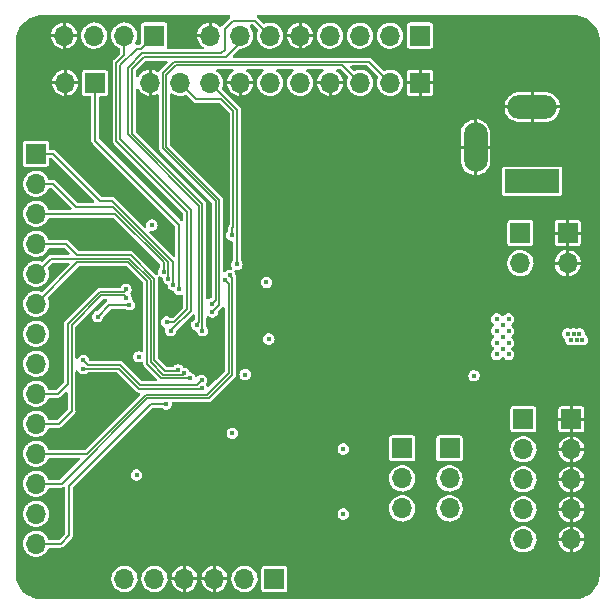
<source format=gbl>
%TF.GenerationSoftware,KiCad,Pcbnew,(5.99.0-12896-g1860893d63)*%
%TF.CreationDate,2021-10-23T11:38:25+08:00*%
%TF.ProjectId,GD32_SPINE,47443332-5f53-4504-994e-452e6b696361,rev?*%
%TF.SameCoordinates,Original*%
%TF.FileFunction,Copper,L4,Bot*%
%TF.FilePolarity,Positive*%
%FSLAX46Y46*%
G04 Gerber Fmt 4.6, Leading zero omitted, Abs format (unit mm)*
G04 Created by KiCad (PCBNEW (5.99.0-12896-g1860893d63)) date 2021-10-23 11:38:25*
%MOMM*%
%LPD*%
G01*
G04 APERTURE LIST*
%TA.AperFunction,ComponentPad*%
%ADD10R,1.700000X1.700000*%
%TD*%
%TA.AperFunction,ComponentPad*%
%ADD11O,1.700000X1.700000*%
%TD*%
%TA.AperFunction,ComponentPad*%
%ADD12R,4.600000X2.000000*%
%TD*%
%TA.AperFunction,ComponentPad*%
%ADD13O,4.200000X2.000000*%
%TD*%
%TA.AperFunction,ComponentPad*%
%ADD14O,2.000000X4.200000*%
%TD*%
%TA.AperFunction,ViaPad*%
%ADD15C,0.450000*%
%TD*%
%TA.AperFunction,Conductor*%
%ADD16C,0.146812*%
%TD*%
G04 APERTURE END LIST*
D10*
%TO.P,J9,1,Pin_1*%
%TO.N,+3V3*%
X143256000Y-84500000D03*
D11*
%TO.P,J9,2,Pin_2*%
X143256000Y-87040000D03*
%TO.P,J9,3,Pin_3*%
X143256000Y-89580000D03*
%TO.P,J9,4,Pin_4*%
X143256000Y-92120000D03*
%TO.P,J9,5,Pin_5*%
X143256000Y-94660000D03*
%TD*%
D10*
%TO.P,J6,1,Pin_1*%
%TO.N,GND*%
X134500000Y-56000000D03*
D11*
%TO.P,J6,2,Pin_2*%
%TO.N,USART0_TX*%
X131960000Y-56000000D03*
%TO.P,J6,3,Pin_3*%
%TO.N,USART0_RX*%
X129420000Y-56000000D03*
%TO.P,J6,4,Pin_4*%
%TO.N,GND*%
X126880000Y-56000000D03*
%TO.P,J6,5,Pin_5*%
%TO.N,USART2_TX*%
X124340000Y-56000000D03*
%TO.P,J6,6,Pin_6*%
%TO.N,USART2_RX*%
X121800000Y-56000000D03*
%TO.P,J6,7,Pin_7*%
%TO.N,GND*%
X119260000Y-56000000D03*
%TO.P,J6,8,Pin_8*%
%TO.N,USART1_TX*%
X116720000Y-56000000D03*
%TO.P,J6,9,Pin_9*%
%TO.N,USART1_RX*%
X114180000Y-56000000D03*
%TO.P,J6,10,Pin_10*%
%TO.N,GND*%
X111640000Y-56000000D03*
%TD*%
D10*
%TO.P,SW1,1,1*%
%TO.N,NRST*%
X107000000Y-56000000D03*
D11*
%TO.P,SW1,2,2*%
%TO.N,GND*%
X104460000Y-56000000D03*
%TD*%
D10*
%TO.P,J5,1,Pin_1*%
%TO.N,Net-(J5-Pad1)*%
X137000000Y-86960000D03*
D11*
%TO.P,J5,2,Pin_2*%
%TO.N,PB2*%
X137000000Y-89500000D03*
%TO.P,J5,3,Pin_3*%
%TO.N,Net-(J5-Pad3)*%
X137000000Y-92040000D03*
%TD*%
D10*
%TO.P,J11,1,Pin_1*%
%TO.N,+12V*%
X143000000Y-68725000D03*
D11*
%TO.P,J11,2,Pin_2*%
X143000000Y-71265000D03*
%TD*%
D10*
%TO.P,J12,1,Pin_1*%
%TO.N,GND*%
X147000000Y-68725000D03*
D11*
%TO.P,J12,2,Pin_2*%
X147000000Y-71265000D03*
%TD*%
D10*
%TO.P,J3,1,Pin_1*%
%TO.N,SWCLK*%
X112000000Y-52000000D03*
D11*
%TO.P,J3,2,Pin_2*%
%TO.N,SWDIO*%
X109460000Y-52000000D03*
%TO.P,J3,3,Pin_3*%
%TO.N,NRST*%
X106920000Y-52000000D03*
%TO.P,J3,4,Pin_4*%
%TO.N,GND*%
X104380000Y-52000000D03*
%TD*%
D10*
%TO.P,J10,1,Pin_1*%
%TO.N,GND*%
X147320000Y-84500000D03*
D11*
%TO.P,J10,2,Pin_2*%
X147320000Y-87040000D03*
%TO.P,J10,3,Pin_3*%
X147320000Y-89580000D03*
%TO.P,J10,4,Pin_4*%
X147320000Y-92120000D03*
%TO.P,J10,5,Pin_5*%
X147320000Y-94660000D03*
%TD*%
D10*
%TO.P,J4,1,Pin_1*%
%TO.N,Net-(J4-Pad1)*%
X133000000Y-86960000D03*
D11*
%TO.P,J4,2,Pin_2*%
%TO.N,BOOT0*%
X133000000Y-89500000D03*
%TO.P,J4,3,Pin_3*%
%TO.N,Net-(J4-Pad3)*%
X133000000Y-92040000D03*
%TD*%
D10*
%TO.P,J7,1,Pin_1*%
%TO.N,CAN0_H*%
X122174000Y-98000000D03*
D11*
%TO.P,J7,2,Pin_2*%
%TO.N,CAN0_L*%
X119634000Y-98000000D03*
%TO.P,J7,3,Pin_3*%
%TO.N,GND*%
X117094000Y-98000000D03*
%TO.P,J7,4,Pin_4*%
X114554000Y-98000000D03*
%TO.P,J7,5,Pin_5*%
%TO.N,CAN1_H*%
X112014000Y-98000000D03*
%TO.P,J7,6,Pin_6*%
%TO.N,CAN1_L*%
X109474000Y-98000000D03*
%TD*%
D12*
%TO.P,J1,1*%
%TO.N,+12V*%
X144000000Y-64350000D03*
D13*
%TO.P,J1,2*%
%TO.N,GND*%
X144000000Y-58050000D03*
D14*
%TO.P,J1,3*%
X139200000Y-61450000D03*
%TD*%
D10*
%TO.P,J8,1,Pin_1*%
%TO.N,PB0*%
X102000000Y-62000000D03*
D11*
%TO.P,J8,2,Pin_2*%
%TO.N,PB1*%
X102000000Y-64540000D03*
%TO.P,J8,3,Pin_3*%
%TO.N,PB2*%
X102000000Y-67080000D03*
%TO.P,J8,4,Pin_4*%
%TO.N,PB3*%
X102000000Y-69620000D03*
%TO.P,J8,5,Pin_5*%
%TO.N,PB4*%
X102000000Y-72160000D03*
%TO.P,J8,6,Pin_6*%
%TO.N,PB5*%
X102000000Y-74700000D03*
%TO.P,J8,7,Pin_7*%
%TO.N,PB8*%
X102000000Y-77240000D03*
%TO.P,J8,8,Pin_8*%
%TO.N,PB9*%
X102000000Y-79780000D03*
%TO.P,J8,9,Pin_9*%
%TO.N,PB14*%
X102000000Y-82320000D03*
%TO.P,J8,10,Pin_10*%
%TO.N,PB15*%
X102000000Y-84860000D03*
%TO.P,J8,11,Pin_11*%
%TO.N,PA0*%
X102000000Y-87400000D03*
%TO.P,J8,12,Pin_12*%
%TO.N,PA1*%
X102000000Y-89940000D03*
%TO.P,J8,13,Pin_13*%
%TO.N,PA8*%
X102000000Y-92480000D03*
%TO.P,J8,14,Pin_14*%
%TO.N,PA15*%
X102000000Y-95020000D03*
%TD*%
D10*
%TO.P,J2,1,Pin_1*%
%TO.N,SPI0_NSS*%
X134500000Y-52000000D03*
D11*
%TO.P,J2,2,Pin_2*%
%TO.N,SPI0_SCK*%
X131960000Y-52000000D03*
%TO.P,J2,3,Pin_3*%
%TO.N,SPI0_MISO*%
X129420000Y-52000000D03*
%TO.P,J2,4,Pin_4*%
%TO.N,SPI0_MOSI*%
X126880000Y-52000000D03*
%TO.P,J2,5,Pin_5*%
%TO.N,GND*%
X124340000Y-52000000D03*
%TO.P,J2,6,Pin_6*%
%TO.N,I2C0_SCL*%
X121800000Y-52000000D03*
%TO.P,J2,7,Pin_7*%
%TO.N,I2C0_SDA*%
X119260000Y-52000000D03*
%TO.P,J2,8,Pin_8*%
%TO.N,GND*%
X116720000Y-52000000D03*
%TD*%
D15*
%TO.N,GND*%
X127500000Y-90000000D03*
X125500000Y-91000000D03*
X123000000Y-84500000D03*
X126750000Y-58000000D03*
X112000000Y-90500000D03*
X135250000Y-85000000D03*
X147500000Y-79500000D03*
X112000000Y-86000000D03*
X123000000Y-94500000D03*
X123000000Y-60500000D03*
X110450000Y-77600000D03*
X125000000Y-96000000D03*
X106000000Y-96000000D03*
X131000000Y-60000000D03*
X114500000Y-77300000D03*
X119800000Y-85625000D03*
X123000000Y-96000000D03*
X107000000Y-93000000D03*
X108000000Y-90000000D03*
X116650000Y-72900000D03*
X104000000Y-75000000D03*
X120250000Y-58000000D03*
X124000000Y-68000000D03*
X123000000Y-58000000D03*
X116000000Y-94500000D03*
X136000000Y-59000000D03*
X116650000Y-71750000D03*
X120000000Y-83000000D03*
X117400000Y-76600000D03*
X130000000Y-65000000D03*
X125000000Y-58000000D03*
X122000000Y-83000000D03*
X133000000Y-62000000D03*
X111100000Y-80700000D03*
X136250000Y-95500000D03*
X134750000Y-54000000D03*
X125500000Y-90000000D03*
X123000000Y-86000000D03*
X106000000Y-97500000D03*
X106000000Y-94000000D03*
X113000000Y-68050000D03*
X131750000Y-59000000D03*
X108000000Y-97500000D03*
X113600000Y-75400000D03*
X108000000Y-69000000D03*
X127500000Y-60500000D03*
X121500000Y-94500000D03*
X126000000Y-65000000D03*
X148250000Y-80000000D03*
X117000000Y-61000000D03*
X114800000Y-76500000D03*
X105000000Y-86000000D03*
X128500000Y-59500000D03*
X120500000Y-91000000D03*
X118100000Y-71700000D03*
X125000000Y-98000000D03*
X148000000Y-79500000D03*
X132000000Y-68000000D03*
X106000000Y-85000000D03*
X119500000Y-91000000D03*
X130000000Y-61000000D03*
X136250000Y-83500000D03*
X121750000Y-61750000D03*
X120500000Y-63000000D03*
X118900000Y-81850000D03*
X129500000Y-58000000D03*
X147250000Y-80000000D03*
X118000000Y-96000000D03*
X106000000Y-73000000D03*
X102000000Y-59000000D03*
X147000000Y-79500000D03*
X124250000Y-59250000D03*
X118000000Y-94500000D03*
X108000000Y-96000000D03*
X132000000Y-54000000D03*
X122450000Y-73750000D03*
X116000000Y-96000000D03*
X147750000Y-80000000D03*
X115000000Y-61000000D03*
X123000000Y-93000000D03*
X106000000Y-69000000D03*
X116700000Y-76200000D03*
X105000000Y-61000000D03*
X120250000Y-59000000D03*
X104000000Y-59000000D03*
X108000000Y-94000000D03*
X129250000Y-58750000D03*
X116000000Y-60000000D03*
X127000000Y-98000000D03*
X122500000Y-59000000D03*
X113000000Y-90500000D03*
X126500000Y-59000000D03*
X127500000Y-91000000D03*
X112900000Y-75400000D03*
X118000000Y-83000000D03*
X114000000Y-94500000D03*
X108000000Y-92000000D03*
X132000000Y-58000000D03*
X114000000Y-96000000D03*
X136000000Y-62000000D03*
X114000000Y-60000000D03*
X128000000Y-68000000D03*
X127000000Y-96000000D03*
X134000000Y-65000000D03*
X135250000Y-94000000D03*
%TO.N,+3V3*%
X141500000Y-76500000D03*
X141000000Y-77000000D03*
X110700000Y-79200000D03*
X118600000Y-85675000D03*
X147500000Y-77250000D03*
X141000000Y-79000000D03*
X148000000Y-77250000D03*
X148250000Y-77750000D03*
X111800000Y-68050000D03*
X141000000Y-76000000D03*
X141500000Y-77500000D03*
X121700000Y-77700000D03*
X142000000Y-78000000D03*
X142000000Y-76000000D03*
X128000000Y-92500000D03*
X142000000Y-79000000D03*
X141500000Y-78500000D03*
X147250000Y-77750000D03*
X110500000Y-89200000D03*
X147000000Y-77250000D03*
X121500000Y-72900000D03*
X119700000Y-80700000D03*
X128000000Y-87000000D03*
X147750000Y-77750000D03*
X139075000Y-80800000D03*
X142000000Y-77000000D03*
X141000000Y-78000000D03*
%TO.N,NRST*%
X114100000Y-73500000D03*
%TO.N,I2C0_SCL*%
X115580000Y-76500000D03*
%TO.N,I2C0_SDA*%
X116080000Y-77000000D03*
%TO.N,SWCLK*%
X113400000Y-77000000D03*
%TO.N,SWDIO*%
X113050000Y-76250000D03*
%TO.N,PB2*%
X112800000Y-72000000D03*
%TO.N,USART0_TX*%
X116900000Y-74700000D03*
%TO.N,USART0_RX*%
X116900000Y-75400000D03*
%TO.N,USART1_TX*%
X119000000Y-71370000D03*
%TO.N,USART1_RX*%
X118574000Y-68904000D03*
%TO.N,PB0*%
X113600000Y-73100000D03*
%TO.N,PB1*%
X113200000Y-72600000D03*
%TO.N,PB3*%
X114000000Y-80300000D03*
%TO.N,PB4*%
X114500000Y-80600000D03*
%TO.N,PB5*%
X115000000Y-81000000D03*
%TO.N,PB8*%
X106000000Y-79500000D03*
X116000000Y-81200000D03*
%TO.N,PB9*%
X116000000Y-81800000D03*
X106000000Y-80200000D03*
%TO.N,PB14*%
X109600000Y-73500000D03*
%TO.N,PB15*%
X109600000Y-74200000D03*
%TO.N,PA0*%
X118000000Y-72700000D03*
%TO.N,PA1*%
X118400000Y-72300000D03*
%TO.N,PA8*%
X109900000Y-74800000D03*
X107200000Y-75800000D03*
%TO.N,PA15*%
X113000000Y-83200000D03*
%TD*%
D16*
%TO.N,NRST*%
X107000000Y-60900000D02*
X107000000Y-56000000D01*
X114100000Y-73500000D02*
X114100000Y-68000000D01*
X114100000Y-68000000D02*
X107000000Y-60900000D01*
%TO.N,I2C0_SCL*%
X117950000Y-53230000D02*
X117950000Y-51410000D01*
X117680000Y-53500000D02*
X117950000Y-53230000D01*
X115800000Y-76280000D02*
X115800000Y-66400000D01*
X115580000Y-76500000D02*
X115800000Y-76280000D01*
X111000000Y-53500000D02*
X117680000Y-53500000D01*
X109750000Y-54750000D02*
X111000000Y-53500000D01*
X120535000Y-50735000D02*
X121800000Y-52000000D01*
X117950000Y-51410000D02*
X118625000Y-50735000D01*
X109750000Y-60350000D02*
X109750000Y-54750000D01*
X118625000Y-50735000D02*
X120535000Y-50735000D01*
X115800000Y-66400000D02*
X109750000Y-60350000D01*
%TO.N,I2C0_SDA*%
X116080000Y-66280000D02*
X110100000Y-60300000D01*
X111100000Y-53800000D02*
X118070000Y-53800000D01*
X116080000Y-77000000D02*
X116080000Y-66280000D01*
X110100000Y-60300000D02*
X110100000Y-54800000D01*
X110100000Y-54800000D02*
X111100000Y-53800000D01*
X118070000Y-53800000D02*
X119260000Y-52610000D01*
X119260000Y-52610000D02*
X119260000Y-52000000D01*
%TO.N,SWCLK*%
X109100000Y-54500000D02*
X110500000Y-53100000D01*
X115100000Y-66790000D02*
X109100000Y-60790000D01*
X109100000Y-60790000D02*
X109100000Y-54500000D01*
X110500000Y-53100000D02*
X110900000Y-53100000D01*
X110900000Y-53100000D02*
X112000000Y-52000000D01*
X113600000Y-76800000D02*
X113400000Y-77000000D01*
X115100000Y-75300000D02*
X115100000Y-66790000D01*
X113600000Y-76800000D02*
X115100000Y-75300000D01*
%TO.N,SWDIO*%
X109460000Y-52000000D02*
X109460000Y-53640000D01*
X113700000Y-76250000D02*
X113050000Y-76250000D01*
X109460000Y-53640000D02*
X108800000Y-54300000D01*
X114800000Y-66900000D02*
X114800000Y-75150000D01*
X108800000Y-60900000D02*
X114800000Y-66900000D01*
X114800000Y-75150000D02*
X113700000Y-76250000D01*
X108800000Y-54300000D02*
X108800000Y-60900000D01*
%TO.N,PB2*%
X112800000Y-72000000D02*
X112800000Y-71200000D01*
X108680000Y-67080000D02*
X102000000Y-67080000D01*
X112800000Y-71200000D02*
X108680000Y-67080000D01*
%TO.N,USART0_TX*%
X112720000Y-55180000D02*
X113700000Y-54200000D01*
X117200000Y-66000000D02*
X112720000Y-61520000D01*
X112720000Y-61520000D02*
X112720000Y-55180000D01*
X113700000Y-54200000D02*
X130160000Y-54200000D01*
X116900000Y-74700000D02*
X117200000Y-74400000D01*
X117200000Y-74400000D02*
X117200000Y-66000000D01*
X130160000Y-54200000D02*
X131960000Y-56000000D01*
%TO.N,USART0_RX*%
X116900000Y-75400000D02*
X117500000Y-74800000D01*
X113800000Y-54500000D02*
X127920000Y-54500000D01*
X113000000Y-61400000D02*
X113000000Y-55300000D01*
X117500000Y-65900000D02*
X113000000Y-61400000D01*
X127920000Y-54500000D02*
X129420000Y-56000000D01*
X113000000Y-55300000D02*
X113800000Y-54500000D01*
X117500000Y-74800000D02*
X117500000Y-65900000D01*
%TO.N,USART1_TX*%
X119000000Y-58280000D02*
X116720000Y-56000000D01*
X119000000Y-71370000D02*
X119000000Y-58280000D01*
%TO.N,USART1_RX*%
X118574000Y-68326000D02*
X118574000Y-68904000D01*
X118700000Y-58400000D02*
X117680000Y-57380000D01*
X115560000Y-57380000D02*
X114180000Y-56000000D01*
X118700000Y-68200000D02*
X118700000Y-58400000D01*
X117680000Y-57380000D02*
X115560000Y-57380000D01*
X118700000Y-68200000D02*
X118574000Y-68326000D01*
%TO.N,PB0*%
X103400000Y-62000000D02*
X107400000Y-66000000D01*
X113600000Y-71200000D02*
X113600000Y-73100000D01*
X107400000Y-66000000D02*
X108400000Y-66000000D01*
X102000000Y-62000000D02*
X103400000Y-62000000D01*
X108400000Y-66000000D02*
X113600000Y-71200000D01*
%TO.N,PB1*%
X103440000Y-64540000D02*
X105400000Y-66500000D01*
X108500000Y-66500000D02*
X113200000Y-71200000D01*
X113200000Y-71200000D02*
X113200000Y-72600000D01*
X105400000Y-66500000D02*
X108500000Y-66500000D01*
X102000000Y-64540000D02*
X103440000Y-64540000D01*
%TO.N,PB3*%
X113900000Y-80400000D02*
X112900000Y-80400000D01*
X112000000Y-72600000D02*
X110000000Y-70600000D01*
X112000000Y-79500000D02*
X112000000Y-72600000D01*
X104520000Y-69620000D02*
X102000000Y-69620000D01*
X112900000Y-80400000D02*
X112000000Y-79500000D01*
X105500000Y-70600000D02*
X104520000Y-69620000D01*
X114000000Y-80300000D02*
X113900000Y-80400000D01*
X110000000Y-70600000D02*
X105500000Y-70600000D01*
%TO.N,PB4*%
X109900000Y-70900000D02*
X103260000Y-70900000D01*
X114400000Y-80700000D02*
X112737500Y-80700000D01*
X112737500Y-80700000D02*
X111700000Y-79662500D01*
X103260000Y-70900000D02*
X102000000Y-72160000D01*
X111700000Y-72700000D02*
X109900000Y-70900000D01*
X111700000Y-79662500D02*
X111700000Y-72700000D01*
X114500000Y-80600000D02*
X114400000Y-80700000D01*
%TO.N,PB5*%
X115000000Y-81000000D02*
X112600000Y-81000000D01*
X109800000Y-71200000D02*
X105500000Y-71200000D01*
X112600000Y-81000000D02*
X111400000Y-79800000D01*
X111400000Y-72800000D02*
X109800000Y-71200000D01*
X105500000Y-71200000D02*
X102000000Y-74700000D01*
X111400000Y-79800000D02*
X111400000Y-72800000D01*
%TO.N,PB8*%
X106000000Y-79500000D02*
X106400000Y-79900000D01*
X115600000Y-81600000D02*
X116000000Y-81200000D01*
X109100000Y-79900000D02*
X110800000Y-81600000D01*
X110800000Y-81600000D02*
X115600000Y-81600000D01*
X106400000Y-79900000D02*
X109100000Y-79900000D01*
%TO.N,PB9*%
X109000000Y-80200000D02*
X110700000Y-81900000D01*
X106000000Y-80200000D02*
X109000000Y-80200000D01*
X115900000Y-81900000D02*
X116000000Y-81800000D01*
X110700000Y-81900000D02*
X115900000Y-81900000D01*
%TO.N,PB14*%
X107400000Y-73700000D02*
X109400000Y-73700000D01*
X103880000Y-82320000D02*
X104700000Y-81500000D01*
X102000000Y-82320000D02*
X103880000Y-82320000D01*
X104700000Y-76400000D02*
X107400000Y-73700000D01*
X109400000Y-73700000D02*
X109600000Y-73500000D01*
X104700000Y-81500000D02*
X104700000Y-76400000D01*
%TO.N,PB15*%
X107500000Y-74000000D02*
X105000000Y-76500000D01*
X105000000Y-83800000D02*
X103940000Y-84860000D01*
X109400000Y-74000000D02*
X107500000Y-74000000D01*
X103940000Y-84860000D02*
X102000000Y-84860000D01*
X109600000Y-74200000D02*
X109400000Y-74000000D01*
X105000000Y-76500000D02*
X105000000Y-83800000D01*
%TO.N,PA0*%
X106300000Y-87400000D02*
X102000000Y-87400000D01*
X118300000Y-80550000D02*
X116450000Y-82400000D01*
X111300000Y-82400000D02*
X106300000Y-87400000D01*
X118300000Y-73000000D02*
X118300000Y-80550000D01*
X116450000Y-82400000D02*
X111300000Y-82400000D01*
X118000000Y-72700000D02*
X118300000Y-73000000D01*
%TO.N,PA1*%
X118400000Y-72300000D02*
X118600000Y-72500000D01*
X104160000Y-89940000D02*
X102000000Y-89940000D01*
X118600000Y-72500000D02*
X118600000Y-80700000D01*
X116600000Y-82700000D02*
X111400000Y-82700000D01*
X111400000Y-82700000D02*
X104160000Y-89940000D01*
X118600000Y-80700000D02*
X116600000Y-82700000D01*
%TO.N,PA8*%
X108200000Y-74800000D02*
X109900000Y-74800000D01*
X107200000Y-75800000D02*
X108200000Y-74800000D01*
%TO.N,PA15*%
X104800000Y-94300000D02*
X104800000Y-90100000D01*
X104800000Y-90100000D02*
X111700000Y-83200000D01*
X111700000Y-83200000D02*
X113000000Y-83200000D01*
X104080000Y-95020000D02*
X104800000Y-94300000D01*
X102000000Y-95020000D02*
X104080000Y-95020000D01*
%TD*%
%TA.AperFunction,Conductor*%
%TO.N,GND*%
G36*
X118405151Y-50274002D02*
G01*
X118451644Y-50327658D01*
X118461748Y-50397932D01*
X118432254Y-50462512D01*
X118419630Y-50474938D01*
X118410975Y-50479935D01*
X118403887Y-50488382D01*
X118386563Y-50509028D01*
X118379138Y-50517132D01*
X117732145Y-51164126D01*
X117724040Y-51171553D01*
X117694935Y-51195975D01*
X117689423Y-51205522D01*
X117685997Y-51209605D01*
X117626887Y-51248932D01*
X117555899Y-51250058D01*
X117503946Y-51221138D01*
X117399198Y-51124309D01*
X117390067Y-51117303D01*
X117228236Y-51015195D01*
X117217989Y-51009974D01*
X117040260Y-50939068D01*
X117029232Y-50935801D01*
X116864769Y-50903088D01*
X116851894Y-50904240D01*
X116847000Y-50919396D01*
X116847000Y-52001000D01*
X116826998Y-52069121D01*
X116773342Y-52115614D01*
X116721000Y-52127000D01*
X115639991Y-52127000D01*
X115624951Y-52131416D01*
X115622899Y-52142602D01*
X115624542Y-52167676D01*
X115626343Y-52179046D01*
X115673443Y-52364502D01*
X115677284Y-52375348D01*
X115757394Y-52549120D01*
X115763145Y-52559081D01*
X115873579Y-52715343D01*
X115881057Y-52724098D01*
X116018114Y-52857612D01*
X116027058Y-52864855D01*
X116141509Y-52941329D01*
X116187037Y-52995806D01*
X116195885Y-53066249D01*
X116165243Y-53130293D01*
X116104842Y-53167605D01*
X116071507Y-53172094D01*
X113176598Y-53172094D01*
X113108477Y-53152092D01*
X113061984Y-53098436D01*
X113051880Y-53028162D01*
X113071833Y-52976093D01*
X113082838Y-52959623D01*
X113082840Y-52959619D01*
X113089734Y-52949301D01*
X113104500Y-52875067D01*
X113104499Y-51855012D01*
X115625375Y-51855012D01*
X115627817Y-51869431D01*
X115640559Y-51873000D01*
X116574885Y-51873000D01*
X116590124Y-51868525D01*
X116591329Y-51867135D01*
X116593000Y-51859452D01*
X116593000Y-50919678D01*
X116589194Y-50906716D01*
X116574278Y-50904780D01*
X116438737Y-50928070D01*
X116427617Y-50931050D01*
X116248095Y-50997279D01*
X116237717Y-51002229D01*
X116073273Y-51100063D01*
X116063961Y-51106829D01*
X115920097Y-51232994D01*
X115912180Y-51241337D01*
X115793718Y-51391605D01*
X115787450Y-51401256D01*
X115698360Y-51570589D01*
X115693951Y-51581232D01*
X115637210Y-51763967D01*
X115634820Y-51775211D01*
X115625375Y-51855012D01*
X113104499Y-51855012D01*
X113104499Y-51124934D01*
X113089734Y-51050699D01*
X113063654Y-51011667D01*
X113040377Y-50976832D01*
X113033484Y-50966516D01*
X112949301Y-50910266D01*
X112875067Y-50895500D01*
X112000142Y-50895500D01*
X111124934Y-50895501D01*
X111089182Y-50902612D01*
X111062874Y-50907844D01*
X111062872Y-50907845D01*
X111050699Y-50910266D01*
X111040379Y-50917161D01*
X111040378Y-50917162D01*
X111007594Y-50939068D01*
X110966516Y-50966516D01*
X110910266Y-51050699D01*
X110895500Y-51124933D01*
X110895501Y-51873000D01*
X110895501Y-52588580D01*
X110875499Y-52656701D01*
X110858596Y-52677675D01*
X110801082Y-52735189D01*
X110738770Y-52769215D01*
X110711987Y-52772094D01*
X110519805Y-52772094D01*
X110508844Y-52771616D01*
X110498122Y-52770678D01*
X110432006Y-52744816D01*
X110390366Y-52687313D01*
X110386425Y-52616426D01*
X110399171Y-52583592D01*
X110412758Y-52559332D01*
X110459752Y-52475417D01*
X110470510Y-52456208D01*
X110470511Y-52456206D01*
X110473334Y-52451165D01*
X110475190Y-52445698D01*
X110475192Y-52445693D01*
X110536728Y-52264414D01*
X110536729Y-52264409D01*
X110538584Y-52258945D01*
X110539412Y-52253236D01*
X110539413Y-52253231D01*
X110567179Y-52061727D01*
X110567712Y-52058053D01*
X110569232Y-52000000D01*
X110557298Y-51870124D01*
X110551187Y-51803613D01*
X110551186Y-51803610D01*
X110550658Y-51797859D01*
X110544271Y-51775211D01*
X110497125Y-51608046D01*
X110497124Y-51608044D01*
X110495557Y-51602487D01*
X110488896Y-51588978D01*
X110408331Y-51425609D01*
X110405776Y-51420428D01*
X110284320Y-51257779D01*
X110140609Y-51124933D01*
X110139503Y-51123911D01*
X110135258Y-51119987D01*
X110130375Y-51116906D01*
X110130371Y-51116903D01*
X109971433Y-51016621D01*
X109963581Y-51011667D01*
X109775039Y-50936446D01*
X109769379Y-50935320D01*
X109769375Y-50935319D01*
X109581613Y-50897971D01*
X109581610Y-50897971D01*
X109575946Y-50896844D01*
X109570171Y-50896768D01*
X109570167Y-50896768D01*
X109468793Y-50895441D01*
X109372971Y-50894187D01*
X109367274Y-50895166D01*
X109367273Y-50895166D01*
X109279397Y-50910266D01*
X109172910Y-50928564D01*
X108982463Y-50998824D01*
X108808010Y-51102612D01*
X108803670Y-51106418D01*
X108803666Y-51106421D01*
X108737867Y-51164126D01*
X108655392Y-51236455D01*
X108529720Y-51395869D01*
X108527031Y-51400980D01*
X108527029Y-51400983D01*
X108484034Y-51482704D01*
X108435203Y-51575515D01*
X108375007Y-51769378D01*
X108351148Y-51970964D01*
X108364424Y-52173522D01*
X108365845Y-52179118D01*
X108365846Y-52179123D01*
X108386119Y-52258945D01*
X108414392Y-52370269D01*
X108416809Y-52375512D01*
X108453912Y-52455994D01*
X108499377Y-52554616D01*
X108616533Y-52720389D01*
X108620675Y-52724424D01*
X108666655Y-52769215D01*
X108761938Y-52862035D01*
X108930720Y-52974812D01*
X108936024Y-52977091D01*
X108936030Y-52977094D01*
X109055831Y-53028564D01*
X109110525Y-53073832D01*
X109132094Y-53144332D01*
X109132094Y-53451987D01*
X109112092Y-53520108D01*
X109095189Y-53541082D01*
X108582150Y-54054121D01*
X108574047Y-54061547D01*
X108544935Y-54085975D01*
X108539424Y-54095521D01*
X108525938Y-54118879D01*
X108520033Y-54128147D01*
X108498232Y-54159283D01*
X108495379Y-54169929D01*
X108493858Y-54173191D01*
X108492626Y-54176576D01*
X108487116Y-54186120D01*
X108485202Y-54196973D01*
X108485202Y-54196974D01*
X108480517Y-54223544D01*
X108478138Y-54234273D01*
X108471156Y-54260329D01*
X108471156Y-54260334D01*
X108468303Y-54270980D01*
X108469264Y-54281962D01*
X108471614Y-54308823D01*
X108472094Y-54319805D01*
X108472094Y-60880195D01*
X108471614Y-60891177D01*
X108469341Y-60917161D01*
X108468303Y-60929020D01*
X108471156Y-60939666D01*
X108471156Y-60939671D01*
X108478138Y-60965727D01*
X108480517Y-60976456D01*
X108487116Y-61013880D01*
X108492626Y-61023424D01*
X108493858Y-61026809D01*
X108495379Y-61030071D01*
X108498232Y-61040717D01*
X108504554Y-61049745D01*
X108504554Y-61049746D01*
X108520033Y-61071852D01*
X108525935Y-61081116D01*
X108544935Y-61114025D01*
X108574046Y-61138452D01*
X108582150Y-61145879D01*
X114435189Y-66998918D01*
X114469215Y-67061230D01*
X114472094Y-67088013D01*
X114472094Y-67604175D01*
X114452092Y-67672296D01*
X114398436Y-67718789D01*
X114328162Y-67728893D01*
X114263582Y-67699399D01*
X114256999Y-67693270D01*
X107364811Y-60801082D01*
X107330785Y-60738770D01*
X107327906Y-60711987D01*
X107327906Y-57230499D01*
X107347908Y-57162378D01*
X107401564Y-57115885D01*
X107453906Y-57104499D01*
X107875066Y-57104499D01*
X107910818Y-57097388D01*
X107937126Y-57092156D01*
X107937128Y-57092155D01*
X107949301Y-57089734D01*
X107959621Y-57082839D01*
X107959622Y-57082838D01*
X108023168Y-57040377D01*
X108033484Y-57033484D01*
X108089734Y-56949301D01*
X108104500Y-56875067D01*
X108104499Y-55124934D01*
X108094961Y-55076977D01*
X108092156Y-55062874D01*
X108092155Y-55062872D01*
X108089734Y-55050699D01*
X108082106Y-55039282D01*
X108040377Y-54976832D01*
X108033484Y-54966516D01*
X107949301Y-54910266D01*
X107875067Y-54895500D01*
X107000142Y-54895500D01*
X106124934Y-54895501D01*
X106089182Y-54902612D01*
X106062874Y-54907844D01*
X106062872Y-54907845D01*
X106050699Y-54910266D01*
X106040379Y-54917161D01*
X106040378Y-54917162D01*
X106007594Y-54939068D01*
X105966516Y-54966516D01*
X105910266Y-55050699D01*
X105895500Y-55124933D01*
X105895501Y-56875066D01*
X105898487Y-56890079D01*
X105907806Y-56936931D01*
X105910266Y-56949301D01*
X105917161Y-56959620D01*
X105917162Y-56959622D01*
X105957516Y-57020015D01*
X105966516Y-57033484D01*
X106050699Y-57089734D01*
X106124933Y-57104500D01*
X106546094Y-57104500D01*
X106614215Y-57124502D01*
X106660708Y-57178158D01*
X106672094Y-57230500D01*
X106672094Y-60880195D01*
X106671614Y-60891177D01*
X106669341Y-60917161D01*
X106668303Y-60929020D01*
X106671156Y-60939666D01*
X106671156Y-60939671D01*
X106678138Y-60965727D01*
X106680517Y-60976456D01*
X106687116Y-61013880D01*
X106692626Y-61023424D01*
X106693858Y-61026809D01*
X106695379Y-61030071D01*
X106698232Y-61040717D01*
X106704554Y-61049745D01*
X106704554Y-61049746D01*
X106720033Y-61071852D01*
X106725935Y-61081116D01*
X106744935Y-61114025D01*
X106774046Y-61138452D01*
X106782150Y-61145879D01*
X113735189Y-68098918D01*
X113769215Y-68161230D01*
X113772094Y-68188013D01*
X113772094Y-70604175D01*
X113752092Y-70672296D01*
X113698436Y-70718789D01*
X113628162Y-70728893D01*
X113563582Y-70699399D01*
X113556999Y-70693270D01*
X111602336Y-68738607D01*
X111568310Y-68676295D01*
X111573375Y-68605480D01*
X111615922Y-68548644D01*
X111682442Y-68523833D01*
X111711576Y-68525133D01*
X111713983Y-68525523D01*
X111722549Y-68528199D01*
X111859876Y-68530716D01*
X111869109Y-68528199D01*
X111983727Y-68496951D01*
X111992391Y-68494589D01*
X112109439Y-68422721D01*
X112184035Y-68340309D01*
X112195584Y-68327550D01*
X112195585Y-68327549D01*
X112201612Y-68320890D01*
X112213197Y-68296980D01*
X112257585Y-68205362D01*
X112257585Y-68205361D01*
X112261499Y-68197283D01*
X112284286Y-68061836D01*
X112284431Y-68050000D01*
X112283584Y-68044082D01*
X112266232Y-67922923D01*
X112266232Y-67922921D01*
X112264959Y-67914036D01*
X112208110Y-67789003D01*
X112118453Y-67684951D01*
X112003196Y-67610244D01*
X111871603Y-67570890D01*
X111862627Y-67570835D01*
X111862626Y-67570835D01*
X111805080Y-67570484D01*
X111734255Y-67570051D01*
X111602192Y-67607795D01*
X111594605Y-67612582D01*
X111594603Y-67612583D01*
X111546977Y-67642633D01*
X111486031Y-67681087D01*
X111480088Y-67687816D01*
X111411415Y-67765573D01*
X111395109Y-67784036D01*
X111336736Y-67908366D01*
X111333530Y-67928960D01*
X111316986Y-68035209D01*
X111316986Y-68035213D01*
X111315605Y-68044082D01*
X111316769Y-68052984D01*
X111316769Y-68052987D01*
X111328893Y-68145701D01*
X111317893Y-68215840D01*
X111270718Y-68268897D01*
X111202347Y-68288028D01*
X111134488Y-68267157D01*
X111114862Y-68251133D01*
X108645879Y-65782150D01*
X108638452Y-65774046D01*
X108614025Y-65744935D01*
X108581116Y-65725935D01*
X108571852Y-65720033D01*
X108549746Y-65704554D01*
X108549745Y-65704554D01*
X108540717Y-65698232D01*
X108530071Y-65695379D01*
X108526809Y-65693858D01*
X108523424Y-65692626D01*
X108513880Y-65687116D01*
X108503027Y-65685202D01*
X108503026Y-65685202D01*
X108476456Y-65680517D01*
X108465727Y-65678138D01*
X108439671Y-65671156D01*
X108439666Y-65671156D01*
X108429020Y-65668303D01*
X108418036Y-65669264D01*
X108418035Y-65669264D01*
X108391177Y-65671614D01*
X108380195Y-65672094D01*
X107588013Y-65672094D01*
X107519892Y-65652092D01*
X107498918Y-65635189D01*
X103645879Y-61782150D01*
X103638452Y-61774046D01*
X103621111Y-61753380D01*
X103614025Y-61744935D01*
X103581116Y-61725935D01*
X103571852Y-61720033D01*
X103549746Y-61704554D01*
X103549745Y-61704554D01*
X103540717Y-61698232D01*
X103530071Y-61695379D01*
X103526809Y-61693858D01*
X103523424Y-61692626D01*
X103513880Y-61687116D01*
X103503027Y-61685202D01*
X103503026Y-61685202D01*
X103476456Y-61680517D01*
X103465727Y-61678138D01*
X103439671Y-61671156D01*
X103439666Y-61671156D01*
X103429020Y-61668303D01*
X103418036Y-61669264D01*
X103418035Y-61669264D01*
X103391177Y-61671614D01*
X103380195Y-61672094D01*
X103230499Y-61672094D01*
X103162378Y-61652092D01*
X103115885Y-61598436D01*
X103104499Y-61546094D01*
X103104499Y-61124934D01*
X103094837Y-61076355D01*
X103092156Y-61062874D01*
X103092155Y-61062872D01*
X103089734Y-61050699D01*
X103033484Y-60966516D01*
X102949301Y-60910266D01*
X102875067Y-60895500D01*
X102000142Y-60895500D01*
X101124934Y-60895501D01*
X101089182Y-60902612D01*
X101062874Y-60907844D01*
X101062872Y-60907845D01*
X101050699Y-60910266D01*
X101040379Y-60917161D01*
X101040378Y-60917162D01*
X101022632Y-60929020D01*
X100966516Y-60966516D01*
X100910266Y-61050699D01*
X100895500Y-61124933D01*
X100895501Y-62875066D01*
X100910266Y-62949301D01*
X100966516Y-63033484D01*
X101050699Y-63089734D01*
X101124933Y-63104500D01*
X101999858Y-63104500D01*
X102875066Y-63104499D01*
X102910818Y-63097388D01*
X102937126Y-63092156D01*
X102937128Y-63092155D01*
X102949301Y-63089734D01*
X102959621Y-63082839D01*
X102959622Y-63082838D01*
X103023168Y-63040377D01*
X103033484Y-63033484D01*
X103089734Y-62949301D01*
X103104500Y-62875067D01*
X103104500Y-62472419D01*
X103124502Y-62404298D01*
X103178158Y-62357805D01*
X103248432Y-62347701D01*
X103313012Y-62377195D01*
X103319595Y-62383324D01*
X106893270Y-65956999D01*
X106927296Y-66019311D01*
X106922231Y-66090126D01*
X106879684Y-66146962D01*
X106813164Y-66171773D01*
X106804175Y-66172094D01*
X105588013Y-66172094D01*
X105519892Y-66152092D01*
X105498918Y-66135189D01*
X103685879Y-64322150D01*
X103678452Y-64314046D01*
X103661111Y-64293380D01*
X103654025Y-64284935D01*
X103621116Y-64265935D01*
X103611852Y-64260033D01*
X103589746Y-64244554D01*
X103589745Y-64244554D01*
X103580717Y-64238232D01*
X103570071Y-64235379D01*
X103566809Y-64233858D01*
X103563424Y-64232626D01*
X103553880Y-64227116D01*
X103543027Y-64225202D01*
X103543026Y-64225202D01*
X103516456Y-64220517D01*
X103505727Y-64218138D01*
X103479671Y-64211156D01*
X103479666Y-64211156D01*
X103469020Y-64208303D01*
X103458036Y-64209264D01*
X103458035Y-64209264D01*
X103431177Y-64211614D01*
X103420195Y-64212094D01*
X103148235Y-64212094D01*
X103080114Y-64192092D01*
X103035229Y-64141822D01*
X102948331Y-63965609D01*
X102945776Y-63960428D01*
X102824320Y-63797779D01*
X102749789Y-63728883D01*
X102679503Y-63663911D01*
X102675258Y-63659987D01*
X102670375Y-63656906D01*
X102670371Y-63656903D01*
X102508464Y-63554748D01*
X102503581Y-63551667D01*
X102315039Y-63476446D01*
X102309379Y-63475320D01*
X102309375Y-63475319D01*
X102121613Y-63437971D01*
X102121610Y-63437971D01*
X102115946Y-63436844D01*
X102110171Y-63436768D01*
X102110167Y-63436768D01*
X102008793Y-63435441D01*
X101912971Y-63434187D01*
X101907274Y-63435166D01*
X101907273Y-63435166D01*
X101718607Y-63467585D01*
X101712910Y-63468564D01*
X101522463Y-63538824D01*
X101348010Y-63642612D01*
X101343670Y-63646418D01*
X101343666Y-63646421D01*
X101323723Y-63663911D01*
X101195392Y-63776455D01*
X101069720Y-63935869D01*
X101067031Y-63940980D01*
X101067029Y-63940983D01*
X101054073Y-63965609D01*
X100975203Y-64115515D01*
X100943338Y-64218138D01*
X100919975Y-64293380D01*
X100915007Y-64309378D01*
X100891148Y-64510964D01*
X100904424Y-64713522D01*
X100905845Y-64719118D01*
X100905846Y-64719123D01*
X100948713Y-64887908D01*
X100954392Y-64910269D01*
X100956809Y-64915512D01*
X100994009Y-64996206D01*
X101039377Y-65094616D01*
X101156533Y-65260389D01*
X101301938Y-65402035D01*
X101470720Y-65514812D01*
X101476023Y-65517090D01*
X101476026Y-65517092D01*
X101564707Y-65555192D01*
X101657228Y-65594942D01*
X101730244Y-65611464D01*
X101849579Y-65638467D01*
X101849584Y-65638468D01*
X101855216Y-65639742D01*
X101860987Y-65639969D01*
X101860989Y-65639969D01*
X101920756Y-65642317D01*
X102058053Y-65647712D01*
X102158499Y-65633148D01*
X102253231Y-65619413D01*
X102253236Y-65619412D01*
X102258945Y-65618584D01*
X102264409Y-65616729D01*
X102264414Y-65616728D01*
X102445693Y-65555192D01*
X102445698Y-65555190D01*
X102451165Y-65553334D01*
X102474302Y-65540377D01*
X102525683Y-65511602D01*
X102628276Y-65454147D01*
X102648742Y-65437126D01*
X102779913Y-65328031D01*
X102784345Y-65324345D01*
X102914147Y-65168276D01*
X103013334Y-64991165D01*
X103015188Y-64985702D01*
X103015192Y-64985694D01*
X103026152Y-64953405D01*
X103066989Y-64895329D01*
X103132741Y-64868550D01*
X103145465Y-64867906D01*
X103251987Y-64867906D01*
X103320108Y-64887908D01*
X103341082Y-64904811D01*
X104973270Y-66536999D01*
X105007296Y-66599311D01*
X105002231Y-66670126D01*
X104959684Y-66726962D01*
X104893164Y-66751773D01*
X104884175Y-66752094D01*
X103148235Y-66752094D01*
X103080114Y-66732092D01*
X103035229Y-66681822D01*
X102948331Y-66505609D01*
X102945776Y-66500428D01*
X102824320Y-66337779D01*
X102675258Y-66199987D01*
X102670375Y-66196906D01*
X102670371Y-66196903D01*
X102508464Y-66094748D01*
X102503581Y-66091667D01*
X102315039Y-66016446D01*
X102309379Y-66015320D01*
X102309375Y-66015319D01*
X102121613Y-65977971D01*
X102121610Y-65977971D01*
X102115946Y-65976844D01*
X102110171Y-65976768D01*
X102110167Y-65976768D01*
X102008793Y-65975441D01*
X101912971Y-65974187D01*
X101907274Y-65975166D01*
X101907273Y-65975166D01*
X101718607Y-66007585D01*
X101712910Y-66008564D01*
X101522463Y-66078824D01*
X101348010Y-66182612D01*
X101343670Y-66186418D01*
X101343666Y-66186421D01*
X101214378Y-66299805D01*
X101195392Y-66316455D01*
X101069720Y-66475869D01*
X101067031Y-66480980D01*
X101067029Y-66480983D01*
X101054073Y-66505609D01*
X100975203Y-66655515D01*
X100915007Y-66849378D01*
X100891148Y-67050964D01*
X100904424Y-67253522D01*
X100905845Y-67259118D01*
X100905846Y-67259123D01*
X100948713Y-67427908D01*
X100954392Y-67450269D01*
X100956809Y-67455512D01*
X101026956Y-67607673D01*
X101039377Y-67634616D01*
X101042710Y-67639332D01*
X101131928Y-67765573D01*
X101156533Y-67800389D01*
X101301938Y-67942035D01*
X101470720Y-68054812D01*
X101476023Y-68057090D01*
X101476026Y-68057092D01*
X101651921Y-68132662D01*
X101657228Y-68134942D01*
X101722206Y-68149645D01*
X101849579Y-68178467D01*
X101849584Y-68178468D01*
X101855216Y-68179742D01*
X101860987Y-68179969D01*
X101860989Y-68179969D01*
X101920756Y-68182317D01*
X102058053Y-68187712D01*
X102158499Y-68173148D01*
X102253231Y-68159413D01*
X102253236Y-68159412D01*
X102258945Y-68158584D01*
X102264409Y-68156729D01*
X102264414Y-68156728D01*
X102445693Y-68095192D01*
X102445698Y-68095190D01*
X102451165Y-68093334D01*
X102628276Y-67994147D01*
X102656132Y-67970980D01*
X102779913Y-67868031D01*
X102784345Y-67864345D01*
X102847007Y-67789003D01*
X102910453Y-67712718D01*
X102910455Y-67712715D01*
X102914147Y-67708276D01*
X103013334Y-67531165D01*
X103015188Y-67525702D01*
X103015192Y-67525694D01*
X103026152Y-67493405D01*
X103066989Y-67435329D01*
X103132741Y-67408550D01*
X103145465Y-67407906D01*
X108491987Y-67407906D01*
X108560108Y-67427908D01*
X108581082Y-67444811D01*
X112435189Y-71298918D01*
X112469215Y-71361230D01*
X112472094Y-71388013D01*
X112472094Y-71599193D01*
X112452092Y-71667314D01*
X112440535Y-71682601D01*
X112395109Y-71734036D01*
X112391295Y-71742159D01*
X112391294Y-71742161D01*
X112379141Y-71768046D01*
X112336736Y-71858366D01*
X112331301Y-71893276D01*
X112316986Y-71985209D01*
X112316986Y-71985213D01*
X112315605Y-71994082D01*
X112316769Y-72002984D01*
X112316769Y-72002987D01*
X112322205Y-72044553D01*
X112333414Y-72130273D01*
X112337029Y-72138489D01*
X112337563Y-72140401D01*
X112336617Y-72211391D01*
X112297441Y-72270601D01*
X112232473Y-72299230D01*
X112162340Y-72288191D01*
X112127110Y-72263380D01*
X110245879Y-70382150D01*
X110238452Y-70374046D01*
X110221111Y-70353380D01*
X110214025Y-70344935D01*
X110181116Y-70325935D01*
X110171852Y-70320033D01*
X110149746Y-70304554D01*
X110149745Y-70304554D01*
X110140717Y-70298232D01*
X110130071Y-70295379D01*
X110126809Y-70293858D01*
X110123424Y-70292626D01*
X110113880Y-70287116D01*
X110103027Y-70285202D01*
X110103026Y-70285202D01*
X110076456Y-70280517D01*
X110065727Y-70278138D01*
X110039671Y-70271156D01*
X110039666Y-70271156D01*
X110029020Y-70268303D01*
X110018036Y-70269264D01*
X110018035Y-70269264D01*
X109991177Y-70271614D01*
X109980195Y-70272094D01*
X105688013Y-70272094D01*
X105619892Y-70252092D01*
X105598918Y-70235189D01*
X104765879Y-69402150D01*
X104758452Y-69394046D01*
X104746265Y-69379522D01*
X104734025Y-69364935D01*
X104701116Y-69345935D01*
X104691852Y-69340033D01*
X104669746Y-69324554D01*
X104669745Y-69324554D01*
X104660717Y-69318232D01*
X104650071Y-69315379D01*
X104646809Y-69313858D01*
X104643424Y-69312626D01*
X104633880Y-69307116D01*
X104623027Y-69305202D01*
X104623026Y-69305202D01*
X104596456Y-69300517D01*
X104585727Y-69298138D01*
X104559671Y-69291156D01*
X104559666Y-69291156D01*
X104549020Y-69288303D01*
X104538036Y-69289264D01*
X104538035Y-69289264D01*
X104511177Y-69291614D01*
X104500195Y-69292094D01*
X103148235Y-69292094D01*
X103080114Y-69272092D01*
X103035229Y-69221822D01*
X102948331Y-69045609D01*
X102945776Y-69040428D01*
X102824320Y-68877779D01*
X102675258Y-68739987D01*
X102670375Y-68736906D01*
X102670371Y-68736903D01*
X102508464Y-68634748D01*
X102503581Y-68631667D01*
X102315039Y-68556446D01*
X102309379Y-68555320D01*
X102309375Y-68555319D01*
X102121613Y-68517971D01*
X102121610Y-68517971D01*
X102115946Y-68516844D01*
X102110171Y-68516768D01*
X102110167Y-68516768D01*
X102008793Y-68515441D01*
X101912971Y-68514187D01*
X101907274Y-68515166D01*
X101907273Y-68515166D01*
X101718607Y-68547585D01*
X101712910Y-68548564D01*
X101522463Y-68618824D01*
X101348010Y-68722612D01*
X101343670Y-68726418D01*
X101343666Y-68726421D01*
X101200472Y-68852000D01*
X101195392Y-68856455D01*
X101069720Y-69015869D01*
X101067031Y-69020980D01*
X101067029Y-69020983D01*
X101055712Y-69042493D01*
X100975203Y-69195515D01*
X100943338Y-69298138D01*
X100919975Y-69373380D01*
X100915007Y-69389378D01*
X100891148Y-69590964D01*
X100904424Y-69793522D01*
X100905845Y-69799118D01*
X100905846Y-69799123D01*
X100948713Y-69967908D01*
X100954392Y-69990269D01*
X100956809Y-69995512D01*
X100994009Y-70076206D01*
X101039377Y-70174616D01*
X101069707Y-70217532D01*
X101126740Y-70298232D01*
X101156533Y-70340389D01*
X101160675Y-70344424D01*
X101206343Y-70388911D01*
X101301938Y-70482035D01*
X101306742Y-70485245D01*
X101338308Y-70506337D01*
X101470720Y-70594812D01*
X101476023Y-70597090D01*
X101476026Y-70597092D01*
X101613912Y-70656332D01*
X101657228Y-70674942D01*
X101703570Y-70685428D01*
X101849579Y-70718467D01*
X101849584Y-70718468D01*
X101855216Y-70719742D01*
X101860987Y-70719969D01*
X101860989Y-70719969D01*
X101920756Y-70722317D01*
X102058053Y-70727712D01*
X102158499Y-70713148D01*
X102253231Y-70699413D01*
X102253236Y-70699412D01*
X102258945Y-70698584D01*
X102264409Y-70696729D01*
X102264414Y-70696728D01*
X102445693Y-70635192D01*
X102445698Y-70635190D01*
X102451165Y-70633334D01*
X102464372Y-70625938D01*
X102561374Y-70571614D01*
X102628276Y-70534147D01*
X102641945Y-70522779D01*
X102779913Y-70408031D01*
X102784345Y-70404345D01*
X102817353Y-70364657D01*
X102910453Y-70252718D01*
X102910455Y-70252715D01*
X102914147Y-70248276D01*
X103013334Y-70071165D01*
X103015188Y-70065702D01*
X103015192Y-70065694D01*
X103026152Y-70033405D01*
X103066989Y-69975329D01*
X103132741Y-69948550D01*
X103145465Y-69947906D01*
X104331987Y-69947906D01*
X104400108Y-69967908D01*
X104421082Y-69984811D01*
X104793270Y-70356999D01*
X104827296Y-70419311D01*
X104822231Y-70490126D01*
X104779684Y-70546962D01*
X104713164Y-70571773D01*
X104704175Y-70572094D01*
X103279805Y-70572094D01*
X103268823Y-70571614D01*
X103241965Y-70569264D01*
X103241964Y-70569264D01*
X103230980Y-70568303D01*
X103220334Y-70571156D01*
X103220329Y-70571156D01*
X103194273Y-70578138D01*
X103183544Y-70580517D01*
X103156974Y-70585202D01*
X103156973Y-70585202D01*
X103146120Y-70587116D01*
X103136574Y-70592627D01*
X103133201Y-70593855D01*
X103129936Y-70595377D01*
X103119283Y-70598232D01*
X103088137Y-70620040D01*
X103078891Y-70625931D01*
X103045975Y-70644935D01*
X103038887Y-70653382D01*
X103021563Y-70674028D01*
X103014138Y-70682132D01*
X102787906Y-70908365D01*
X102577301Y-71118970D01*
X102514988Y-71152995D01*
X102441515Y-71146905D01*
X102373789Y-71119885D01*
X102315039Y-71096446D01*
X102309379Y-71095320D01*
X102309375Y-71095319D01*
X102121613Y-71057971D01*
X102121610Y-71057971D01*
X102115946Y-71056844D01*
X102110171Y-71056768D01*
X102110167Y-71056768D01*
X102008793Y-71055441D01*
X101912971Y-71054187D01*
X101907274Y-71055166D01*
X101907273Y-71055166D01*
X101862503Y-71062859D01*
X101712910Y-71088564D01*
X101522463Y-71158824D01*
X101348010Y-71262612D01*
X101343670Y-71266418D01*
X101343666Y-71266421D01*
X101274901Y-71326727D01*
X101195392Y-71396455D01*
X101069720Y-71555869D01*
X101067031Y-71560980D01*
X101067029Y-71560983D01*
X101030889Y-71629674D01*
X100975203Y-71735515D01*
X100939432Y-71850716D01*
X100922632Y-71904823D01*
X100915007Y-71929378D01*
X100891148Y-72130964D01*
X100891526Y-72136730D01*
X100903618Y-72321217D01*
X100904424Y-72333522D01*
X100905845Y-72339118D01*
X100905846Y-72339123D01*
X100941168Y-72478199D01*
X100954392Y-72530269D01*
X100956809Y-72535512D01*
X101001383Y-72632200D01*
X101039377Y-72714616D01*
X101156533Y-72880389D01*
X101160675Y-72884424D01*
X101193739Y-72916633D01*
X101301938Y-73022035D01*
X101470720Y-73134812D01*
X101476023Y-73137090D01*
X101476026Y-73137092D01*
X101651921Y-73212662D01*
X101657228Y-73214942D01*
X101730244Y-73231464D01*
X101849579Y-73258467D01*
X101849584Y-73258468D01*
X101855216Y-73259742D01*
X101860987Y-73259969D01*
X101860989Y-73259969D01*
X101920756Y-73262317D01*
X102058053Y-73267712D01*
X102158499Y-73253148D01*
X102253231Y-73239413D01*
X102253236Y-73239412D01*
X102258945Y-73238584D01*
X102264409Y-73236729D01*
X102264414Y-73236728D01*
X102445693Y-73175192D01*
X102445698Y-73175190D01*
X102451165Y-73173334D01*
X102482132Y-73155992D01*
X102528424Y-73130067D01*
X102628276Y-73074147D01*
X102642181Y-73062583D01*
X102779913Y-72948031D01*
X102784345Y-72944345D01*
X102821227Y-72900000D01*
X102910453Y-72792718D01*
X102910455Y-72792715D01*
X102914147Y-72788276D01*
X102993166Y-72647177D01*
X103010510Y-72616208D01*
X103010511Y-72616206D01*
X103013334Y-72611165D01*
X103015190Y-72605698D01*
X103015192Y-72605693D01*
X103076728Y-72424414D01*
X103076729Y-72424409D01*
X103078584Y-72418945D01*
X103079412Y-72413236D01*
X103079413Y-72413231D01*
X103103015Y-72250446D01*
X103107712Y-72218053D01*
X103109232Y-72160000D01*
X103094805Y-72002987D01*
X103091187Y-71963613D01*
X103091186Y-71963610D01*
X103090658Y-71957859D01*
X103085005Y-71937815D01*
X103037125Y-71768046D01*
X103037124Y-71768044D01*
X103035557Y-71762487D01*
X103033004Y-71757311D01*
X103033001Y-71757302D01*
X103017920Y-71726721D01*
X103005730Y-71656779D01*
X103033290Y-71591350D01*
X103041831Y-71581899D01*
X103358919Y-71264811D01*
X103421231Y-71230785D01*
X103448014Y-71227906D01*
X104704175Y-71227906D01*
X104772296Y-71247908D01*
X104818789Y-71301564D01*
X104828893Y-71371838D01*
X104799399Y-71436418D01*
X104793270Y-71443001D01*
X102577301Y-73658970D01*
X102514989Y-73692996D01*
X102441516Y-73686905D01*
X102320403Y-73638586D01*
X102315039Y-73636446D01*
X102309379Y-73635320D01*
X102309375Y-73635319D01*
X102121613Y-73597971D01*
X102121610Y-73597971D01*
X102115946Y-73596844D01*
X102110171Y-73596768D01*
X102110167Y-73596768D01*
X102008793Y-73595441D01*
X101912971Y-73594187D01*
X101907274Y-73595166D01*
X101907273Y-73595166D01*
X101718607Y-73627585D01*
X101712910Y-73628564D01*
X101522463Y-73698824D01*
X101348010Y-73802612D01*
X101343670Y-73806418D01*
X101343666Y-73806421D01*
X101273208Y-73868212D01*
X101195392Y-73936455D01*
X101069720Y-74095869D01*
X101067031Y-74100980D01*
X101067029Y-74100983D01*
X101022435Y-74185743D01*
X100975203Y-74275515D01*
X100915007Y-74469378D01*
X100891148Y-74670964D01*
X100904424Y-74873522D01*
X100905845Y-74879118D01*
X100905846Y-74879123D01*
X100941907Y-75021110D01*
X100954392Y-75070269D01*
X100956809Y-75075512D01*
X100994010Y-75156208D01*
X101039377Y-75254616D01*
X101042710Y-75259332D01*
X101142124Y-75400000D01*
X101156533Y-75420389D01*
X101301938Y-75562035D01*
X101306742Y-75565245D01*
X101374400Y-75610453D01*
X101470720Y-75674812D01*
X101476023Y-75677090D01*
X101476026Y-75677092D01*
X101564707Y-75715192D01*
X101657228Y-75754942D01*
X101727465Y-75770835D01*
X101849579Y-75798467D01*
X101849584Y-75798468D01*
X101855216Y-75799742D01*
X101860987Y-75799969D01*
X101860989Y-75799969D01*
X101920756Y-75802317D01*
X102058053Y-75807712D01*
X102158499Y-75793148D01*
X102253231Y-75779413D01*
X102253236Y-75779412D01*
X102258945Y-75778584D01*
X102264409Y-75776729D01*
X102264414Y-75776728D01*
X102445693Y-75715192D01*
X102445698Y-75715190D01*
X102451165Y-75713334D01*
X102628276Y-75614147D01*
X102678106Y-75572704D01*
X102779913Y-75488031D01*
X102784345Y-75484345D01*
X102826850Y-75433239D01*
X102910453Y-75332718D01*
X102910455Y-75332715D01*
X102914147Y-75328276D01*
X103013334Y-75151165D01*
X103015190Y-75145698D01*
X103015192Y-75145693D01*
X103076728Y-74964414D01*
X103076729Y-74964409D01*
X103078584Y-74958945D01*
X103079412Y-74953236D01*
X103079413Y-74953231D01*
X103102330Y-74795172D01*
X103107712Y-74758053D01*
X103109232Y-74700000D01*
X103094201Y-74536418D01*
X103091187Y-74503613D01*
X103091186Y-74503610D01*
X103090658Y-74497859D01*
X103085498Y-74479562D01*
X103037125Y-74308046D01*
X103037124Y-74308044D01*
X103035557Y-74302487D01*
X103022256Y-74275515D01*
X103017919Y-74266719D01*
X103005731Y-74196777D01*
X103033291Y-74131348D01*
X103041831Y-74121898D01*
X105598918Y-71564811D01*
X105661230Y-71530785D01*
X105688013Y-71527906D01*
X109611987Y-71527906D01*
X109680108Y-71547908D01*
X109701082Y-71564811D01*
X111035189Y-72898918D01*
X111069215Y-72961230D01*
X111072094Y-72988013D01*
X111072094Y-78642667D01*
X111052092Y-78710788D01*
X110998436Y-78757281D01*
X110928162Y-78767385D01*
X110903265Y-78760014D01*
X110903196Y-78760244D01*
X110771603Y-78720890D01*
X110762627Y-78720835D01*
X110762626Y-78720835D01*
X110705080Y-78720484D01*
X110634255Y-78720051D01*
X110502192Y-78757795D01*
X110494605Y-78762582D01*
X110494603Y-78762583D01*
X110468863Y-78778824D01*
X110386031Y-78831087D01*
X110295109Y-78934036D01*
X110236736Y-79058366D01*
X110235356Y-79067232D01*
X110216986Y-79185209D01*
X110216986Y-79185213D01*
X110215605Y-79194082D01*
X110216769Y-79202984D01*
X110216769Y-79202987D01*
X110221388Y-79238310D01*
X110233414Y-79330273D01*
X110237031Y-79338493D01*
X110283715Y-79444589D01*
X110288732Y-79455992D01*
X110294510Y-79462865D01*
X110294510Y-79462866D01*
X110362593Y-79543861D01*
X110377111Y-79561132D01*
X110384588Y-79566109D01*
X110480981Y-79630273D01*
X110491447Y-79637240D01*
X110622549Y-79678199D01*
X110759876Y-79680716D01*
X110769109Y-79678199D01*
X110860145Y-79653380D01*
X110892391Y-79644589D01*
X110897528Y-79641435D01*
X110966515Y-79632920D01*
X111030493Y-79663698D01*
X111067676Y-79724179D01*
X111072094Y-79757254D01*
X111072094Y-79780195D01*
X111071614Y-79791177D01*
X111068303Y-79829020D01*
X111071156Y-79839666D01*
X111071156Y-79839671D01*
X111078138Y-79865727D01*
X111080517Y-79876456D01*
X111087116Y-79913880D01*
X111092626Y-79923424D01*
X111093858Y-79926809D01*
X111095379Y-79930071D01*
X111098232Y-79940717D01*
X111104554Y-79949745D01*
X111104554Y-79949746D01*
X111120033Y-79971852D01*
X111125935Y-79981116D01*
X111144935Y-80014025D01*
X111153380Y-80021111D01*
X111174046Y-80038452D01*
X111182150Y-80045879D01*
X112193270Y-81056999D01*
X112227296Y-81119311D01*
X112222231Y-81190126D01*
X112179684Y-81246962D01*
X112113164Y-81271773D01*
X112104175Y-81272094D01*
X110988014Y-81272094D01*
X110919893Y-81252092D01*
X110898919Y-81235189D01*
X109345879Y-79682150D01*
X109338452Y-79674046D01*
X109321111Y-79653380D01*
X109314025Y-79644935D01*
X109281116Y-79625935D01*
X109271852Y-79620033D01*
X109249746Y-79604554D01*
X109249745Y-79604554D01*
X109240717Y-79598232D01*
X109230071Y-79595379D01*
X109226809Y-79593858D01*
X109223424Y-79592626D01*
X109213880Y-79587116D01*
X109203027Y-79585202D01*
X109203026Y-79585202D01*
X109176456Y-79580517D01*
X109165727Y-79578138D01*
X109139671Y-79571156D01*
X109139666Y-79571156D01*
X109129020Y-79568303D01*
X109118036Y-79569264D01*
X109118035Y-79569264D01*
X109091177Y-79571614D01*
X109080195Y-79572094D01*
X106603996Y-79572094D01*
X106535875Y-79552092D01*
X106489382Y-79498436D01*
X106479269Y-79463957D01*
X106466232Y-79372923D01*
X106466232Y-79372921D01*
X106464959Y-79364036D01*
X106408110Y-79239003D01*
X106318453Y-79134951D01*
X106203196Y-79060244D01*
X106071603Y-79020890D01*
X106062627Y-79020835D01*
X106062626Y-79020835D01*
X106005080Y-79020484D01*
X105934255Y-79020051D01*
X105802192Y-79057795D01*
X105794605Y-79062582D01*
X105794603Y-79062583D01*
X105787235Y-79067232D01*
X105686031Y-79131087D01*
X105595109Y-79234036D01*
X105591295Y-79242159D01*
X105591294Y-79242161D01*
X105567961Y-79291859D01*
X105520904Y-79345021D01*
X105452576Y-79364303D01*
X105384670Y-79343583D01*
X105338746Y-79289440D01*
X105327906Y-79238310D01*
X105327906Y-76688013D01*
X105347908Y-76619892D01*
X105364811Y-76598918D01*
X106682461Y-75281268D01*
X106701802Y-75270707D01*
X106703995Y-75263476D01*
X106720288Y-75243441D01*
X107598918Y-74364811D01*
X107661230Y-74330785D01*
X107688013Y-74327906D01*
X107901416Y-74327906D01*
X107969537Y-74347908D01*
X108016030Y-74401564D01*
X108026134Y-74471838D01*
X107996640Y-74536418D01*
X107990842Y-74542125D01*
X107985975Y-74544935D01*
X107978889Y-74553380D01*
X107961548Y-74574046D01*
X107954121Y-74582150D01*
X107252947Y-75283324D01*
X107190635Y-75317350D01*
X107163083Y-75320227D01*
X107150778Y-75320152D01*
X107134255Y-75320051D01*
X107002192Y-75357795D01*
X106886031Y-75431087D01*
X106885854Y-75430806D01*
X106880397Y-75433239D01*
X106865997Y-75453771D01*
X106795109Y-75534036D01*
X106791295Y-75542159D01*
X106791294Y-75542161D01*
X106785112Y-75555329D01*
X106736736Y-75658366D01*
X106727888Y-75715192D01*
X106716986Y-75785209D01*
X106716986Y-75785213D01*
X106715605Y-75794082D01*
X106716769Y-75802984D01*
X106716769Y-75802987D01*
X106722518Y-75846951D01*
X106733414Y-75930273D01*
X106754110Y-75977308D01*
X106771414Y-76016633D01*
X106788732Y-76055992D01*
X106877111Y-76161132D01*
X106884588Y-76166109D01*
X106974709Y-76226098D01*
X106991447Y-76237240D01*
X107122549Y-76278199D01*
X107259876Y-76280716D01*
X107269109Y-76278199D01*
X107355127Y-76254748D01*
X107392391Y-76244589D01*
X107487853Y-76185975D01*
X107501791Y-76177417D01*
X107509439Y-76172721D01*
X107515463Y-76166066D01*
X107595584Y-76077550D01*
X107595585Y-76077549D01*
X107601612Y-76070890D01*
X107605637Y-76062584D01*
X107657585Y-75955362D01*
X107657585Y-75955361D01*
X107661499Y-75947283D01*
X107680849Y-75832266D01*
X107684157Y-75812604D01*
X107719316Y-75744413D01*
X108298918Y-75164811D01*
X108361230Y-75130785D01*
X108388013Y-75127906D01*
X109493744Y-75127906D01*
X109561865Y-75147908D01*
X109573322Y-75156625D01*
X109577111Y-75161132D01*
X109584582Y-75166105D01*
X109584583Y-75166106D01*
X109683973Y-75232265D01*
X109691447Y-75237240D01*
X109787630Y-75267290D01*
X109798569Y-75270707D01*
X109822549Y-75278199D01*
X109959876Y-75280716D01*
X109969109Y-75278199D01*
X110038313Y-75259332D01*
X110092391Y-75244589D01*
X110209439Y-75172721D01*
X110250004Y-75127906D01*
X110295584Y-75077550D01*
X110295585Y-75077549D01*
X110301612Y-75070890D01*
X110317334Y-75038441D01*
X110357585Y-74955362D01*
X110357585Y-74955361D01*
X110361499Y-74947283D01*
X110384286Y-74811836D01*
X110384431Y-74800000D01*
X110377893Y-74754344D01*
X110366232Y-74672923D01*
X110366232Y-74672921D01*
X110364959Y-74664036D01*
X110308110Y-74539003D01*
X110218453Y-74434951D01*
X110166944Y-74401564D01*
X110133085Y-74379617D01*
X110086801Y-74325780D01*
X110077364Y-74252981D01*
X110083479Y-74216633D01*
X110084286Y-74211836D01*
X110084431Y-74200000D01*
X110082390Y-74185743D01*
X110066232Y-74072923D01*
X110066232Y-74072921D01*
X110064959Y-74064036D01*
X110008110Y-73939003D01*
X110002248Y-73932200D01*
X109997414Y-73924641D01*
X109998718Y-73923807D01*
X109973513Y-73868212D01*
X109983810Y-73797966D01*
X109993821Y-73780163D01*
X109995583Y-73777551D01*
X110001612Y-73770890D01*
X110061499Y-73647283D01*
X110084286Y-73511836D01*
X110084431Y-73500000D01*
X110079578Y-73466109D01*
X110066232Y-73372923D01*
X110066232Y-73372921D01*
X110064959Y-73364036D01*
X110008110Y-73239003D01*
X109918453Y-73134951D01*
X109803196Y-73060244D01*
X109671603Y-73020890D01*
X109662627Y-73020835D01*
X109662626Y-73020835D01*
X109605080Y-73020484D01*
X109534255Y-73020051D01*
X109402192Y-73057795D01*
X109394605Y-73062582D01*
X109394603Y-73062583D01*
X109371798Y-73076972D01*
X109286031Y-73131087D01*
X109280088Y-73137816D01*
X109244996Y-73177550D01*
X109195109Y-73234036D01*
X109174742Y-73277417D01*
X109164306Y-73299644D01*
X109117249Y-73352805D01*
X109050251Y-73372094D01*
X107419820Y-73372094D01*
X107408839Y-73371615D01*
X107381957Y-73369263D01*
X107381956Y-73369263D01*
X107370981Y-73368303D01*
X107360339Y-73371155D01*
X107360334Y-73371155D01*
X107334275Y-73378138D01*
X107323544Y-73380517D01*
X107286120Y-73387116D01*
X107276573Y-73392628D01*
X107273187Y-73393860D01*
X107269929Y-73395379D01*
X107259283Y-73398232D01*
X107250255Y-73404554D01*
X107250254Y-73404554D01*
X107228148Y-73420033D01*
X107218884Y-73425935D01*
X107185975Y-73444935D01*
X107178889Y-73453380D01*
X107161548Y-73474046D01*
X107154121Y-73482150D01*
X104482150Y-76154121D01*
X104474047Y-76161547D01*
X104444935Y-76185975D01*
X104439424Y-76195521D01*
X104425938Y-76218879D01*
X104420033Y-76228148D01*
X104410491Y-76241776D01*
X104398232Y-76259283D01*
X104395379Y-76269929D01*
X104393858Y-76273191D01*
X104392626Y-76276576D01*
X104387116Y-76286120D01*
X104385202Y-76296973D01*
X104385202Y-76296974D01*
X104380517Y-76323544D01*
X104378138Y-76334273D01*
X104371156Y-76360329D01*
X104371156Y-76360334D01*
X104368303Y-76370980D01*
X104369264Y-76381962D01*
X104371614Y-76408823D01*
X104372094Y-76419805D01*
X104372094Y-81311985D01*
X104352092Y-81380106D01*
X104335190Y-81401080D01*
X103781082Y-81955189D01*
X103718769Y-81989214D01*
X103691986Y-81992094D01*
X103148235Y-81992094D01*
X103080114Y-81972092D01*
X103035229Y-81921822D01*
X103034439Y-81920219D01*
X102945776Y-81740428D01*
X102824320Y-81577779D01*
X102675258Y-81439987D01*
X102670375Y-81436906D01*
X102670371Y-81436903D01*
X102508464Y-81334748D01*
X102503581Y-81331667D01*
X102315039Y-81256446D01*
X102309379Y-81255320D01*
X102309375Y-81255319D01*
X102121613Y-81217971D01*
X102121610Y-81217971D01*
X102115946Y-81216844D01*
X102110171Y-81216768D01*
X102110167Y-81216768D01*
X102008793Y-81215441D01*
X101912971Y-81214187D01*
X101907274Y-81215166D01*
X101907273Y-81215166D01*
X101763232Y-81239917D01*
X101712910Y-81248564D01*
X101522463Y-81318824D01*
X101348010Y-81422612D01*
X101343670Y-81426418D01*
X101343666Y-81426421D01*
X101259276Y-81500430D01*
X101195392Y-81556455D01*
X101069720Y-81715869D01*
X101067031Y-81720980D01*
X101067029Y-81720983D01*
X101055584Y-81742736D01*
X100975203Y-81895515D01*
X100915007Y-82089378D01*
X100891148Y-82290964D01*
X100904424Y-82493522D01*
X100905845Y-82499118D01*
X100905846Y-82499123D01*
X100943871Y-82648844D01*
X100954392Y-82690269D01*
X100956809Y-82695512D01*
X100994009Y-82776206D01*
X101039377Y-82874616D01*
X101042710Y-82879332D01*
X101137095Y-83012884D01*
X101156533Y-83040389D01*
X101160675Y-83044424D01*
X101217637Y-83099913D01*
X101301938Y-83182035D01*
X101470720Y-83294812D01*
X101476023Y-83297090D01*
X101476026Y-83297092D01*
X101611654Y-83355362D01*
X101657228Y-83374942D01*
X101730244Y-83391464D01*
X101849579Y-83418467D01*
X101849584Y-83418468D01*
X101855216Y-83419742D01*
X101860987Y-83419969D01*
X101860989Y-83419969D01*
X101920756Y-83422317D01*
X102058053Y-83427712D01*
X102158499Y-83413148D01*
X102253231Y-83399413D01*
X102253236Y-83399412D01*
X102258945Y-83398584D01*
X102264409Y-83396729D01*
X102264414Y-83396728D01*
X102445693Y-83335192D01*
X102445698Y-83335190D01*
X102451165Y-83333334D01*
X102628276Y-83234147D01*
X102649335Y-83216633D01*
X102779913Y-83108031D01*
X102784345Y-83104345D01*
X102854130Y-83020438D01*
X102910453Y-82952718D01*
X102910455Y-82952715D01*
X102914147Y-82948276D01*
X103013334Y-82771165D01*
X103015188Y-82765702D01*
X103015192Y-82765694D01*
X103026152Y-82733405D01*
X103066989Y-82675329D01*
X103132741Y-82648550D01*
X103145465Y-82647906D01*
X103860195Y-82647906D01*
X103871177Y-82648386D01*
X103898035Y-82650736D01*
X103898036Y-82650736D01*
X103909020Y-82651697D01*
X103919666Y-82648844D01*
X103919671Y-82648844D01*
X103945727Y-82641862D01*
X103956456Y-82639483D01*
X103983026Y-82634798D01*
X103983027Y-82634798D01*
X103993880Y-82632884D01*
X104003424Y-82627374D01*
X104006809Y-82626142D01*
X104010071Y-82624621D01*
X104020717Y-82621768D01*
X104051853Y-82599967D01*
X104061116Y-82594065D01*
X104094025Y-82575065D01*
X104118447Y-82545960D01*
X104125874Y-82537855D01*
X104456999Y-82206731D01*
X104519311Y-82172706D01*
X104590127Y-82177771D01*
X104646962Y-82220318D01*
X104671773Y-82286838D01*
X104672094Y-82295827D01*
X104672094Y-83611987D01*
X104652092Y-83680108D01*
X104635189Y-83701082D01*
X103841082Y-84495189D01*
X103778770Y-84529215D01*
X103751987Y-84532094D01*
X103148235Y-84532094D01*
X103080114Y-84512092D01*
X103035229Y-84461822D01*
X102948331Y-84285609D01*
X102945776Y-84280428D01*
X102824320Y-84117779D01*
X102675258Y-83979987D01*
X102670375Y-83976906D01*
X102670371Y-83976903D01*
X102508464Y-83874748D01*
X102503581Y-83871667D01*
X102315039Y-83796446D01*
X102309379Y-83795320D01*
X102309375Y-83795319D01*
X102121613Y-83757971D01*
X102121610Y-83757971D01*
X102115946Y-83756844D01*
X102110171Y-83756768D01*
X102110167Y-83756768D01*
X102008793Y-83755441D01*
X101912971Y-83754187D01*
X101907274Y-83755166D01*
X101907273Y-83755166D01*
X101729589Y-83785698D01*
X101712910Y-83788564D01*
X101522463Y-83858824D01*
X101348010Y-83962612D01*
X101343670Y-83966418D01*
X101343666Y-83966421D01*
X101199733Y-84092648D01*
X101195392Y-84096455D01*
X101069720Y-84255869D01*
X101067031Y-84260980D01*
X101067029Y-84260983D01*
X101054073Y-84285609D01*
X100975203Y-84435515D01*
X100915007Y-84629378D01*
X100891148Y-84830964D01*
X100904424Y-85033522D01*
X100905845Y-85039118D01*
X100905846Y-85039123D01*
X100943871Y-85188844D01*
X100954392Y-85230269D01*
X100956809Y-85235512D01*
X100992447Y-85312816D01*
X101039377Y-85414616D01*
X101042710Y-85419332D01*
X101128256Y-85540377D01*
X101156533Y-85580389D01*
X101160675Y-85584424D01*
X101180771Y-85604000D01*
X101301938Y-85722035D01*
X101470720Y-85834812D01*
X101476023Y-85837090D01*
X101476026Y-85837092D01*
X101564707Y-85875192D01*
X101657228Y-85914942D01*
X101691832Y-85922772D01*
X101849579Y-85958467D01*
X101849584Y-85958468D01*
X101855216Y-85959742D01*
X101860987Y-85959969D01*
X101860989Y-85959969D01*
X101920756Y-85962317D01*
X102058053Y-85967712D01*
X102162623Y-85952550D01*
X102253231Y-85939413D01*
X102253236Y-85939412D01*
X102258945Y-85938584D01*
X102264409Y-85936729D01*
X102264414Y-85936728D01*
X102445693Y-85875192D01*
X102445698Y-85875190D01*
X102451165Y-85873334D01*
X102456644Y-85870266D01*
X102542323Y-85822283D01*
X102628276Y-85774147D01*
X102690934Y-85722035D01*
X102779913Y-85648031D01*
X102784345Y-85644345D01*
X102883402Y-85525243D01*
X102910453Y-85492718D01*
X102910455Y-85492715D01*
X102914147Y-85488276D01*
X103013334Y-85311165D01*
X103015188Y-85305702D01*
X103015192Y-85305694D01*
X103026152Y-85273405D01*
X103066989Y-85215329D01*
X103132741Y-85188550D01*
X103145465Y-85187906D01*
X103920195Y-85187906D01*
X103931177Y-85188386D01*
X103958035Y-85190736D01*
X103958036Y-85190736D01*
X103969020Y-85191697D01*
X103979666Y-85188844D01*
X103979671Y-85188844D01*
X104005727Y-85181862D01*
X104016456Y-85179483D01*
X104043026Y-85174798D01*
X104043027Y-85174798D01*
X104053880Y-85172884D01*
X104063424Y-85167374D01*
X104066809Y-85166142D01*
X104070071Y-85164621D01*
X104080717Y-85161768D01*
X104111853Y-85139967D01*
X104121116Y-85134065D01*
X104154025Y-85115065D01*
X104178453Y-85085953D01*
X104185879Y-85077850D01*
X105217850Y-84045879D01*
X105225954Y-84038452D01*
X105246621Y-84021110D01*
X105255065Y-84014025D01*
X105274067Y-83981112D01*
X105279972Y-83971844D01*
X105295447Y-83949743D01*
X105301767Y-83940717D01*
X105304619Y-83930073D01*
X105306137Y-83926818D01*
X105307370Y-83923430D01*
X105312884Y-83913880D01*
X105314798Y-83903026D01*
X105314799Y-83903023D01*
X105319485Y-83876444D01*
X105321860Y-83865731D01*
X105331696Y-83829020D01*
X105329034Y-83798586D01*
X105328385Y-83791173D01*
X105327906Y-83780192D01*
X105327906Y-80462428D01*
X105347908Y-80394307D01*
X105401564Y-80347814D01*
X105471838Y-80337710D01*
X105536418Y-80367204D01*
X105569235Y-80411682D01*
X105588732Y-80455992D01*
X105594510Y-80462865D01*
X105594510Y-80462866D01*
X105658510Y-80539003D01*
X105677111Y-80561132D01*
X105791447Y-80637240D01*
X105877216Y-80664036D01*
X105905662Y-80672923D01*
X105922549Y-80678199D01*
X106059876Y-80680716D01*
X106069109Y-80678199D01*
X106126134Y-80662652D01*
X106192391Y-80644589D01*
X106309439Y-80572721D01*
X106315462Y-80566066D01*
X106322370Y-80560332D01*
X106324004Y-80562300D01*
X106373028Y-80532271D01*
X106405905Y-80527906D01*
X108811987Y-80527906D01*
X108880108Y-80547908D01*
X108901082Y-80564811D01*
X109683553Y-81347283D01*
X110454132Y-82117862D01*
X110461547Y-82125953D01*
X110485975Y-82155065D01*
X110518891Y-82174069D01*
X110528137Y-82179960D01*
X110559283Y-82201768D01*
X110569936Y-82204623D01*
X110573201Y-82206145D01*
X110576574Y-82207373D01*
X110586120Y-82212884D01*
X110596973Y-82214798D01*
X110596974Y-82214798D01*
X110623544Y-82219483D01*
X110634273Y-82221862D01*
X110660329Y-82228844D01*
X110660334Y-82228844D01*
X110670980Y-82231697D01*
X110691698Y-82229884D01*
X110761300Y-82243874D01*
X110812292Y-82293274D01*
X110828482Y-82362400D01*
X110804729Y-82429305D01*
X110791771Y-82444500D01*
X106201082Y-87035189D01*
X106138770Y-87069215D01*
X106111987Y-87072094D01*
X103148235Y-87072094D01*
X103080114Y-87052092D01*
X103035229Y-87001822D01*
X103034331Y-87000000D01*
X102945776Y-86820428D01*
X102824320Y-86657779D01*
X102675258Y-86519987D01*
X102670375Y-86516906D01*
X102670371Y-86516903D01*
X102508464Y-86414748D01*
X102503581Y-86411667D01*
X102315039Y-86336446D01*
X102309379Y-86335320D01*
X102309375Y-86335319D01*
X102121613Y-86297971D01*
X102121610Y-86297971D01*
X102115946Y-86296844D01*
X102110171Y-86296768D01*
X102110167Y-86296768D01*
X102008793Y-86295441D01*
X101912971Y-86294187D01*
X101907274Y-86295166D01*
X101907273Y-86295166D01*
X101718607Y-86327585D01*
X101712910Y-86328564D01*
X101522463Y-86398824D01*
X101348010Y-86502612D01*
X101343670Y-86506418D01*
X101343666Y-86506421D01*
X101279626Y-86562583D01*
X101195392Y-86636455D01*
X101191817Y-86640990D01*
X101191816Y-86640991D01*
X101181675Y-86653855D01*
X101069720Y-86795869D01*
X101067031Y-86800980D01*
X101067029Y-86800983D01*
X101033855Y-86864036D01*
X100975203Y-86975515D01*
X100915007Y-87169378D01*
X100891148Y-87370964D01*
X100904424Y-87573522D01*
X100905845Y-87579118D01*
X100905846Y-87579123D01*
X100948713Y-87747908D01*
X100954392Y-87770269D01*
X100956809Y-87775512D01*
X101023244Y-87919620D01*
X101039377Y-87954616D01*
X101042710Y-87959332D01*
X101136938Y-88092662D01*
X101156533Y-88120389D01*
X101160675Y-88124424D01*
X101175091Y-88138467D01*
X101301938Y-88262035D01*
X101470720Y-88374812D01*
X101476023Y-88377090D01*
X101476026Y-88377092D01*
X101595831Y-88428564D01*
X101657228Y-88454942D01*
X101730244Y-88471464D01*
X101849579Y-88498467D01*
X101849584Y-88498468D01*
X101855216Y-88499742D01*
X101860987Y-88499969D01*
X101860989Y-88499969D01*
X101920756Y-88502317D01*
X102058053Y-88507712D01*
X102158499Y-88493148D01*
X102253231Y-88479413D01*
X102253236Y-88479412D01*
X102258945Y-88478584D01*
X102264409Y-88476729D01*
X102264414Y-88476728D01*
X102445693Y-88415192D01*
X102445698Y-88415190D01*
X102451165Y-88413334D01*
X102483607Y-88395166D01*
X102525683Y-88371602D01*
X102628276Y-88314147D01*
X102690934Y-88262035D01*
X102779913Y-88188031D01*
X102784345Y-88184345D01*
X102857641Y-88096217D01*
X102910453Y-88032718D01*
X102910455Y-88032715D01*
X102914147Y-88028276D01*
X103013334Y-87851165D01*
X103015188Y-87845702D01*
X103015192Y-87845694D01*
X103026152Y-87813405D01*
X103066989Y-87755329D01*
X103132741Y-87728550D01*
X103145465Y-87727906D01*
X105604175Y-87727906D01*
X105672296Y-87747908D01*
X105718789Y-87801564D01*
X105728893Y-87871838D01*
X105699399Y-87936418D01*
X105693270Y-87943001D01*
X104061082Y-89575189D01*
X103998770Y-89609215D01*
X103971987Y-89612094D01*
X103148235Y-89612094D01*
X103080114Y-89592092D01*
X103035229Y-89541822D01*
X102996293Y-89462866D01*
X102945776Y-89360428D01*
X102824320Y-89197779D01*
X102675258Y-89059987D01*
X102670375Y-89056906D01*
X102670371Y-89056903D01*
X102508464Y-88954748D01*
X102503581Y-88951667D01*
X102315039Y-88876446D01*
X102309379Y-88875320D01*
X102309375Y-88875319D01*
X102121613Y-88837971D01*
X102121610Y-88837971D01*
X102115946Y-88836844D01*
X102110171Y-88836768D01*
X102110167Y-88836768D01*
X102008793Y-88835441D01*
X101912971Y-88834187D01*
X101907274Y-88835166D01*
X101907273Y-88835166D01*
X101718607Y-88867585D01*
X101712910Y-88868564D01*
X101522463Y-88938824D01*
X101348010Y-89042612D01*
X101343670Y-89046418D01*
X101343666Y-89046421D01*
X101279736Y-89102487D01*
X101195392Y-89176455D01*
X101191817Y-89180990D01*
X101191816Y-89180991D01*
X101167500Y-89211836D01*
X101069720Y-89335869D01*
X101067031Y-89340980D01*
X101067029Y-89340983D01*
X101054073Y-89365609D01*
X100975203Y-89515515D01*
X100915007Y-89709378D01*
X100891148Y-89910964D01*
X100904424Y-90113522D01*
X100905845Y-90119118D01*
X100905846Y-90119123D01*
X100943871Y-90268844D01*
X100954392Y-90310269D01*
X100956809Y-90315512D01*
X100994009Y-90396206D01*
X101039377Y-90494616D01*
X101053919Y-90515192D01*
X101136938Y-90632662D01*
X101156533Y-90660389D01*
X101160675Y-90664424D01*
X101175091Y-90678467D01*
X101301938Y-90802035D01*
X101470720Y-90914812D01*
X101476023Y-90917090D01*
X101476026Y-90917092D01*
X101595831Y-90968564D01*
X101657228Y-90994942D01*
X101730244Y-91011464D01*
X101849579Y-91038467D01*
X101849584Y-91038468D01*
X101855216Y-91039742D01*
X101860987Y-91039969D01*
X101860989Y-91039969D01*
X101920756Y-91042317D01*
X102058053Y-91047712D01*
X102158499Y-91033148D01*
X102253231Y-91019413D01*
X102253236Y-91019412D01*
X102258945Y-91018584D01*
X102264409Y-91016729D01*
X102264414Y-91016728D01*
X102445693Y-90955192D01*
X102445698Y-90955190D01*
X102451165Y-90953334D01*
X102483607Y-90935166D01*
X102525683Y-90911602D01*
X102628276Y-90854147D01*
X102690934Y-90802035D01*
X102779913Y-90728031D01*
X102784345Y-90724345D01*
X102857641Y-90636217D01*
X102910453Y-90572718D01*
X102910455Y-90572715D01*
X102914147Y-90568276D01*
X102998881Y-90416972D01*
X103010511Y-90396206D01*
X103010511Y-90396205D01*
X103013334Y-90391165D01*
X103015188Y-90385702D01*
X103015192Y-90385694D01*
X103026152Y-90353405D01*
X103066989Y-90295329D01*
X103132741Y-90268550D01*
X103145465Y-90267906D01*
X104140195Y-90267906D01*
X104151177Y-90268386D01*
X104178035Y-90270736D01*
X104178036Y-90270736D01*
X104189020Y-90271697D01*
X104199666Y-90268844D01*
X104199671Y-90268844D01*
X104225727Y-90261862D01*
X104236456Y-90259483D01*
X104263026Y-90254798D01*
X104263027Y-90254798D01*
X104273880Y-90252884D01*
X104283426Y-90247373D01*
X104286810Y-90246141D01*
X104290069Y-90244621D01*
X104297569Y-90242612D01*
X104297935Y-90242556D01*
X104298821Y-90242276D01*
X104299388Y-90242124D01*
X104300681Y-90241778D01*
X104300774Y-90242124D01*
X104363029Y-90232665D01*
X104427843Y-90261641D01*
X104466703Y-90321059D01*
X104472094Y-90357522D01*
X104472094Y-94111987D01*
X104452092Y-94180108D01*
X104435189Y-94201082D01*
X103981082Y-94655189D01*
X103918770Y-94689215D01*
X103891987Y-94692094D01*
X103148235Y-94692094D01*
X103080114Y-94672092D01*
X103035229Y-94621822D01*
X102948331Y-94445609D01*
X102945776Y-94440428D01*
X102824320Y-94277779D01*
X102741350Y-94201082D01*
X102679503Y-94143911D01*
X102675258Y-94139987D01*
X102670375Y-94136906D01*
X102670371Y-94136903D01*
X102508464Y-94034748D01*
X102503581Y-94031667D01*
X102315039Y-93956446D01*
X102309379Y-93955320D01*
X102309375Y-93955319D01*
X102121613Y-93917971D01*
X102121610Y-93917971D01*
X102115946Y-93916844D01*
X102110171Y-93916768D01*
X102110167Y-93916768D01*
X102008793Y-93915441D01*
X101912971Y-93914187D01*
X101907274Y-93915166D01*
X101907273Y-93915166D01*
X101718607Y-93947585D01*
X101712910Y-93948564D01*
X101522463Y-94018824D01*
X101348010Y-94122612D01*
X101343670Y-94126418D01*
X101343666Y-94126421D01*
X101225103Y-94230399D01*
X101195392Y-94256455D01*
X101191817Y-94260990D01*
X101191816Y-94260991D01*
X101181675Y-94273855D01*
X101069720Y-94415869D01*
X101067031Y-94420980D01*
X101067029Y-94420983D01*
X101035389Y-94481121D01*
X100975203Y-94595515D01*
X100915007Y-94789378D01*
X100891148Y-94990964D01*
X100904424Y-95193522D01*
X100905845Y-95199118D01*
X100905846Y-95199123D01*
X100943871Y-95348844D01*
X100954392Y-95390269D01*
X100956809Y-95395512D01*
X100994009Y-95476206D01*
X101039377Y-95574616D01*
X101042710Y-95579332D01*
X101136938Y-95712662D01*
X101156533Y-95740389D01*
X101160675Y-95744424D01*
X101175091Y-95758467D01*
X101301938Y-95882035D01*
X101470720Y-95994812D01*
X101476023Y-95997090D01*
X101476026Y-95997092D01*
X101564707Y-96035192D01*
X101657228Y-96074942D01*
X101730244Y-96091464D01*
X101849579Y-96118467D01*
X101849584Y-96118468D01*
X101855216Y-96119742D01*
X101860987Y-96119969D01*
X101860989Y-96119969D01*
X101920756Y-96122317D01*
X102058053Y-96127712D01*
X102158499Y-96113148D01*
X102253231Y-96099413D01*
X102253236Y-96099412D01*
X102258945Y-96098584D01*
X102264409Y-96096729D01*
X102264414Y-96096728D01*
X102445693Y-96035192D01*
X102445698Y-96035190D01*
X102451165Y-96033334D01*
X102628276Y-95934147D01*
X102690934Y-95882035D01*
X102779913Y-95808031D01*
X102784345Y-95804345D01*
X102857641Y-95716217D01*
X102910453Y-95652718D01*
X102910455Y-95652715D01*
X102914147Y-95648276D01*
X103013334Y-95471165D01*
X103015188Y-95465702D01*
X103015192Y-95465694D01*
X103026152Y-95433405D01*
X103066989Y-95375329D01*
X103132741Y-95348550D01*
X103145465Y-95347906D01*
X104060195Y-95347906D01*
X104071177Y-95348386D01*
X104098035Y-95350736D01*
X104098036Y-95350736D01*
X104109020Y-95351697D01*
X104119666Y-95348844D01*
X104119671Y-95348844D01*
X104145727Y-95341862D01*
X104156456Y-95339483D01*
X104183026Y-95334798D01*
X104183027Y-95334798D01*
X104193880Y-95332884D01*
X104203424Y-95327374D01*
X104206809Y-95326142D01*
X104210071Y-95324621D01*
X104220717Y-95321768D01*
X104251853Y-95299967D01*
X104261116Y-95294065D01*
X104294025Y-95275065D01*
X104318453Y-95245953D01*
X104325879Y-95237850D01*
X104932765Y-94630964D01*
X142147148Y-94630964D01*
X142160424Y-94833522D01*
X142161845Y-94839118D01*
X142161846Y-94839123D01*
X142182119Y-94918945D01*
X142210392Y-95030269D01*
X142212809Y-95035512D01*
X142249912Y-95115994D01*
X142295377Y-95214616D01*
X142298710Y-95219332D01*
X142392256Y-95351697D01*
X142412533Y-95380389D01*
X142557938Y-95522035D01*
X142726720Y-95634812D01*
X142732023Y-95637090D01*
X142732026Y-95637092D01*
X142820707Y-95675192D01*
X142913228Y-95714942D01*
X142986244Y-95731464D01*
X143105579Y-95758467D01*
X143105584Y-95758468D01*
X143111216Y-95759742D01*
X143116987Y-95759969D01*
X143116989Y-95759969D01*
X143176756Y-95762317D01*
X143314053Y-95767712D01*
X143418272Y-95752601D01*
X143509231Y-95739413D01*
X143509236Y-95739412D01*
X143514945Y-95738584D01*
X143520409Y-95736729D01*
X143520414Y-95736728D01*
X143701693Y-95675192D01*
X143701698Y-95675190D01*
X143707165Y-95673334D01*
X143713019Y-95670056D01*
X143782470Y-95631161D01*
X143884276Y-95574147D01*
X143890019Y-95569371D01*
X144035913Y-95448031D01*
X144040345Y-95444345D01*
X144119773Y-95348844D01*
X144166453Y-95292718D01*
X144166455Y-95292715D01*
X144170147Y-95288276D01*
X144269334Y-95111165D01*
X144271190Y-95105698D01*
X144271192Y-95105693D01*
X144332728Y-94924414D01*
X144332729Y-94924409D01*
X144334584Y-94918945D01*
X144335412Y-94913236D01*
X144335413Y-94913231D01*
X144351453Y-94802602D01*
X146222899Y-94802602D01*
X146224542Y-94827676D01*
X146226343Y-94839046D01*
X146273443Y-95024502D01*
X146277284Y-95035348D01*
X146357394Y-95209120D01*
X146363145Y-95219081D01*
X146473579Y-95375343D01*
X146481057Y-95384098D01*
X146618114Y-95517612D01*
X146627058Y-95524855D01*
X146786156Y-95631161D01*
X146796266Y-95636651D01*
X146972077Y-95712185D01*
X146983020Y-95715740D01*
X147169647Y-95757970D01*
X147176383Y-95758857D01*
X147190302Y-95755357D01*
X147190658Y-95754978D01*
X147193000Y-95745144D01*
X147193000Y-95739095D01*
X147447000Y-95739095D01*
X147450966Y-95752601D01*
X147464966Y-95754605D01*
X147573106Y-95738926D01*
X147584302Y-95736238D01*
X147765497Y-95674730D01*
X147775994Y-95670056D01*
X147942958Y-95576552D01*
X147952430Y-95570042D01*
X148099553Y-95447682D01*
X148107682Y-95439553D01*
X148230042Y-95292430D01*
X148236552Y-95282958D01*
X148330056Y-95115994D01*
X148334730Y-95105497D01*
X148396238Y-94924302D01*
X148398926Y-94913106D01*
X148414610Y-94804929D01*
X148412624Y-94790993D01*
X148399056Y-94787000D01*
X147465115Y-94787000D01*
X147449876Y-94791475D01*
X147448671Y-94792865D01*
X147447000Y-94800548D01*
X147447000Y-95739095D01*
X147193000Y-95739095D01*
X147193000Y-94805115D01*
X147188525Y-94789876D01*
X147187135Y-94788671D01*
X147179452Y-94787000D01*
X146239991Y-94787000D01*
X146224951Y-94791416D01*
X146222899Y-94802602D01*
X144351453Y-94802602D01*
X144363179Y-94721727D01*
X144363712Y-94718053D01*
X144365232Y-94660000D01*
X144353298Y-94530124D01*
X144351910Y-94515012D01*
X146225375Y-94515012D01*
X146227817Y-94529431D01*
X146240559Y-94533000D01*
X147174885Y-94533000D01*
X147190124Y-94528525D01*
X147191329Y-94527135D01*
X147193000Y-94519452D01*
X147193000Y-94514885D01*
X147447000Y-94514885D01*
X147451475Y-94530124D01*
X147452865Y-94531329D01*
X147460548Y-94533000D01*
X148398945Y-94533000D01*
X148413490Y-94528729D01*
X148415553Y-94516595D01*
X148410693Y-94463707D01*
X148408595Y-94452386D01*
X148356658Y-94268231D01*
X148352533Y-94257484D01*
X148267903Y-94085871D01*
X148261893Y-94076063D01*
X148147400Y-93922739D01*
X148139710Y-93914199D01*
X147999192Y-93784304D01*
X147990067Y-93777303D01*
X147828236Y-93675195D01*
X147817989Y-93669974D01*
X147640260Y-93599068D01*
X147629232Y-93595801D01*
X147464769Y-93563088D01*
X147451894Y-93564240D01*
X147447000Y-93579396D01*
X147447000Y-94514885D01*
X147193000Y-94514885D01*
X147193000Y-93579678D01*
X147189194Y-93566716D01*
X147174278Y-93564780D01*
X147038737Y-93588070D01*
X147027617Y-93591050D01*
X146848095Y-93657279D01*
X146837717Y-93662229D01*
X146673273Y-93760063D01*
X146663961Y-93766829D01*
X146520097Y-93892994D01*
X146512180Y-93901337D01*
X146393718Y-94051605D01*
X146387450Y-94061256D01*
X146298360Y-94230589D01*
X146293951Y-94241232D01*
X146237210Y-94423967D01*
X146234820Y-94435211D01*
X146225375Y-94515012D01*
X144351910Y-94515012D01*
X144347187Y-94463613D01*
X144347186Y-94463610D01*
X144346658Y-94457859D01*
X144343203Y-94445609D01*
X144293125Y-94268046D01*
X144293124Y-94268044D01*
X144291557Y-94262487D01*
X144288583Y-94256455D01*
X144204331Y-94085609D01*
X144201776Y-94080428D01*
X144080320Y-93917779D01*
X143931258Y-93779987D01*
X143926375Y-93776906D01*
X143926371Y-93776903D01*
X143780728Y-93685010D01*
X143759581Y-93671667D01*
X143571039Y-93596446D01*
X143565379Y-93595320D01*
X143565375Y-93595319D01*
X143377613Y-93557971D01*
X143377610Y-93557971D01*
X143371946Y-93556844D01*
X143366171Y-93556768D01*
X143366167Y-93556768D01*
X143264793Y-93555441D01*
X143168971Y-93554187D01*
X143163274Y-93555166D01*
X143163273Y-93555166D01*
X142975189Y-93587485D01*
X142968910Y-93588564D01*
X142778463Y-93658824D01*
X142604010Y-93762612D01*
X142599670Y-93766418D01*
X142599666Y-93766421D01*
X142579723Y-93783911D01*
X142451392Y-93896455D01*
X142447817Y-93900990D01*
X142447816Y-93900991D01*
X142435319Y-93916844D01*
X142325720Y-94055869D01*
X142323031Y-94060980D01*
X142323029Y-94060983D01*
X142283086Y-94136903D01*
X142231203Y-94235515D01*
X142171007Y-94429378D01*
X142147148Y-94630964D01*
X104932765Y-94630964D01*
X105017850Y-94545879D01*
X105025954Y-94538452D01*
X105055065Y-94514025D01*
X105074065Y-94481116D01*
X105079967Y-94471852D01*
X105095446Y-94449746D01*
X105095446Y-94449745D01*
X105101768Y-94440717D01*
X105104621Y-94430071D01*
X105106140Y-94426813D01*
X105107372Y-94423427D01*
X105112884Y-94413880D01*
X105119483Y-94376456D01*
X105121862Y-94365725D01*
X105128843Y-94339671D01*
X105128843Y-94339670D01*
X105131697Y-94329019D01*
X105128386Y-94291176D01*
X105127906Y-94280194D01*
X105127906Y-92494082D01*
X127515605Y-92494082D01*
X127516769Y-92502984D01*
X127516769Y-92502987D01*
X127518554Y-92516633D01*
X127533414Y-92630273D01*
X127554890Y-92679081D01*
X127583638Y-92744414D01*
X127588732Y-92755992D01*
X127594510Y-92762865D01*
X127594510Y-92762866D01*
X127663277Y-92844674D01*
X127677111Y-92861132D01*
X127684588Y-92866109D01*
X127782321Y-92931165D01*
X127791447Y-92937240D01*
X127922549Y-92978199D01*
X128059876Y-92980716D01*
X128069109Y-92978199D01*
X128183727Y-92946951D01*
X128192391Y-92944589D01*
X128309439Y-92872721D01*
X128335052Y-92844424D01*
X128395584Y-92777550D01*
X128395585Y-92777549D01*
X128401612Y-92770890D01*
X128410417Y-92752718D01*
X128457585Y-92655362D01*
X128457585Y-92655361D01*
X128461499Y-92647283D01*
X128484286Y-92511836D01*
X128484431Y-92500000D01*
X128483584Y-92494082D01*
X128466232Y-92372923D01*
X128466232Y-92372921D01*
X128464959Y-92364036D01*
X128408110Y-92239003D01*
X128318453Y-92134951D01*
X128203196Y-92060244D01*
X128071603Y-92020890D01*
X128062627Y-92020835D01*
X128062626Y-92020835D01*
X128005080Y-92020484D01*
X127934255Y-92020051D01*
X127802192Y-92057795D01*
X127794605Y-92062582D01*
X127794603Y-92062583D01*
X127754247Y-92088046D01*
X127686031Y-92131087D01*
X127595109Y-92234036D01*
X127591295Y-92242159D01*
X127591294Y-92242161D01*
X127569925Y-92287676D01*
X127536736Y-92358366D01*
X127529526Y-92404674D01*
X127516986Y-92485209D01*
X127516986Y-92485213D01*
X127515605Y-92494082D01*
X105127906Y-92494082D01*
X105127906Y-92010964D01*
X131891148Y-92010964D01*
X131904424Y-92213522D01*
X131905845Y-92219118D01*
X131905846Y-92219123D01*
X131926164Y-92299123D01*
X131954392Y-92410269D01*
X131956809Y-92415512D01*
X131998004Y-92504871D01*
X132039377Y-92594616D01*
X132042710Y-92599332D01*
X132151112Y-92752718D01*
X132156533Y-92760389D01*
X132301938Y-92902035D01*
X132306742Y-92905245D01*
X132345534Y-92931165D01*
X132470720Y-93014812D01*
X132476023Y-93017090D01*
X132476026Y-93017092D01*
X132564707Y-93055192D01*
X132657228Y-93094942D01*
X132716156Y-93108276D01*
X132849579Y-93138467D01*
X132849584Y-93138468D01*
X132855216Y-93139742D01*
X132860987Y-93139969D01*
X132860989Y-93139969D01*
X132920756Y-93142317D01*
X133058053Y-93147712D01*
X133158499Y-93133148D01*
X133253231Y-93119413D01*
X133253236Y-93119412D01*
X133258945Y-93118584D01*
X133264409Y-93116729D01*
X133264414Y-93116728D01*
X133445693Y-93055192D01*
X133445698Y-93055190D01*
X133451165Y-93053334D01*
X133476168Y-93039332D01*
X133525683Y-93011602D01*
X133628276Y-92954147D01*
X133636929Y-92946951D01*
X133779913Y-92828031D01*
X133784345Y-92824345D01*
X133843917Y-92752718D01*
X133910453Y-92672718D01*
X133910455Y-92672715D01*
X133914147Y-92668276D01*
X133985018Y-92541727D01*
X134010510Y-92496208D01*
X134010511Y-92496206D01*
X134013334Y-92491165D01*
X134015190Y-92485698D01*
X134015192Y-92485693D01*
X134076728Y-92304414D01*
X134076729Y-92304409D01*
X134078584Y-92298945D01*
X134079412Y-92293236D01*
X134079413Y-92293231D01*
X134101376Y-92141753D01*
X134107712Y-92098053D01*
X134109232Y-92040000D01*
X134106564Y-92010964D01*
X135891148Y-92010964D01*
X135904424Y-92213522D01*
X135905845Y-92219118D01*
X135905846Y-92219123D01*
X135926164Y-92299123D01*
X135954392Y-92410269D01*
X135956809Y-92415512D01*
X135998004Y-92504871D01*
X136039377Y-92594616D01*
X136042710Y-92599332D01*
X136151112Y-92752718D01*
X136156533Y-92760389D01*
X136301938Y-92902035D01*
X136306742Y-92905245D01*
X136345534Y-92931165D01*
X136470720Y-93014812D01*
X136476023Y-93017090D01*
X136476026Y-93017092D01*
X136564707Y-93055192D01*
X136657228Y-93094942D01*
X136716156Y-93108276D01*
X136849579Y-93138467D01*
X136849584Y-93138468D01*
X136855216Y-93139742D01*
X136860987Y-93139969D01*
X136860989Y-93139969D01*
X136920756Y-93142317D01*
X137058053Y-93147712D01*
X137158499Y-93133148D01*
X137253231Y-93119413D01*
X137253236Y-93119412D01*
X137258945Y-93118584D01*
X137264409Y-93116729D01*
X137264414Y-93116728D01*
X137445693Y-93055192D01*
X137445698Y-93055190D01*
X137451165Y-93053334D01*
X137476168Y-93039332D01*
X137525683Y-93011602D01*
X137628276Y-92954147D01*
X137636929Y-92946951D01*
X137779913Y-92828031D01*
X137784345Y-92824345D01*
X137843917Y-92752718D01*
X137910453Y-92672718D01*
X137910455Y-92672715D01*
X137914147Y-92668276D01*
X137985018Y-92541727D01*
X138010510Y-92496208D01*
X138010511Y-92496206D01*
X138013334Y-92491165D01*
X138015190Y-92485698D01*
X138015192Y-92485693D01*
X138076728Y-92304414D01*
X138076729Y-92304409D01*
X138078584Y-92298945D01*
X138079412Y-92293236D01*
X138079413Y-92293231D01*
X138101376Y-92141753D01*
X138107712Y-92098053D01*
X138107898Y-92090964D01*
X142147148Y-92090964D01*
X142160424Y-92293522D01*
X142161845Y-92299118D01*
X142161846Y-92299123D01*
X142207784Y-92480000D01*
X142210392Y-92490269D01*
X142212809Y-92495512D01*
X142249912Y-92575994D01*
X142295377Y-92674616D01*
X142298710Y-92679332D01*
X142358847Y-92764424D01*
X142412533Y-92840389D01*
X142416675Y-92844424D01*
X142445723Y-92872721D01*
X142557938Y-92982035D01*
X142726720Y-93094812D01*
X142732023Y-93097090D01*
X142732026Y-93097092D01*
X142849320Y-93147485D01*
X142913228Y-93174942D01*
X142986244Y-93191464D01*
X143105579Y-93218467D01*
X143105584Y-93218468D01*
X143111216Y-93219742D01*
X143116987Y-93219969D01*
X143116989Y-93219969D01*
X143176756Y-93222317D01*
X143314053Y-93227712D01*
X143418272Y-93212601D01*
X143509231Y-93199413D01*
X143509236Y-93199412D01*
X143514945Y-93198584D01*
X143520409Y-93196729D01*
X143520414Y-93196728D01*
X143701693Y-93135192D01*
X143701698Y-93135190D01*
X143707165Y-93133334D01*
X143713019Y-93130056D01*
X143850015Y-93053334D01*
X143884276Y-93034147D01*
X143890019Y-93029371D01*
X144035913Y-92908031D01*
X144040345Y-92904345D01*
X144158013Y-92762866D01*
X144166453Y-92752718D01*
X144166455Y-92752715D01*
X144170147Y-92748276D01*
X144269334Y-92571165D01*
X144271190Y-92565698D01*
X144271192Y-92565693D01*
X144332728Y-92384414D01*
X144332729Y-92384409D01*
X144334584Y-92378945D01*
X144335412Y-92373236D01*
X144335413Y-92373231D01*
X144351453Y-92262602D01*
X146222899Y-92262602D01*
X146224542Y-92287676D01*
X146226343Y-92299046D01*
X146273443Y-92484502D01*
X146277284Y-92495348D01*
X146357394Y-92669120D01*
X146363145Y-92679081D01*
X146473579Y-92835343D01*
X146481057Y-92844098D01*
X146618114Y-92977612D01*
X146627058Y-92984855D01*
X146786156Y-93091161D01*
X146796266Y-93096651D01*
X146972077Y-93172185D01*
X146983020Y-93175740D01*
X147169647Y-93217970D01*
X147176383Y-93218857D01*
X147190302Y-93215357D01*
X147190658Y-93214978D01*
X147193000Y-93205144D01*
X147193000Y-93199095D01*
X147447000Y-93199095D01*
X147450966Y-93212601D01*
X147464966Y-93214605D01*
X147573106Y-93198926D01*
X147584302Y-93196238D01*
X147765497Y-93134730D01*
X147775994Y-93130056D01*
X147942958Y-93036552D01*
X147952430Y-93030042D01*
X148099553Y-92907682D01*
X148107682Y-92899553D01*
X148230042Y-92752430D01*
X148236552Y-92742958D01*
X148330056Y-92575994D01*
X148334730Y-92565497D01*
X148396238Y-92384302D01*
X148398926Y-92373106D01*
X148414610Y-92264929D01*
X148412624Y-92250993D01*
X148399056Y-92247000D01*
X147465115Y-92247000D01*
X147449876Y-92251475D01*
X147448671Y-92252865D01*
X147447000Y-92260548D01*
X147447000Y-93199095D01*
X147193000Y-93199095D01*
X147193000Y-92265115D01*
X147188525Y-92249876D01*
X147187135Y-92248671D01*
X147179452Y-92247000D01*
X146239991Y-92247000D01*
X146224951Y-92251416D01*
X146222899Y-92262602D01*
X144351453Y-92262602D01*
X144363179Y-92181727D01*
X144363712Y-92178053D01*
X144365232Y-92120000D01*
X144353298Y-91990124D01*
X144351910Y-91975012D01*
X146225375Y-91975012D01*
X146227817Y-91989431D01*
X146240559Y-91993000D01*
X147174885Y-91993000D01*
X147190124Y-91988525D01*
X147191329Y-91987135D01*
X147193000Y-91979452D01*
X147193000Y-91974885D01*
X147447000Y-91974885D01*
X147451475Y-91990124D01*
X147452865Y-91991329D01*
X147460548Y-91993000D01*
X148398945Y-91993000D01*
X148413490Y-91988729D01*
X148415553Y-91976595D01*
X148410693Y-91923707D01*
X148408595Y-91912386D01*
X148356658Y-91728231D01*
X148352533Y-91717484D01*
X148267903Y-91545871D01*
X148261893Y-91536063D01*
X148147400Y-91382739D01*
X148139710Y-91374199D01*
X147999192Y-91244304D01*
X147990067Y-91237303D01*
X147828236Y-91135195D01*
X147817989Y-91129974D01*
X147640260Y-91059068D01*
X147629232Y-91055801D01*
X147464769Y-91023088D01*
X147451894Y-91024240D01*
X147447000Y-91039396D01*
X147447000Y-91974885D01*
X147193000Y-91974885D01*
X147193000Y-91039678D01*
X147189194Y-91026716D01*
X147174278Y-91024780D01*
X147038737Y-91048070D01*
X147027617Y-91051050D01*
X146848095Y-91117279D01*
X146837717Y-91122229D01*
X146673273Y-91220063D01*
X146663961Y-91226829D01*
X146520097Y-91352994D01*
X146512180Y-91361337D01*
X146393718Y-91511605D01*
X146387450Y-91521256D01*
X146298360Y-91690589D01*
X146293951Y-91701232D01*
X146237210Y-91883967D01*
X146234820Y-91895211D01*
X146225375Y-91975012D01*
X144351910Y-91975012D01*
X144347187Y-91923613D01*
X144347186Y-91923610D01*
X144346658Y-91917859D01*
X144340271Y-91895211D01*
X144293125Y-91728046D01*
X144293124Y-91728044D01*
X144291557Y-91722487D01*
X144288583Y-91716455D01*
X144204331Y-91545609D01*
X144201776Y-91540428D01*
X144080320Y-91377779D01*
X143931258Y-91239987D01*
X143926375Y-91236906D01*
X143926371Y-91236903D01*
X143772244Y-91139657D01*
X143759581Y-91131667D01*
X143571039Y-91056446D01*
X143565379Y-91055320D01*
X143565375Y-91055319D01*
X143377613Y-91017971D01*
X143377610Y-91017971D01*
X143371946Y-91016844D01*
X143366171Y-91016768D01*
X143366167Y-91016768D01*
X143264793Y-91015441D01*
X143168971Y-91014187D01*
X143163274Y-91015166D01*
X143163273Y-91015166D01*
X142975189Y-91047485D01*
X142968910Y-91048564D01*
X142778463Y-91118824D01*
X142604010Y-91222612D01*
X142599670Y-91226418D01*
X142599666Y-91226421D01*
X142522773Y-91293855D01*
X142451392Y-91356455D01*
X142447817Y-91360990D01*
X142447816Y-91360991D01*
X142435319Y-91376844D01*
X142325720Y-91515869D01*
X142323031Y-91520980D01*
X142323029Y-91520983D01*
X142283086Y-91596903D01*
X142231203Y-91695515D01*
X142171007Y-91889378D01*
X142147148Y-92090964D01*
X138107898Y-92090964D01*
X138109232Y-92040000D01*
X138090658Y-91837859D01*
X138089090Y-91832299D01*
X138037125Y-91648046D01*
X138037124Y-91648044D01*
X138035557Y-91642487D01*
X138024978Y-91621033D01*
X137948331Y-91465609D01*
X137945776Y-91460428D01*
X137824320Y-91297779D01*
X137675258Y-91159987D01*
X137670375Y-91156906D01*
X137670371Y-91156903D01*
X137508464Y-91054748D01*
X137503581Y-91051667D01*
X137315039Y-90976446D01*
X137309379Y-90975320D01*
X137309375Y-90975319D01*
X137121613Y-90937971D01*
X137121610Y-90937971D01*
X137115946Y-90936844D01*
X137110171Y-90936768D01*
X137110167Y-90936768D01*
X137008793Y-90935441D01*
X136912971Y-90934187D01*
X136907274Y-90935166D01*
X136907273Y-90935166D01*
X136718607Y-90967585D01*
X136712910Y-90968564D01*
X136522463Y-91038824D01*
X136517502Y-91041776D01*
X136517501Y-91041776D01*
X136506922Y-91048070D01*
X136348010Y-91142612D01*
X136343670Y-91146418D01*
X136343666Y-91146421D01*
X136232501Y-91243911D01*
X136195392Y-91276455D01*
X136069720Y-91435869D01*
X136067031Y-91440980D01*
X136067029Y-91440983D01*
X136054073Y-91465609D01*
X135975203Y-91615515D01*
X135915007Y-91809378D01*
X135891148Y-92010964D01*
X134106564Y-92010964D01*
X134090658Y-91837859D01*
X134089090Y-91832299D01*
X134037125Y-91648046D01*
X134037124Y-91648044D01*
X134035557Y-91642487D01*
X134024978Y-91621033D01*
X133948331Y-91465609D01*
X133945776Y-91460428D01*
X133824320Y-91297779D01*
X133675258Y-91159987D01*
X133670375Y-91156906D01*
X133670371Y-91156903D01*
X133508464Y-91054748D01*
X133503581Y-91051667D01*
X133315039Y-90976446D01*
X133309379Y-90975320D01*
X133309375Y-90975319D01*
X133121613Y-90937971D01*
X133121610Y-90937971D01*
X133115946Y-90936844D01*
X133110171Y-90936768D01*
X133110167Y-90936768D01*
X133008793Y-90935441D01*
X132912971Y-90934187D01*
X132907274Y-90935166D01*
X132907273Y-90935166D01*
X132718607Y-90967585D01*
X132712910Y-90968564D01*
X132522463Y-91038824D01*
X132517502Y-91041776D01*
X132517501Y-91041776D01*
X132506922Y-91048070D01*
X132348010Y-91142612D01*
X132343670Y-91146418D01*
X132343666Y-91146421D01*
X132232501Y-91243911D01*
X132195392Y-91276455D01*
X132069720Y-91435869D01*
X132067031Y-91440980D01*
X132067029Y-91440983D01*
X132054073Y-91465609D01*
X131975203Y-91615515D01*
X131915007Y-91809378D01*
X131891148Y-92010964D01*
X105127906Y-92010964D01*
X105127906Y-90288013D01*
X105147908Y-90219892D01*
X105164811Y-90198918D01*
X106169647Y-89194082D01*
X110015605Y-89194082D01*
X110016769Y-89202984D01*
X110016769Y-89202987D01*
X110018554Y-89216633D01*
X110033414Y-89330273D01*
X110044647Y-89355801D01*
X110079501Y-89435012D01*
X110088732Y-89455992D01*
X110094510Y-89462865D01*
X110094510Y-89462866D01*
X110138766Y-89515515D01*
X110177111Y-89561132D01*
X110184588Y-89566109D01*
X110253671Y-89612094D01*
X110291447Y-89637240D01*
X110387630Y-89667290D01*
X110407579Y-89673522D01*
X110422549Y-89678199D01*
X110559876Y-89680716D01*
X110569109Y-89678199D01*
X110683727Y-89646951D01*
X110692391Y-89644589D01*
X110809439Y-89572721D01*
X110822716Y-89558053D01*
X110895584Y-89477550D01*
X110895585Y-89477549D01*
X110901545Y-89470964D01*
X131891148Y-89470964D01*
X131904424Y-89673522D01*
X131905845Y-89679118D01*
X131905846Y-89679123D01*
X131926164Y-89759123D01*
X131954392Y-89870269D01*
X131956809Y-89875512D01*
X131994010Y-89956208D01*
X132039377Y-90054616D01*
X132042710Y-90059332D01*
X132151112Y-90212718D01*
X132156533Y-90220389D01*
X132301938Y-90362035D01*
X132470720Y-90474812D01*
X132476023Y-90477090D01*
X132476026Y-90477092D01*
X132564707Y-90515192D01*
X132657228Y-90554942D01*
X132716156Y-90568276D01*
X132849579Y-90598467D01*
X132849584Y-90598468D01*
X132855216Y-90599742D01*
X132860987Y-90599969D01*
X132860989Y-90599969D01*
X132920756Y-90602317D01*
X133058053Y-90607712D01*
X133158499Y-90593148D01*
X133253231Y-90579413D01*
X133253236Y-90579412D01*
X133258945Y-90578584D01*
X133264409Y-90576729D01*
X133264414Y-90576728D01*
X133445693Y-90515192D01*
X133445698Y-90515190D01*
X133451165Y-90513334D01*
X133476168Y-90499332D01*
X133525683Y-90471602D01*
X133628276Y-90414147D01*
X133690934Y-90362035D01*
X133779913Y-90288031D01*
X133784345Y-90284345D01*
X133843917Y-90212718D01*
X133910453Y-90132718D01*
X133910455Y-90132715D01*
X133914147Y-90128276D01*
X134013334Y-89951165D01*
X134015190Y-89945698D01*
X134015192Y-89945693D01*
X134076728Y-89764414D01*
X134076729Y-89764409D01*
X134078584Y-89758945D01*
X134079412Y-89753236D01*
X134079413Y-89753231D01*
X134100294Y-89609215D01*
X134107712Y-89558053D01*
X134109232Y-89500000D01*
X134106564Y-89470964D01*
X135891148Y-89470964D01*
X135904424Y-89673522D01*
X135905845Y-89679118D01*
X135905846Y-89679123D01*
X135926164Y-89759123D01*
X135954392Y-89870269D01*
X135956809Y-89875512D01*
X135994010Y-89956208D01*
X136039377Y-90054616D01*
X136042710Y-90059332D01*
X136151112Y-90212718D01*
X136156533Y-90220389D01*
X136301938Y-90362035D01*
X136470720Y-90474812D01*
X136476023Y-90477090D01*
X136476026Y-90477092D01*
X136564707Y-90515192D01*
X136657228Y-90554942D01*
X136716156Y-90568276D01*
X136849579Y-90598467D01*
X136849584Y-90598468D01*
X136855216Y-90599742D01*
X136860987Y-90599969D01*
X136860989Y-90599969D01*
X136920756Y-90602317D01*
X137058053Y-90607712D01*
X137158499Y-90593148D01*
X137253231Y-90579413D01*
X137253236Y-90579412D01*
X137258945Y-90578584D01*
X137264409Y-90576729D01*
X137264414Y-90576728D01*
X137445693Y-90515192D01*
X137445698Y-90515190D01*
X137451165Y-90513334D01*
X137476168Y-90499332D01*
X137525683Y-90471602D01*
X137628276Y-90414147D01*
X137690934Y-90362035D01*
X137779913Y-90288031D01*
X137784345Y-90284345D01*
X137843917Y-90212718D01*
X137910453Y-90132718D01*
X137910455Y-90132715D01*
X137914147Y-90128276D01*
X138013334Y-89951165D01*
X138015190Y-89945698D01*
X138015192Y-89945693D01*
X138076728Y-89764414D01*
X138076729Y-89764409D01*
X138078584Y-89758945D01*
X138079412Y-89753236D01*
X138079413Y-89753231D01*
X138100294Y-89609215D01*
X138107712Y-89558053D01*
X138107898Y-89550964D01*
X142147148Y-89550964D01*
X142160424Y-89753522D01*
X142161845Y-89759118D01*
X142161846Y-89759123D01*
X142182119Y-89838945D01*
X142210392Y-89950269D01*
X142212809Y-89955512D01*
X142249912Y-90035994D01*
X142295377Y-90134616D01*
X142298710Y-90139332D01*
X142403787Y-90288013D01*
X142412533Y-90300389D01*
X142416675Y-90304424D01*
X142466956Y-90353405D01*
X142557938Y-90442035D01*
X142726720Y-90554812D01*
X142732023Y-90557090D01*
X142732026Y-90557092D01*
X142849320Y-90607485D01*
X142913228Y-90634942D01*
X142986244Y-90651464D01*
X143105579Y-90678467D01*
X143105584Y-90678468D01*
X143111216Y-90679742D01*
X143116987Y-90679969D01*
X143116989Y-90679969D01*
X143176756Y-90682317D01*
X143314053Y-90687712D01*
X143418272Y-90672601D01*
X143509231Y-90659413D01*
X143509236Y-90659412D01*
X143514945Y-90658584D01*
X143520409Y-90656729D01*
X143520414Y-90656728D01*
X143701693Y-90595192D01*
X143701698Y-90595190D01*
X143707165Y-90593334D01*
X143713019Y-90590056D01*
X143850015Y-90513334D01*
X143884276Y-90494147D01*
X143890019Y-90489371D01*
X144035913Y-90368031D01*
X144040345Y-90364345D01*
X144119773Y-90268844D01*
X144166453Y-90212718D01*
X144166455Y-90212715D01*
X144170147Y-90208276D01*
X144269334Y-90031165D01*
X144271190Y-90025698D01*
X144271192Y-90025693D01*
X144332728Y-89844414D01*
X144332729Y-89844409D01*
X144334584Y-89838945D01*
X144335412Y-89833236D01*
X144335413Y-89833231D01*
X144351453Y-89722602D01*
X146222899Y-89722602D01*
X146224542Y-89747676D01*
X146226343Y-89759046D01*
X146273443Y-89944502D01*
X146277284Y-89955348D01*
X146357394Y-90129120D01*
X146363145Y-90139081D01*
X146473579Y-90295343D01*
X146481057Y-90304098D01*
X146618114Y-90437612D01*
X146627058Y-90444855D01*
X146786156Y-90551161D01*
X146796266Y-90556651D01*
X146972077Y-90632185D01*
X146983020Y-90635740D01*
X147169647Y-90677970D01*
X147176383Y-90678857D01*
X147190302Y-90675357D01*
X147190658Y-90674978D01*
X147193000Y-90665144D01*
X147193000Y-90659095D01*
X147447000Y-90659095D01*
X147450966Y-90672601D01*
X147464966Y-90674605D01*
X147573106Y-90658926D01*
X147584302Y-90656238D01*
X147765497Y-90594730D01*
X147775994Y-90590056D01*
X147942958Y-90496552D01*
X147952430Y-90490042D01*
X148099553Y-90367682D01*
X148107682Y-90359553D01*
X148230042Y-90212430D01*
X148236552Y-90202958D01*
X148330056Y-90035994D01*
X148334730Y-90025497D01*
X148396238Y-89844302D01*
X148398926Y-89833106D01*
X148414610Y-89724929D01*
X148412624Y-89710993D01*
X148399056Y-89707000D01*
X147465115Y-89707000D01*
X147449876Y-89711475D01*
X147448671Y-89712865D01*
X147447000Y-89720548D01*
X147447000Y-90659095D01*
X147193000Y-90659095D01*
X147193000Y-89725115D01*
X147188525Y-89709876D01*
X147187135Y-89708671D01*
X147179452Y-89707000D01*
X146239991Y-89707000D01*
X146224951Y-89711416D01*
X146222899Y-89722602D01*
X144351453Y-89722602D01*
X144357867Y-89678363D01*
X144363712Y-89638053D01*
X144365232Y-89580000D01*
X144353298Y-89450124D01*
X144351910Y-89435012D01*
X146225375Y-89435012D01*
X146227817Y-89449431D01*
X146240559Y-89453000D01*
X147174885Y-89453000D01*
X147190124Y-89448525D01*
X147191329Y-89447135D01*
X147193000Y-89439452D01*
X147193000Y-89434885D01*
X147447000Y-89434885D01*
X147451475Y-89450124D01*
X147452865Y-89451329D01*
X147460548Y-89453000D01*
X148398945Y-89453000D01*
X148413490Y-89448729D01*
X148415553Y-89436595D01*
X148410693Y-89383707D01*
X148408595Y-89372386D01*
X148356658Y-89188231D01*
X148352533Y-89177484D01*
X148267903Y-89005871D01*
X148261893Y-88996063D01*
X148147400Y-88842739D01*
X148139710Y-88834199D01*
X147999192Y-88704304D01*
X147990067Y-88697303D01*
X147828236Y-88595195D01*
X147817989Y-88589974D01*
X147640260Y-88519068D01*
X147629232Y-88515801D01*
X147464769Y-88483088D01*
X147451894Y-88484240D01*
X147447000Y-88499396D01*
X147447000Y-89434885D01*
X147193000Y-89434885D01*
X147193000Y-88499678D01*
X147189194Y-88486716D01*
X147174278Y-88484780D01*
X147038737Y-88508070D01*
X147027617Y-88511050D01*
X146848095Y-88577279D01*
X146837717Y-88582229D01*
X146673273Y-88680063D01*
X146663961Y-88686829D01*
X146520097Y-88812994D01*
X146512180Y-88821337D01*
X146393718Y-88971605D01*
X146387450Y-88981256D01*
X146298360Y-89150589D01*
X146293951Y-89161232D01*
X146237210Y-89343967D01*
X146234820Y-89355211D01*
X146225375Y-89435012D01*
X144351910Y-89435012D01*
X144347187Y-89383613D01*
X144347186Y-89383610D01*
X144346658Y-89377859D01*
X144340271Y-89355211D01*
X144293125Y-89188046D01*
X144293124Y-89188044D01*
X144291557Y-89182487D01*
X144288583Y-89176455D01*
X144204331Y-89005609D01*
X144201776Y-89000428D01*
X144080320Y-88837779D01*
X143931258Y-88699987D01*
X143926375Y-88696906D01*
X143926371Y-88696903D01*
X143772244Y-88599657D01*
X143759581Y-88591667D01*
X143571039Y-88516446D01*
X143565379Y-88515320D01*
X143565375Y-88515319D01*
X143377613Y-88477971D01*
X143377610Y-88477971D01*
X143371946Y-88476844D01*
X143366171Y-88476768D01*
X143366167Y-88476768D01*
X143264793Y-88475441D01*
X143168971Y-88474187D01*
X143163274Y-88475166D01*
X143163273Y-88475166D01*
X142975189Y-88507485D01*
X142968910Y-88508564D01*
X142778463Y-88578824D01*
X142604010Y-88682612D01*
X142599670Y-88686418D01*
X142599666Y-88686421D01*
X142515488Y-88760244D01*
X142451392Y-88816455D01*
X142447817Y-88820990D01*
X142447816Y-88820991D01*
X142435319Y-88836844D01*
X142325720Y-88975869D01*
X142323031Y-88980980D01*
X142323029Y-88980983D01*
X142286590Y-89050243D01*
X142231203Y-89155515D01*
X142171007Y-89349378D01*
X142147148Y-89550964D01*
X138107898Y-89550964D01*
X138109232Y-89500000D01*
X138095392Y-89349378D01*
X138091187Y-89303613D01*
X138091186Y-89303610D01*
X138090658Y-89297859D01*
X138089090Y-89292299D01*
X138037125Y-89108046D01*
X138037124Y-89108044D01*
X138035557Y-89102487D01*
X138024978Y-89081033D01*
X137948331Y-88925609D01*
X137945776Y-88920428D01*
X137824320Y-88757779D01*
X137675258Y-88619987D01*
X137670375Y-88616906D01*
X137670371Y-88616903D01*
X137508464Y-88514748D01*
X137503581Y-88511667D01*
X137315039Y-88436446D01*
X137309379Y-88435320D01*
X137309375Y-88435319D01*
X137121613Y-88397971D01*
X137121610Y-88397971D01*
X137115946Y-88396844D01*
X137110171Y-88396768D01*
X137110167Y-88396768D01*
X137008793Y-88395441D01*
X136912971Y-88394187D01*
X136907274Y-88395166D01*
X136907273Y-88395166D01*
X136718607Y-88427585D01*
X136712910Y-88428564D01*
X136522463Y-88498824D01*
X136517502Y-88501776D01*
X136517501Y-88501776D01*
X136506922Y-88508070D01*
X136348010Y-88602612D01*
X136343670Y-88606418D01*
X136343666Y-88606421D01*
X136232501Y-88703911D01*
X136195392Y-88736455D01*
X136069720Y-88895869D01*
X136067031Y-88900980D01*
X136067029Y-88900983D01*
X136054073Y-88925609D01*
X135975203Y-89075515D01*
X135915007Y-89269378D01*
X135891148Y-89470964D01*
X134106564Y-89470964D01*
X134095392Y-89349378D01*
X134091187Y-89303613D01*
X134091186Y-89303610D01*
X134090658Y-89297859D01*
X134089090Y-89292299D01*
X134037125Y-89108046D01*
X134037124Y-89108044D01*
X134035557Y-89102487D01*
X134024978Y-89081033D01*
X133948331Y-88925609D01*
X133945776Y-88920428D01*
X133824320Y-88757779D01*
X133675258Y-88619987D01*
X133670375Y-88616906D01*
X133670371Y-88616903D01*
X133508464Y-88514748D01*
X133503581Y-88511667D01*
X133315039Y-88436446D01*
X133309379Y-88435320D01*
X133309375Y-88435319D01*
X133121613Y-88397971D01*
X133121610Y-88397971D01*
X133115946Y-88396844D01*
X133110171Y-88396768D01*
X133110167Y-88396768D01*
X133008793Y-88395441D01*
X132912971Y-88394187D01*
X132907274Y-88395166D01*
X132907273Y-88395166D01*
X132718607Y-88427585D01*
X132712910Y-88428564D01*
X132522463Y-88498824D01*
X132517502Y-88501776D01*
X132517501Y-88501776D01*
X132506922Y-88508070D01*
X132348010Y-88602612D01*
X132343670Y-88606418D01*
X132343666Y-88606421D01*
X132232501Y-88703911D01*
X132195392Y-88736455D01*
X132069720Y-88895869D01*
X132067031Y-88900980D01*
X132067029Y-88900983D01*
X132054073Y-88925609D01*
X131975203Y-89075515D01*
X131915007Y-89269378D01*
X131891148Y-89470964D01*
X110901545Y-89470964D01*
X110901612Y-89470890D01*
X110911090Y-89451329D01*
X110957585Y-89355362D01*
X110957585Y-89355361D01*
X110961499Y-89347283D01*
X110984286Y-89211836D01*
X110984431Y-89200000D01*
X110983584Y-89194082D01*
X110966232Y-89072923D01*
X110966232Y-89072921D01*
X110964959Y-89064036D01*
X110908110Y-88939003D01*
X110818453Y-88834951D01*
X110703196Y-88760244D01*
X110571603Y-88720890D01*
X110562627Y-88720835D01*
X110562626Y-88720835D01*
X110505080Y-88720484D01*
X110434255Y-88720051D01*
X110302192Y-88757795D01*
X110294605Y-88762582D01*
X110294603Y-88762583D01*
X110232850Y-88801546D01*
X110186031Y-88831087D01*
X110095109Y-88934036D01*
X110091295Y-88942159D01*
X110091294Y-88942161D01*
X110077470Y-88971605D01*
X110036736Y-89058366D01*
X110029001Y-89108046D01*
X110016986Y-89185209D01*
X110016986Y-89185213D01*
X110015605Y-89194082D01*
X106169647Y-89194082D01*
X108369647Y-86994082D01*
X127515605Y-86994082D01*
X127516769Y-87002984D01*
X127516769Y-87002987D01*
X127520980Y-87035189D01*
X127533414Y-87130273D01*
X127588732Y-87255992D01*
X127594510Y-87262865D01*
X127594510Y-87262866D01*
X127629435Y-87304414D01*
X127677111Y-87361132D01*
X127791447Y-87437240D01*
X127922549Y-87478199D01*
X128059876Y-87480716D01*
X128069109Y-87478199D01*
X128183727Y-87446951D01*
X128192391Y-87444589D01*
X128309439Y-87372721D01*
X128315463Y-87366066D01*
X128395584Y-87277550D01*
X128395585Y-87277549D01*
X128401612Y-87270890D01*
X128445383Y-87180548D01*
X128457585Y-87155362D01*
X128457585Y-87155361D01*
X128461499Y-87147283D01*
X128484286Y-87011836D01*
X128484431Y-87000000D01*
X128483584Y-86994082D01*
X128466232Y-86872923D01*
X128466232Y-86872921D01*
X128464959Y-86864036D01*
X128408110Y-86739003D01*
X128318453Y-86634951D01*
X128203196Y-86560244D01*
X128071603Y-86520890D01*
X128062627Y-86520835D01*
X128062626Y-86520835D01*
X128005080Y-86520484D01*
X127934255Y-86520051D01*
X127802192Y-86557795D01*
X127794605Y-86562582D01*
X127794603Y-86562583D01*
X127732850Y-86601546D01*
X127686031Y-86631087D01*
X127595109Y-86734036D01*
X127536736Y-86858366D01*
X127527027Y-86920724D01*
X127516986Y-86985209D01*
X127516986Y-86985213D01*
X127515605Y-86994082D01*
X108369647Y-86994082D01*
X109694647Y-85669082D01*
X118115605Y-85669082D01*
X118116769Y-85677984D01*
X118116769Y-85677987D01*
X118118554Y-85691633D01*
X118133414Y-85805273D01*
X118144999Y-85831602D01*
X118180667Y-85912662D01*
X118188732Y-85930992D01*
X118194510Y-85937865D01*
X118194510Y-85937866D01*
X118271331Y-86029256D01*
X118277111Y-86036132D01*
X118391447Y-86112240D01*
X118522549Y-86153199D01*
X118659876Y-86155716D01*
X118669109Y-86153199D01*
X118783727Y-86121951D01*
X118792391Y-86119589D01*
X118848833Y-86084933D01*
X131895500Y-86084933D01*
X131895501Y-87835066D01*
X131910266Y-87909301D01*
X131917161Y-87919620D01*
X131917162Y-87919622D01*
X131942119Y-87956972D01*
X131966516Y-87993484D01*
X132050699Y-88049734D01*
X132124933Y-88064500D01*
X132999858Y-88064500D01*
X133875066Y-88064499D01*
X133910818Y-88057388D01*
X133937126Y-88052156D01*
X133937128Y-88052155D01*
X133949301Y-88049734D01*
X133959621Y-88042839D01*
X133959622Y-88042838D01*
X134023168Y-88000377D01*
X134033484Y-87993484D01*
X134089734Y-87909301D01*
X134104500Y-87835067D01*
X134104499Y-86084934D01*
X134104499Y-86084933D01*
X135895500Y-86084933D01*
X135895501Y-87835066D01*
X135910266Y-87909301D01*
X135917161Y-87919620D01*
X135917162Y-87919622D01*
X135942119Y-87956972D01*
X135966516Y-87993484D01*
X136050699Y-88049734D01*
X136124933Y-88064500D01*
X136999858Y-88064500D01*
X137875066Y-88064499D01*
X137910818Y-88057388D01*
X137937126Y-88052156D01*
X137937128Y-88052155D01*
X137949301Y-88049734D01*
X137959621Y-88042839D01*
X137959622Y-88042838D01*
X138023168Y-88000377D01*
X138033484Y-87993484D01*
X138089734Y-87909301D01*
X138104500Y-87835067D01*
X138104500Y-87010964D01*
X142147148Y-87010964D01*
X142160424Y-87213522D01*
X142161845Y-87219118D01*
X142161846Y-87219123D01*
X142208927Y-87404502D01*
X142210392Y-87410269D01*
X142212809Y-87415512D01*
X142249912Y-87495994D01*
X142295377Y-87594616D01*
X142298710Y-87599332D01*
X142390032Y-87728550D01*
X142412533Y-87760389D01*
X142557938Y-87902035D01*
X142726720Y-88014812D01*
X142732023Y-88017090D01*
X142732026Y-88017092D01*
X142842372Y-88064500D01*
X142913228Y-88094942D01*
X142986244Y-88111464D01*
X143105579Y-88138467D01*
X143105584Y-88138468D01*
X143111216Y-88139742D01*
X143116987Y-88139969D01*
X143116989Y-88139969D01*
X143176756Y-88142317D01*
X143314053Y-88147712D01*
X143418272Y-88132601D01*
X143509231Y-88119413D01*
X143509236Y-88119412D01*
X143514945Y-88118584D01*
X143520409Y-88116729D01*
X143520414Y-88116728D01*
X143701693Y-88055192D01*
X143701698Y-88055190D01*
X143707165Y-88053334D01*
X143713019Y-88050056D01*
X143832455Y-87983168D01*
X143884276Y-87954147D01*
X143890019Y-87949371D01*
X144035913Y-87828031D01*
X144040345Y-87824345D01*
X144097745Y-87755329D01*
X144166453Y-87672718D01*
X144166455Y-87672715D01*
X144170147Y-87668276D01*
X144269334Y-87491165D01*
X144271190Y-87485698D01*
X144271192Y-87485693D01*
X144332728Y-87304414D01*
X144332729Y-87304409D01*
X144334584Y-87298945D01*
X144335412Y-87293236D01*
X144335413Y-87293231D01*
X144351453Y-87182602D01*
X146222899Y-87182602D01*
X146224542Y-87207676D01*
X146226343Y-87219046D01*
X146273443Y-87404502D01*
X146277284Y-87415348D01*
X146357394Y-87589120D01*
X146363145Y-87599081D01*
X146473579Y-87755343D01*
X146481057Y-87764098D01*
X146618114Y-87897612D01*
X146627058Y-87904855D01*
X146786156Y-88011161D01*
X146796266Y-88016651D01*
X146972077Y-88092185D01*
X146983020Y-88095740D01*
X147169647Y-88137970D01*
X147176383Y-88138857D01*
X147190302Y-88135357D01*
X147190658Y-88134978D01*
X147193000Y-88125144D01*
X147193000Y-88119095D01*
X147447000Y-88119095D01*
X147450966Y-88132601D01*
X147464966Y-88134605D01*
X147573106Y-88118926D01*
X147584302Y-88116238D01*
X147765497Y-88054730D01*
X147775994Y-88050056D01*
X147942958Y-87956552D01*
X147952430Y-87950042D01*
X148099553Y-87827682D01*
X148107682Y-87819553D01*
X148230042Y-87672430D01*
X148236552Y-87662958D01*
X148330056Y-87495994D01*
X148334730Y-87485497D01*
X148396238Y-87304302D01*
X148398926Y-87293106D01*
X148414610Y-87184929D01*
X148412624Y-87170993D01*
X148399056Y-87167000D01*
X147465115Y-87167000D01*
X147449876Y-87171475D01*
X147448671Y-87172865D01*
X147447000Y-87180548D01*
X147447000Y-88119095D01*
X147193000Y-88119095D01*
X147193000Y-87185115D01*
X147188525Y-87169876D01*
X147187135Y-87168671D01*
X147179452Y-87167000D01*
X146239991Y-87167000D01*
X146224951Y-87171416D01*
X146222899Y-87182602D01*
X144351453Y-87182602D01*
X144363179Y-87101727D01*
X144363712Y-87098053D01*
X144365232Y-87040000D01*
X144353298Y-86910124D01*
X144351910Y-86895012D01*
X146225375Y-86895012D01*
X146227817Y-86909431D01*
X146240559Y-86913000D01*
X147174885Y-86913000D01*
X147190124Y-86908525D01*
X147191329Y-86907135D01*
X147193000Y-86899452D01*
X147193000Y-86894885D01*
X147447000Y-86894885D01*
X147451475Y-86910124D01*
X147452865Y-86911329D01*
X147460548Y-86913000D01*
X148398945Y-86913000D01*
X148413490Y-86908729D01*
X148415553Y-86896595D01*
X148410693Y-86843707D01*
X148408595Y-86832386D01*
X148356658Y-86648231D01*
X148352533Y-86637484D01*
X148267903Y-86465871D01*
X148261893Y-86456063D01*
X148147400Y-86302739D01*
X148139710Y-86294199D01*
X147999192Y-86164304D01*
X147990067Y-86157303D01*
X147828236Y-86055195D01*
X147817989Y-86049974D01*
X147640260Y-85979068D01*
X147629232Y-85975801D01*
X147464769Y-85943088D01*
X147451894Y-85944240D01*
X147447000Y-85959396D01*
X147447000Y-86894885D01*
X147193000Y-86894885D01*
X147193000Y-85959678D01*
X147189194Y-85946716D01*
X147174278Y-85944780D01*
X147038737Y-85968070D01*
X147027617Y-85971050D01*
X146848095Y-86037279D01*
X146837717Y-86042229D01*
X146673273Y-86140063D01*
X146663961Y-86146829D01*
X146520097Y-86272994D01*
X146512180Y-86281337D01*
X146393718Y-86431605D01*
X146387450Y-86441256D01*
X146298360Y-86610589D01*
X146293951Y-86621232D01*
X146237210Y-86803967D01*
X146234820Y-86815211D01*
X146225375Y-86895012D01*
X144351910Y-86895012D01*
X144347187Y-86843613D01*
X144347186Y-86843610D01*
X144346658Y-86837859D01*
X144340271Y-86815211D01*
X144293125Y-86648046D01*
X144293124Y-86648044D01*
X144291557Y-86642487D01*
X144288583Y-86636455D01*
X144204331Y-86465609D01*
X144201776Y-86460428D01*
X144080320Y-86297779D01*
X143931258Y-86159987D01*
X143926375Y-86156906D01*
X143926371Y-86156903D01*
X143780728Y-86065010D01*
X143759581Y-86051667D01*
X143571039Y-85976446D01*
X143565379Y-85975320D01*
X143565375Y-85975319D01*
X143377613Y-85937971D01*
X143377610Y-85937971D01*
X143371946Y-85936844D01*
X143366171Y-85936768D01*
X143366167Y-85936768D01*
X143264793Y-85935441D01*
X143168971Y-85934187D01*
X143163274Y-85935166D01*
X143163273Y-85935166D01*
X142975189Y-85967485D01*
X142968910Y-85968564D01*
X142778463Y-86038824D01*
X142604010Y-86142612D01*
X142599670Y-86146418D01*
X142599666Y-86146421D01*
X142579723Y-86163911D01*
X142451392Y-86276455D01*
X142447817Y-86280990D01*
X142447816Y-86280991D01*
X142435319Y-86296844D01*
X142325720Y-86435869D01*
X142323031Y-86440980D01*
X142323029Y-86440983D01*
X142283086Y-86516903D01*
X142231203Y-86615515D01*
X142171007Y-86809378D01*
X142147148Y-87010964D01*
X138104500Y-87010964D01*
X138104499Y-86084934D01*
X138095915Y-86041776D01*
X138092156Y-86022874D01*
X138092155Y-86022872D01*
X138089734Y-86010699D01*
X138055643Y-85959678D01*
X138040377Y-85936832D01*
X138033484Y-85926516D01*
X137949301Y-85870266D01*
X137875067Y-85855500D01*
X137000142Y-85855500D01*
X136124934Y-85855501D01*
X136089182Y-85862612D01*
X136062874Y-85867844D01*
X136062872Y-85867845D01*
X136050699Y-85870266D01*
X136040379Y-85877161D01*
X136040378Y-85877162D01*
X135987250Y-85912662D01*
X135966516Y-85926516D01*
X135910266Y-86010699D01*
X135895500Y-86084933D01*
X134104499Y-86084933D01*
X134095915Y-86041776D01*
X134092156Y-86022874D01*
X134092155Y-86022872D01*
X134089734Y-86010699D01*
X134055643Y-85959678D01*
X134040377Y-85936832D01*
X134033484Y-85926516D01*
X133949301Y-85870266D01*
X133875067Y-85855500D01*
X133000142Y-85855500D01*
X132124934Y-85855501D01*
X132089182Y-85862612D01*
X132062874Y-85867844D01*
X132062872Y-85867845D01*
X132050699Y-85870266D01*
X132040379Y-85877161D01*
X132040378Y-85877162D01*
X131987250Y-85912662D01*
X131966516Y-85926516D01*
X131910266Y-86010699D01*
X131895500Y-86084933D01*
X118848833Y-86084933D01*
X118874214Y-86069349D01*
X118901791Y-86052417D01*
X118909439Y-86047721D01*
X118926153Y-86029256D01*
X118995584Y-85952550D01*
X118995585Y-85952549D01*
X119001612Y-85945890D01*
X119007246Y-85934263D01*
X119057585Y-85830362D01*
X119057585Y-85830361D01*
X119061499Y-85822283D01*
X119084286Y-85686836D01*
X119084431Y-85675000D01*
X119083584Y-85669082D01*
X119066232Y-85547923D01*
X119066232Y-85547921D01*
X119064959Y-85539036D01*
X119008110Y-85414003D01*
X118918453Y-85309951D01*
X118803196Y-85235244D01*
X118671603Y-85195890D01*
X118662627Y-85195835D01*
X118662626Y-85195835D01*
X118605080Y-85195484D01*
X118534255Y-85195051D01*
X118402192Y-85232795D01*
X118394605Y-85237582D01*
X118394603Y-85237583D01*
X118337829Y-85273405D01*
X118286031Y-85306087D01*
X118195109Y-85409036D01*
X118191295Y-85417159D01*
X118191294Y-85417161D01*
X118171451Y-85459425D01*
X118136736Y-85533366D01*
X118127848Y-85590452D01*
X118116986Y-85660209D01*
X118116986Y-85660213D01*
X118115605Y-85669082D01*
X109694647Y-85669082D01*
X111798918Y-83564811D01*
X111861230Y-83530785D01*
X111888013Y-83527906D01*
X112593744Y-83527906D01*
X112661865Y-83547908D01*
X112673322Y-83556625D01*
X112677111Y-83561132D01*
X112684582Y-83566105D01*
X112684583Y-83566106D01*
X112782328Y-83631170D01*
X112791447Y-83637240D01*
X112922549Y-83678199D01*
X113059876Y-83680716D01*
X113069109Y-83678199D01*
X113183727Y-83646951D01*
X113192391Y-83644589D01*
X113224404Y-83624933D01*
X142151500Y-83624933D01*
X142151501Y-85375066D01*
X142158324Y-85409371D01*
X142163806Y-85436931D01*
X142166266Y-85449301D01*
X142173161Y-85459620D01*
X142173162Y-85459622D01*
X142195277Y-85492718D01*
X142222516Y-85533484D01*
X142232832Y-85540377D01*
X142285650Y-85575669D01*
X142306699Y-85589734D01*
X142380933Y-85604500D01*
X143255858Y-85604500D01*
X144131066Y-85604499D01*
X144166818Y-85597388D01*
X144193126Y-85592156D01*
X144193128Y-85592155D01*
X144205301Y-85589734D01*
X144215621Y-85582839D01*
X144215622Y-85582838D01*
X144279168Y-85540377D01*
X144289484Y-85533484D01*
X144345734Y-85449301D01*
X144360500Y-85375067D01*
X144360500Y-85368828D01*
X146216001Y-85368828D01*
X146217209Y-85381088D01*
X146228315Y-85436931D01*
X146237633Y-85459427D01*
X146279983Y-85522808D01*
X146297192Y-85540017D01*
X146360575Y-85582368D01*
X146383066Y-85591684D01*
X146438915Y-85602793D01*
X146451170Y-85604000D01*
X147174885Y-85604000D01*
X147190124Y-85599525D01*
X147191329Y-85598135D01*
X147193000Y-85590452D01*
X147193000Y-85585884D01*
X147447000Y-85585884D01*
X147451475Y-85601123D01*
X147452865Y-85602328D01*
X147460548Y-85603999D01*
X148188828Y-85603999D01*
X148201088Y-85602791D01*
X148256931Y-85591685D01*
X148279427Y-85582367D01*
X148342808Y-85540017D01*
X148360017Y-85522808D01*
X148402368Y-85459425D01*
X148411684Y-85436934D01*
X148422793Y-85381085D01*
X148424000Y-85368830D01*
X148424000Y-84645115D01*
X148419525Y-84629876D01*
X148418135Y-84628671D01*
X148410452Y-84627000D01*
X147465115Y-84627000D01*
X147449876Y-84631475D01*
X147448671Y-84632865D01*
X147447000Y-84640548D01*
X147447000Y-85585884D01*
X147193000Y-85585884D01*
X147193000Y-84645115D01*
X147188525Y-84629876D01*
X147187135Y-84628671D01*
X147179452Y-84627000D01*
X146234116Y-84627000D01*
X146218877Y-84631475D01*
X146217672Y-84632865D01*
X146216001Y-84640548D01*
X146216001Y-85368828D01*
X144360500Y-85368828D01*
X144360499Y-84354885D01*
X146216000Y-84354885D01*
X146220475Y-84370124D01*
X146221865Y-84371329D01*
X146229548Y-84373000D01*
X147174885Y-84373000D01*
X147190124Y-84368525D01*
X147191329Y-84367135D01*
X147193000Y-84359452D01*
X147193000Y-84354885D01*
X147447000Y-84354885D01*
X147451475Y-84370124D01*
X147452865Y-84371329D01*
X147460548Y-84373000D01*
X148405884Y-84373000D01*
X148421123Y-84368525D01*
X148422328Y-84367135D01*
X148423999Y-84359452D01*
X148423999Y-83631172D01*
X148422791Y-83618912D01*
X148411685Y-83563069D01*
X148402367Y-83540573D01*
X148360017Y-83477192D01*
X148342808Y-83459983D01*
X148279425Y-83417632D01*
X148256934Y-83408316D01*
X148201085Y-83397207D01*
X148188830Y-83396000D01*
X147465115Y-83396000D01*
X147449876Y-83400475D01*
X147448671Y-83401865D01*
X147447000Y-83409548D01*
X147447000Y-84354885D01*
X147193000Y-84354885D01*
X147193000Y-83414116D01*
X147188525Y-83398877D01*
X147187135Y-83397672D01*
X147179452Y-83396001D01*
X146451172Y-83396001D01*
X146438912Y-83397209D01*
X146383069Y-83408315D01*
X146360573Y-83417633D01*
X146297192Y-83459983D01*
X146279983Y-83477192D01*
X146237632Y-83540575D01*
X146228316Y-83563066D01*
X146217207Y-83618915D01*
X146216000Y-83631170D01*
X146216000Y-84354885D01*
X144360499Y-84354885D01*
X144360499Y-83624934D01*
X144350114Y-83572721D01*
X144348156Y-83562874D01*
X144348155Y-83562872D01*
X144345734Y-83550699D01*
X144289484Y-83466516D01*
X144205301Y-83410266D01*
X144131067Y-83395500D01*
X143256142Y-83395500D01*
X142380934Y-83395501D01*
X142345182Y-83402612D01*
X142318874Y-83407844D01*
X142318872Y-83407845D01*
X142306699Y-83410266D01*
X142296379Y-83417161D01*
X142296378Y-83417162D01*
X142235985Y-83457516D01*
X142222516Y-83466516D01*
X142166266Y-83550699D01*
X142151500Y-83624933D01*
X113224404Y-83624933D01*
X113309439Y-83572721D01*
X113320976Y-83559975D01*
X113395584Y-83477550D01*
X113395585Y-83477549D01*
X113401612Y-83470890D01*
X113406897Y-83459983D01*
X113457585Y-83355362D01*
X113457585Y-83355361D01*
X113461499Y-83347283D01*
X113480057Y-83236972D01*
X113483479Y-83216633D01*
X113484286Y-83211836D01*
X113484431Y-83200000D01*
X113480388Y-83171768D01*
X113490530Y-83101500D01*
X113537053Y-83047870D01*
X113605115Y-83027906D01*
X116580195Y-83027906D01*
X116591177Y-83028386D01*
X116618035Y-83030736D01*
X116618036Y-83030736D01*
X116629020Y-83031697D01*
X116639666Y-83028844D01*
X116639671Y-83028844D01*
X116665727Y-83021862D01*
X116676456Y-83019483D01*
X116703026Y-83014798D01*
X116703027Y-83014798D01*
X116713880Y-83012884D01*
X116723424Y-83007374D01*
X116726809Y-83006142D01*
X116730071Y-83004621D01*
X116740717Y-83001768D01*
X116771853Y-82979967D01*
X116781116Y-82974065D01*
X116814025Y-82955065D01*
X116838453Y-82925953D01*
X116845879Y-82917850D01*
X118817862Y-80945868D01*
X118825953Y-80938453D01*
X118855065Y-80914025D01*
X118874069Y-80881109D01*
X118879960Y-80871863D01*
X118901768Y-80840717D01*
X118904623Y-80830064D01*
X118906145Y-80826799D01*
X118907373Y-80823426D01*
X118912884Y-80813880D01*
X118915332Y-80800000D01*
X118919483Y-80776456D01*
X118921862Y-80765727D01*
X118928844Y-80739671D01*
X118928844Y-80739666D01*
X118931697Y-80729020D01*
X118928640Y-80694082D01*
X119215605Y-80694082D01*
X119216769Y-80702984D01*
X119216769Y-80702987D01*
X119220589Y-80732200D01*
X119233414Y-80830273D01*
X119288732Y-80955992D01*
X119294510Y-80962865D01*
X119294510Y-80962866D01*
X119365881Y-81047772D01*
X119377111Y-81061132D01*
X119401576Y-81077417D01*
X119464513Y-81119311D01*
X119491447Y-81137240D01*
X119622549Y-81178199D01*
X119759876Y-81180716D01*
X119769109Y-81178199D01*
X119883727Y-81146951D01*
X119892391Y-81144589D01*
X120009439Y-81072721D01*
X120017300Y-81064036D01*
X120095584Y-80977550D01*
X120095585Y-80977549D01*
X120101612Y-80970890D01*
X120109136Y-80955362D01*
X120157585Y-80855362D01*
X120157585Y-80855361D01*
X120161499Y-80847283D01*
X120170449Y-80794082D01*
X138590605Y-80794082D01*
X138591769Y-80802984D01*
X138591769Y-80802987D01*
X138595376Y-80830568D01*
X138608414Y-80930273D01*
X138663732Y-81055992D01*
X138669510Y-81062865D01*
X138669510Y-81062866D01*
X138681853Y-81077550D01*
X138752111Y-81161132D01*
X138759588Y-81166109D01*
X138843171Y-81221746D01*
X138866447Y-81237240D01*
X138927922Y-81256446D01*
X138976981Y-81271773D01*
X138997549Y-81278199D01*
X139134876Y-81280716D01*
X139144109Y-81278199D01*
X139245471Y-81250565D01*
X139267391Y-81244589D01*
X139384439Y-81172721D01*
X139401153Y-81154256D01*
X139470584Y-81077550D01*
X139470585Y-81077549D01*
X139476612Y-81070890D01*
X139505224Y-81011836D01*
X139532585Y-80955362D01*
X139532585Y-80955361D01*
X139536499Y-80947283D01*
X139559286Y-80811836D01*
X139559431Y-80800000D01*
X139558584Y-80794082D01*
X139541232Y-80672923D01*
X139541232Y-80672921D01*
X139539959Y-80664036D01*
X139483110Y-80539003D01*
X139393453Y-80434951D01*
X139278196Y-80360244D01*
X139146603Y-80320890D01*
X139137627Y-80320835D01*
X139137626Y-80320835D01*
X139080080Y-80320484D01*
X139009255Y-80320051D01*
X138877192Y-80357795D01*
X138869605Y-80362582D01*
X138869603Y-80362583D01*
X138819324Y-80394307D01*
X138761031Y-80431087D01*
X138755088Y-80437816D01*
X138731931Y-80464036D01*
X138670109Y-80534036D01*
X138666295Y-80542159D01*
X138666294Y-80542161D01*
X138638136Y-80602136D01*
X138611736Y-80658366D01*
X138605725Y-80696972D01*
X138591986Y-80785209D01*
X138591986Y-80785213D01*
X138590605Y-80794082D01*
X120170449Y-80794082D01*
X120184286Y-80711836D01*
X120184431Y-80700000D01*
X120183584Y-80694082D01*
X120166232Y-80572923D01*
X120166232Y-80572921D01*
X120164959Y-80564036D01*
X120108110Y-80439003D01*
X120018453Y-80334951D01*
X119903196Y-80260244D01*
X119771603Y-80220890D01*
X119762627Y-80220835D01*
X119762626Y-80220835D01*
X119705080Y-80220484D01*
X119634255Y-80220051D01*
X119502192Y-80257795D01*
X119494605Y-80262582D01*
X119494603Y-80262583D01*
X119432850Y-80301546D01*
X119386031Y-80331087D01*
X119380088Y-80337816D01*
X119355969Y-80365125D01*
X119295109Y-80434036D01*
X119291295Y-80442159D01*
X119291294Y-80442161D01*
X119281779Y-80462428D01*
X119236736Y-80558366D01*
X119233770Y-80577417D01*
X119216986Y-80685209D01*
X119216986Y-80685213D01*
X119215605Y-80694082D01*
X118928640Y-80694082D01*
X118928386Y-80691177D01*
X118927906Y-80680195D01*
X118927906Y-78994082D01*
X140515605Y-78994082D01*
X140516769Y-79002984D01*
X140516769Y-79002987D01*
X140519323Y-79022518D01*
X140533414Y-79130273D01*
X140588732Y-79255992D01*
X140594510Y-79262865D01*
X140594510Y-79262866D01*
X140663568Y-79345021D01*
X140677111Y-79361132D01*
X140791447Y-79437240D01*
X140922549Y-79478199D01*
X141059876Y-79480716D01*
X141069109Y-79478199D01*
X141183727Y-79446951D01*
X141192391Y-79444589D01*
X141309439Y-79372721D01*
X141320019Y-79361033D01*
X141347861Y-79330273D01*
X141397092Y-79275884D01*
X141397094Y-79275882D01*
X141401612Y-79270890D01*
X141402333Y-79271542D01*
X141450898Y-79231313D01*
X141521379Y-79222772D01*
X141585289Y-79253692D01*
X141597133Y-79265986D01*
X141662360Y-79343583D01*
X141677111Y-79361132D01*
X141791447Y-79437240D01*
X141922549Y-79478199D01*
X142059876Y-79480716D01*
X142069109Y-79478199D01*
X142183727Y-79446951D01*
X142192391Y-79444589D01*
X142309439Y-79372721D01*
X142319929Y-79361132D01*
X142395584Y-79277550D01*
X142395586Y-79277547D01*
X142401612Y-79270890D01*
X142409945Y-79253692D01*
X142457585Y-79155362D01*
X142457585Y-79155361D01*
X142461499Y-79147283D01*
X142484286Y-79011836D01*
X142484431Y-79000000D01*
X142483584Y-78994082D01*
X142466232Y-78872923D01*
X142466232Y-78872921D01*
X142464959Y-78864036D01*
X142408110Y-78739003D01*
X142318453Y-78634951D01*
X142273882Y-78606061D01*
X142227598Y-78552224D01*
X142217768Y-78481912D01*
X142247513Y-78417446D01*
X142276487Y-78392954D01*
X142301788Y-78377419D01*
X142301789Y-78377418D01*
X142309439Y-78372721D01*
X142332282Y-78347485D01*
X142395584Y-78277550D01*
X142395585Y-78277549D01*
X142401612Y-78270890D01*
X142422221Y-78228354D01*
X142457585Y-78155362D01*
X142457585Y-78155361D01*
X142461499Y-78147283D01*
X142484286Y-78011836D01*
X142484431Y-78000000D01*
X142483584Y-77994082D01*
X142466232Y-77872923D01*
X142466232Y-77872921D01*
X142464959Y-77864036D01*
X142408110Y-77739003D01*
X142318453Y-77634951D01*
X142273882Y-77606061D01*
X142227598Y-77552224D01*
X142217768Y-77481912D01*
X142247513Y-77417446D01*
X142276487Y-77392954D01*
X142301788Y-77377419D01*
X142301789Y-77377418D01*
X142309439Y-77372721D01*
X142337470Y-77341753D01*
X142395584Y-77277550D01*
X142395585Y-77277549D01*
X142401612Y-77270890D01*
X142407957Y-77257795D01*
X142414601Y-77244082D01*
X146515605Y-77244082D01*
X146516769Y-77252984D01*
X146516769Y-77252987D01*
X146523143Y-77301727D01*
X146533414Y-77380273D01*
X146588732Y-77505992D01*
X146677111Y-77611132D01*
X146684588Y-77616109D01*
X146684589Y-77616110D01*
X146710755Y-77633527D01*
X146756379Y-77687924D01*
X146766544Y-77738054D01*
X146765605Y-77744082D01*
X146783414Y-77880273D01*
X146838732Y-78005992D01*
X146844510Y-78012865D01*
X146844510Y-78012866D01*
X146879302Y-78054256D01*
X146927111Y-78111132D01*
X147041447Y-78187240D01*
X147172549Y-78228199D01*
X147309876Y-78230716D01*
X147319109Y-78228199D01*
X147368212Y-78214812D01*
X147442391Y-78194589D01*
X147449924Y-78189964D01*
X147520320Y-78181276D01*
X147541259Y-78187843D01*
X147541447Y-78187240D01*
X147636998Y-78217092D01*
X147672549Y-78228199D01*
X147809876Y-78230716D01*
X147819109Y-78228199D01*
X147868212Y-78214812D01*
X147942391Y-78194589D01*
X147949924Y-78189964D01*
X148020320Y-78181276D01*
X148041259Y-78187843D01*
X148041447Y-78187240D01*
X148136998Y-78217092D01*
X148172549Y-78228199D01*
X148309876Y-78230716D01*
X148319109Y-78228199D01*
X148433727Y-78196951D01*
X148442391Y-78194589D01*
X148543895Y-78132265D01*
X148551791Y-78127417D01*
X148559439Y-78122721D01*
X148621411Y-78054256D01*
X148645584Y-78027550D01*
X148645585Y-78027549D01*
X148651612Y-78020890D01*
X148664073Y-77995172D01*
X148707585Y-77905362D01*
X148707585Y-77905361D01*
X148711499Y-77897283D01*
X148734286Y-77761836D01*
X148734431Y-77750000D01*
X148733584Y-77744082D01*
X148716232Y-77622923D01*
X148716232Y-77622921D01*
X148714959Y-77614036D01*
X148658110Y-77489003D01*
X148568453Y-77384951D01*
X148560919Y-77380068D01*
X148560916Y-77380065D01*
X148541761Y-77367649D01*
X148495478Y-77313812D01*
X148484304Y-77260376D01*
X148484322Y-77258912D01*
X148484431Y-77250000D01*
X148483584Y-77244082D01*
X148466232Y-77122923D01*
X148466232Y-77122921D01*
X148464959Y-77114036D01*
X148408110Y-76989003D01*
X148318453Y-76884951D01*
X148203196Y-76810244D01*
X148071603Y-76770890D01*
X148062627Y-76770835D01*
X148062626Y-76770835D01*
X148005080Y-76770484D01*
X147934255Y-76770051D01*
X147802192Y-76807795D01*
X147798931Y-76809853D01*
X147731132Y-76819062D01*
X147704431Y-76811044D01*
X147703196Y-76810244D01*
X147571603Y-76770890D01*
X147562627Y-76770835D01*
X147562626Y-76770835D01*
X147505080Y-76770484D01*
X147434255Y-76770051D01*
X147302192Y-76807795D01*
X147298931Y-76809853D01*
X147231132Y-76819062D01*
X147204431Y-76811044D01*
X147203196Y-76810244D01*
X147071603Y-76770890D01*
X147062627Y-76770835D01*
X147062626Y-76770835D01*
X147005080Y-76770484D01*
X146934255Y-76770051D01*
X146802192Y-76807795D01*
X146794605Y-76812582D01*
X146794603Y-76812583D01*
X146747208Y-76842487D01*
X146686031Y-76881087D01*
X146595109Y-76984036D01*
X146591295Y-76992159D01*
X146591294Y-76992161D01*
X146583211Y-77009378D01*
X146536736Y-77108366D01*
X146533325Y-77130273D01*
X146516986Y-77235209D01*
X146516986Y-77235213D01*
X146515605Y-77244082D01*
X142414601Y-77244082D01*
X142457585Y-77155362D01*
X142457585Y-77155361D01*
X142461499Y-77147283D01*
X142484286Y-77011836D01*
X142484431Y-77000000D01*
X142483584Y-76994082D01*
X142466232Y-76872923D01*
X142466232Y-76872921D01*
X142464959Y-76864036D01*
X142408110Y-76739003D01*
X142318453Y-76634951D01*
X142273882Y-76606061D01*
X142227598Y-76552224D01*
X142217768Y-76481912D01*
X142247513Y-76417446D01*
X142276487Y-76392954D01*
X142301788Y-76377419D01*
X142301789Y-76377418D01*
X142309439Y-76372721D01*
X142315463Y-76366066D01*
X142395584Y-76277550D01*
X142395585Y-76277549D01*
X142401612Y-76270890D01*
X142410926Y-76251667D01*
X142457585Y-76155362D01*
X142457585Y-76155361D01*
X142461499Y-76147283D01*
X142484286Y-76011836D01*
X142484431Y-76000000D01*
X142483584Y-75994082D01*
X142466232Y-75872923D01*
X142466232Y-75872921D01*
X142464959Y-75864036D01*
X142408110Y-75739003D01*
X142318453Y-75634951D01*
X142203196Y-75560244D01*
X142071603Y-75520890D01*
X142062627Y-75520835D01*
X142062626Y-75520835D01*
X142005080Y-75520484D01*
X141934255Y-75520051D01*
X141802192Y-75557795D01*
X141794605Y-75562582D01*
X141794603Y-75562583D01*
X141770535Y-75577769D01*
X141686031Y-75631087D01*
X141680088Y-75637816D01*
X141644996Y-75677550D01*
X141595109Y-75734036D01*
X141592622Y-75731839D01*
X141550846Y-75767322D01*
X141480476Y-75776733D01*
X141416189Y-75746604D01*
X141404184Y-75734446D01*
X141324314Y-75641753D01*
X141318453Y-75634951D01*
X141203196Y-75560244D01*
X141071603Y-75520890D01*
X141062627Y-75520835D01*
X141062626Y-75520835D01*
X141005080Y-75520484D01*
X140934255Y-75520051D01*
X140802192Y-75557795D01*
X140794605Y-75562582D01*
X140794603Y-75562583D01*
X140770535Y-75577769D01*
X140686031Y-75631087D01*
X140680088Y-75637816D01*
X140644996Y-75677550D01*
X140595109Y-75734036D01*
X140591295Y-75742159D01*
X140591294Y-75742161D01*
X140574194Y-75778584D01*
X140536736Y-75858366D01*
X140532786Y-75883735D01*
X140516986Y-75985209D01*
X140516986Y-75985213D01*
X140515605Y-75994082D01*
X140516769Y-76002984D01*
X140516769Y-76002987D01*
X140522626Y-76047772D01*
X140533414Y-76130273D01*
X140545622Y-76158017D01*
X140583715Y-76244589D01*
X140588732Y-76255992D01*
X140594510Y-76262865D01*
X140594510Y-76262866D01*
X140623181Y-76296974D01*
X140677111Y-76361132D01*
X140727833Y-76394895D01*
X140773454Y-76449290D01*
X140782426Y-76519717D01*
X140751897Y-76583815D01*
X140725248Y-76606343D01*
X140686031Y-76631087D01*
X140595109Y-76734036D01*
X140591295Y-76742159D01*
X140591294Y-76742161D01*
X140581573Y-76762866D01*
X140536736Y-76858366D01*
X140532597Y-76884951D01*
X140516986Y-76985209D01*
X140516986Y-76985213D01*
X140515605Y-76994082D01*
X140516769Y-77002984D01*
X140516769Y-77002987D01*
X140520602Y-77032299D01*
X140533414Y-77130273D01*
X140588732Y-77255992D01*
X140594510Y-77262865D01*
X140594510Y-77262866D01*
X140645608Y-77323655D01*
X140677111Y-77361132D01*
X140727833Y-77394895D01*
X140773454Y-77449290D01*
X140782426Y-77519717D01*
X140751897Y-77583815D01*
X140725248Y-77606343D01*
X140686031Y-77631087D01*
X140595109Y-77734036D01*
X140591295Y-77742159D01*
X140591294Y-77742161D01*
X140585327Y-77754871D01*
X140536736Y-77858366D01*
X140533325Y-77880273D01*
X140516986Y-77985209D01*
X140516986Y-77985213D01*
X140515605Y-77994082D01*
X140516769Y-78002984D01*
X140516769Y-78002987D01*
X140519562Y-78024345D01*
X140533414Y-78130273D01*
X140588732Y-78255992D01*
X140594510Y-78262865D01*
X140594510Y-78262866D01*
X140665830Y-78347712D01*
X140677111Y-78361132D01*
X140727833Y-78394895D01*
X140773454Y-78449290D01*
X140782426Y-78519717D01*
X140751897Y-78583815D01*
X140725248Y-78606343D01*
X140686031Y-78631087D01*
X140680088Y-78637816D01*
X140644624Y-78677971D01*
X140595109Y-78734036D01*
X140591295Y-78742159D01*
X140591294Y-78742161D01*
X140575019Y-78776826D01*
X140536736Y-78858366D01*
X140533421Y-78879657D01*
X140516986Y-78985209D01*
X140516986Y-78985213D01*
X140515605Y-78994082D01*
X118927906Y-78994082D01*
X118927906Y-77694082D01*
X121215605Y-77694082D01*
X121216769Y-77702984D01*
X121216769Y-77702987D01*
X121221892Y-77742161D01*
X121233414Y-77830273D01*
X121288732Y-77955992D01*
X121294510Y-77962865D01*
X121294510Y-77962866D01*
X121349287Y-78028031D01*
X121377111Y-78061132D01*
X121384588Y-78066109D01*
X121480981Y-78130273D01*
X121491447Y-78137240D01*
X121622549Y-78178199D01*
X121759876Y-78180716D01*
X121769109Y-78178199D01*
X121883727Y-78146951D01*
X121892391Y-78144589D01*
X122009439Y-78072721D01*
X122026153Y-78054256D01*
X122095584Y-77977550D01*
X122095585Y-77977549D01*
X122101612Y-77970890D01*
X122137275Y-77897283D01*
X122157585Y-77855362D01*
X122157585Y-77855361D01*
X122161499Y-77847283D01*
X122184286Y-77711836D01*
X122184431Y-77700000D01*
X122183584Y-77694082D01*
X122166232Y-77572923D01*
X122166232Y-77572921D01*
X122164959Y-77564036D01*
X122159589Y-77552224D01*
X122138568Y-77505992D01*
X122108110Y-77439003D01*
X122018453Y-77334951D01*
X121903196Y-77260244D01*
X121771603Y-77220890D01*
X121762627Y-77220835D01*
X121762626Y-77220835D01*
X121705080Y-77220484D01*
X121634255Y-77220051D01*
X121502192Y-77257795D01*
X121494605Y-77262582D01*
X121494603Y-77262583D01*
X121470882Y-77277550D01*
X121386031Y-77331087D01*
X121295109Y-77434036D01*
X121236736Y-77558366D01*
X121229310Y-77606061D01*
X121216986Y-77685209D01*
X121216986Y-77685213D01*
X121215605Y-77694082D01*
X118927906Y-77694082D01*
X118927906Y-72894082D01*
X121015605Y-72894082D01*
X121016769Y-72902984D01*
X121016769Y-72902987D01*
X121022660Y-72948031D01*
X121033414Y-73030273D01*
X121045470Y-73057673D01*
X121079413Y-73134812D01*
X121088732Y-73155992D01*
X121094510Y-73162865D01*
X121094510Y-73162866D01*
X121165381Y-73247177D01*
X121177111Y-73261132D01*
X121291447Y-73337240D01*
X121373471Y-73362866D01*
X121405662Y-73372923D01*
X121422549Y-73378199D01*
X121559876Y-73380716D01*
X121569109Y-73378199D01*
X121626133Y-73362653D01*
X121692391Y-73344589D01*
X121809439Y-73272721D01*
X121826153Y-73254256D01*
X121895584Y-73177550D01*
X121895585Y-73177549D01*
X121901612Y-73170890D01*
X121912397Y-73148631D01*
X121957585Y-73055362D01*
X121957585Y-73055361D01*
X121961499Y-73047283D01*
X121984286Y-72911836D01*
X121984431Y-72900000D01*
X121983584Y-72894082D01*
X121966232Y-72772923D01*
X121966232Y-72772921D01*
X121964959Y-72764036D01*
X121908110Y-72639003D01*
X121818453Y-72534951D01*
X121703196Y-72460244D01*
X121571603Y-72420890D01*
X121562627Y-72420835D01*
X121562626Y-72420835D01*
X121505080Y-72420484D01*
X121434255Y-72420051D01*
X121302192Y-72457795D01*
X121294605Y-72462582D01*
X121294603Y-72462583D01*
X121253470Y-72488536D01*
X121186031Y-72531087D01*
X121180088Y-72537816D01*
X121141099Y-72581962D01*
X121095109Y-72634036D01*
X121036736Y-72758366D01*
X121027027Y-72820724D01*
X121016986Y-72885209D01*
X121016986Y-72885213D01*
X121015605Y-72894082D01*
X118927906Y-72894082D01*
X118927906Y-72519820D01*
X118928385Y-72508839D01*
X118930737Y-72481957D01*
X118930737Y-72481956D01*
X118931697Y-72470981D01*
X118928845Y-72460339D01*
X118928845Y-72460334D01*
X118921862Y-72434275D01*
X118919482Y-72423541D01*
X118914798Y-72396977D01*
X118912884Y-72386120D01*
X118907373Y-72376574D01*
X118906142Y-72373192D01*
X118904621Y-72369931D01*
X118901768Y-72359283D01*
X118895847Y-72350826D01*
X118884471Y-72306403D01*
X118884371Y-72304872D01*
X118884431Y-72300000D01*
X118881595Y-72280192D01*
X118866232Y-72172923D01*
X118866232Y-72172921D01*
X118864959Y-72164036D01*
X118845561Y-72121372D01*
X118811827Y-72047177D01*
X118811825Y-72047174D01*
X118808110Y-72039003D01*
X118806912Y-72037612D01*
X118788066Y-71972899D01*
X118808219Y-71904823D01*
X118861978Y-71858449D01*
X118922509Y-71850362D01*
X118922549Y-71848199D01*
X119059876Y-71850716D01*
X119069109Y-71848199D01*
X119163307Y-71822518D01*
X119192391Y-71814589D01*
X119309439Y-71742721D01*
X119319929Y-71731132D01*
X119395584Y-71647550D01*
X119395585Y-71647549D01*
X119401612Y-71640890D01*
X119406724Y-71630340D01*
X119457585Y-71525362D01*
X119457585Y-71525361D01*
X119461499Y-71517283D01*
X119484286Y-71381836D01*
X119484431Y-71370000D01*
X119483584Y-71364082D01*
X119466232Y-71242923D01*
X119466232Y-71242921D01*
X119465235Y-71235964D01*
X141891148Y-71235964D01*
X141904424Y-71438522D01*
X141905845Y-71444118D01*
X141905846Y-71444123D01*
X141952036Y-71625992D01*
X141954392Y-71635269D01*
X141956809Y-71640512D01*
X142036843Y-71814120D01*
X142039377Y-71819616D01*
X142042710Y-71824332D01*
X142148312Y-71973756D01*
X142156533Y-71985389D01*
X142160675Y-71989424D01*
X142217267Y-72044553D01*
X142301938Y-72127035D01*
X142306742Y-72130245D01*
X142345085Y-72155865D01*
X142470720Y-72239812D01*
X142476023Y-72242090D01*
X142476026Y-72242092D01*
X142625715Y-72306403D01*
X142657228Y-72319942D01*
X142691757Y-72327755D01*
X142849579Y-72363467D01*
X142849584Y-72363468D01*
X142855216Y-72364742D01*
X142860987Y-72364969D01*
X142860989Y-72364969D01*
X142920756Y-72367317D01*
X143058053Y-72372712D01*
X143162272Y-72357601D01*
X143253231Y-72344413D01*
X143253236Y-72344412D01*
X143258945Y-72343584D01*
X143264409Y-72341729D01*
X143264414Y-72341728D01*
X143445693Y-72280192D01*
X143445698Y-72280190D01*
X143451165Y-72278334D01*
X143457019Y-72275056D01*
X143526470Y-72236161D01*
X143628276Y-72179147D01*
X143653263Y-72158366D01*
X143779913Y-72053031D01*
X143784345Y-72049345D01*
X143847925Y-71972899D01*
X143910453Y-71897718D01*
X143910455Y-71897715D01*
X143914147Y-71893276D01*
X144002189Y-71736066D01*
X144010510Y-71721208D01*
X144010511Y-71721206D01*
X144013334Y-71716165D01*
X144015190Y-71710698D01*
X144015192Y-71710693D01*
X144076728Y-71529414D01*
X144076729Y-71529409D01*
X144078584Y-71523945D01*
X144079412Y-71518236D01*
X144079413Y-71518231D01*
X144095453Y-71407602D01*
X145902899Y-71407602D01*
X145904542Y-71432676D01*
X145906343Y-71444046D01*
X145953443Y-71629502D01*
X145957284Y-71640348D01*
X146037394Y-71814120D01*
X146043145Y-71824081D01*
X146153579Y-71980343D01*
X146161057Y-71989098D01*
X146298114Y-72122612D01*
X146307058Y-72129855D01*
X146466156Y-72236161D01*
X146476266Y-72241651D01*
X146652077Y-72317185D01*
X146663020Y-72320740D01*
X146849647Y-72362970D01*
X146856383Y-72363857D01*
X146870302Y-72360357D01*
X146870658Y-72359978D01*
X146873000Y-72350144D01*
X146873000Y-72344095D01*
X147127000Y-72344095D01*
X147130966Y-72357601D01*
X147144966Y-72359605D01*
X147253106Y-72343926D01*
X147264302Y-72341238D01*
X147445497Y-72279730D01*
X147455994Y-72275056D01*
X147622958Y-72181552D01*
X147632430Y-72175042D01*
X147779553Y-72052682D01*
X147787682Y-72044553D01*
X147910042Y-71897430D01*
X147916552Y-71887958D01*
X148010056Y-71720994D01*
X148014730Y-71710497D01*
X148076238Y-71529302D01*
X148078926Y-71518106D01*
X148094610Y-71409929D01*
X148092624Y-71395993D01*
X148079056Y-71392000D01*
X147145115Y-71392000D01*
X147129876Y-71396475D01*
X147128671Y-71397865D01*
X147127000Y-71405548D01*
X147127000Y-72344095D01*
X146873000Y-72344095D01*
X146873000Y-71410115D01*
X146868525Y-71394876D01*
X146867135Y-71393671D01*
X146859452Y-71392000D01*
X145919991Y-71392000D01*
X145904951Y-71396416D01*
X145902899Y-71407602D01*
X144095453Y-71407602D01*
X144100472Y-71372987D01*
X144107712Y-71323053D01*
X144109232Y-71265000D01*
X144097298Y-71135124D01*
X144095910Y-71120012D01*
X145905375Y-71120012D01*
X145907817Y-71134431D01*
X145920559Y-71138000D01*
X146854885Y-71138000D01*
X146870124Y-71133525D01*
X146871329Y-71132135D01*
X146873000Y-71124452D01*
X146873000Y-71119885D01*
X147127000Y-71119885D01*
X147131475Y-71135124D01*
X147132865Y-71136329D01*
X147140548Y-71138000D01*
X148078945Y-71138000D01*
X148093490Y-71133729D01*
X148095553Y-71121595D01*
X148090693Y-71068707D01*
X148088595Y-71057386D01*
X148036658Y-70873231D01*
X148032533Y-70862484D01*
X147947903Y-70690871D01*
X147941893Y-70681063D01*
X147827400Y-70527739D01*
X147819710Y-70519199D01*
X147679192Y-70389304D01*
X147670067Y-70382303D01*
X147508236Y-70280195D01*
X147497989Y-70274974D01*
X147320260Y-70204068D01*
X147309232Y-70200801D01*
X147144769Y-70168088D01*
X147131894Y-70169240D01*
X147127000Y-70184396D01*
X147127000Y-71119885D01*
X146873000Y-71119885D01*
X146873000Y-70184678D01*
X146869194Y-70171716D01*
X146854278Y-70169780D01*
X146718737Y-70193070D01*
X146707617Y-70196050D01*
X146528095Y-70262279D01*
X146517717Y-70267229D01*
X146353273Y-70365063D01*
X146343961Y-70371829D01*
X146200097Y-70497994D01*
X146192180Y-70506337D01*
X146073718Y-70656605D01*
X146067450Y-70666256D01*
X145978360Y-70835589D01*
X145973951Y-70846232D01*
X145917210Y-71028967D01*
X145914820Y-71040211D01*
X145905375Y-71120012D01*
X144095910Y-71120012D01*
X144091187Y-71068613D01*
X144091186Y-71068610D01*
X144090658Y-71062859D01*
X144084271Y-71040211D01*
X144037125Y-70873046D01*
X144037124Y-70873044D01*
X144035557Y-70867487D01*
X144025076Y-70846232D01*
X143948331Y-70690609D01*
X143945776Y-70685428D01*
X143940415Y-70678248D01*
X143885101Y-70604175D01*
X143824320Y-70522779D01*
X143675258Y-70384987D01*
X143670375Y-70381906D01*
X143670371Y-70381903D01*
X143509683Y-70280517D01*
X143503581Y-70276667D01*
X143315039Y-70201446D01*
X143309379Y-70200320D01*
X143309375Y-70200319D01*
X143121613Y-70162971D01*
X143121610Y-70162971D01*
X143115946Y-70161844D01*
X143110171Y-70161768D01*
X143110167Y-70161768D01*
X143008793Y-70160441D01*
X142912971Y-70159187D01*
X142907274Y-70160166D01*
X142907273Y-70160166D01*
X142766264Y-70184396D01*
X142712910Y-70193564D01*
X142522463Y-70263824D01*
X142348010Y-70367612D01*
X142343670Y-70371418D01*
X142343666Y-70371421D01*
X142222135Y-70478002D01*
X142195392Y-70501455D01*
X142069720Y-70660869D01*
X142067031Y-70665980D01*
X142067029Y-70665983D01*
X142019128Y-70757027D01*
X141975203Y-70840515D01*
X141915007Y-71034378D01*
X141891148Y-71235964D01*
X119465235Y-71235964D01*
X119464959Y-71234036D01*
X119408110Y-71109003D01*
X119363167Y-71056844D01*
X119358453Y-71051373D01*
X119329139Y-70986710D01*
X119327906Y-70969125D01*
X119327906Y-67849933D01*
X141895500Y-67849933D01*
X141895501Y-69600066D01*
X141902612Y-69635818D01*
X141907806Y-69661931D01*
X141910266Y-69674301D01*
X141966516Y-69758484D01*
X142050699Y-69814734D01*
X142124933Y-69829500D01*
X142999858Y-69829500D01*
X143875066Y-69829499D01*
X143910818Y-69822388D01*
X143937126Y-69817156D01*
X143937128Y-69817155D01*
X143949301Y-69814734D01*
X143959621Y-69807839D01*
X143959622Y-69807838D01*
X144023168Y-69765377D01*
X144033484Y-69758484D01*
X144089734Y-69674301D01*
X144104500Y-69600067D01*
X144104500Y-69593828D01*
X145896001Y-69593828D01*
X145897209Y-69606088D01*
X145908315Y-69661931D01*
X145917633Y-69684427D01*
X145959983Y-69747808D01*
X145977192Y-69765017D01*
X146040575Y-69807368D01*
X146063066Y-69816684D01*
X146118915Y-69827793D01*
X146131170Y-69829000D01*
X146854885Y-69829000D01*
X146870124Y-69824525D01*
X146871329Y-69823135D01*
X146873000Y-69815452D01*
X146873000Y-69810884D01*
X147127000Y-69810884D01*
X147131475Y-69826123D01*
X147132865Y-69827328D01*
X147140548Y-69828999D01*
X147868828Y-69828999D01*
X147881088Y-69827791D01*
X147936931Y-69816685D01*
X147959427Y-69807367D01*
X148022808Y-69765017D01*
X148040017Y-69747808D01*
X148082368Y-69684425D01*
X148091684Y-69661934D01*
X148102793Y-69606085D01*
X148104000Y-69593830D01*
X148104000Y-68870115D01*
X148099525Y-68854876D01*
X148098135Y-68853671D01*
X148090452Y-68852000D01*
X147145115Y-68852000D01*
X147129876Y-68856475D01*
X147128671Y-68857865D01*
X147127000Y-68865548D01*
X147127000Y-69810884D01*
X146873000Y-69810884D01*
X146873000Y-68870115D01*
X146868525Y-68854876D01*
X146867135Y-68853671D01*
X146859452Y-68852000D01*
X145914116Y-68852000D01*
X145898877Y-68856475D01*
X145897672Y-68857865D01*
X145896001Y-68865548D01*
X145896001Y-69593828D01*
X144104500Y-69593828D01*
X144104499Y-68579885D01*
X145896000Y-68579885D01*
X145900475Y-68595124D01*
X145901865Y-68596329D01*
X145909548Y-68598000D01*
X146854885Y-68598000D01*
X146870124Y-68593525D01*
X146871329Y-68592135D01*
X146873000Y-68584452D01*
X146873000Y-68579885D01*
X147127000Y-68579885D01*
X147131475Y-68595124D01*
X147132865Y-68596329D01*
X147140548Y-68598000D01*
X148085884Y-68598000D01*
X148101123Y-68593525D01*
X148102328Y-68592135D01*
X148103999Y-68584452D01*
X148103999Y-67856172D01*
X148102791Y-67843912D01*
X148091685Y-67788069D01*
X148082367Y-67765573D01*
X148040017Y-67702192D01*
X148022808Y-67684983D01*
X147959425Y-67642632D01*
X147936934Y-67633316D01*
X147881085Y-67622207D01*
X147868830Y-67621000D01*
X147145115Y-67621000D01*
X147129876Y-67625475D01*
X147128671Y-67626865D01*
X147127000Y-67634548D01*
X147127000Y-68579885D01*
X146873000Y-68579885D01*
X146873000Y-67639116D01*
X146868525Y-67623877D01*
X146867135Y-67622672D01*
X146859452Y-67621001D01*
X146131172Y-67621001D01*
X146118912Y-67622209D01*
X146063069Y-67633315D01*
X146040573Y-67642633D01*
X145977192Y-67684983D01*
X145959983Y-67702192D01*
X145917632Y-67765575D01*
X145908316Y-67788066D01*
X145897207Y-67843915D01*
X145896000Y-67856170D01*
X145896000Y-68579885D01*
X144104499Y-68579885D01*
X144104499Y-67849934D01*
X144093706Y-67795669D01*
X144092156Y-67787874D01*
X144092155Y-67787872D01*
X144089734Y-67775699D01*
X144051708Y-67718789D01*
X144040377Y-67701832D01*
X144033484Y-67691516D01*
X143949301Y-67635266D01*
X143875067Y-67620500D01*
X143000142Y-67620500D01*
X142124934Y-67620501D01*
X142089182Y-67627612D01*
X142062874Y-67632844D01*
X142062872Y-67632845D01*
X142050699Y-67635266D01*
X142040379Y-67642161D01*
X142040378Y-67642162D01*
X141983650Y-67680067D01*
X141966516Y-67691516D01*
X141910266Y-67775699D01*
X141895500Y-67849933D01*
X119327906Y-67849933D01*
X119327906Y-62603995D01*
X137946000Y-62603995D01*
X137946249Y-62609590D01*
X137960331Y-62767367D01*
X137962313Y-62778381D01*
X138018417Y-62983465D01*
X138022311Y-62993938D01*
X138113852Y-63185856D01*
X138119538Y-63195471D01*
X138243615Y-63368143D01*
X138250923Y-63376609D01*
X138403609Y-63524571D01*
X138412306Y-63531614D01*
X138588779Y-63650200D01*
X138598577Y-63655586D01*
X138793271Y-63741051D01*
X138803863Y-63744616D01*
X139010613Y-63794252D01*
X139021677Y-63795885D01*
X139054915Y-63797802D01*
X139070331Y-63794225D01*
X139073000Y-63783460D01*
X139073000Y-63779750D01*
X139327000Y-63779750D01*
X139331105Y-63793732D01*
X139344271Y-63795775D01*
X139456202Y-63782229D01*
X139467139Y-63779905D01*
X139670367Y-63717384D01*
X139680712Y-63713163D01*
X139869660Y-63615639D01*
X139879091Y-63609654D01*
X140047789Y-63480207D01*
X140056006Y-63472651D01*
X140190419Y-63324933D01*
X141445500Y-63324933D01*
X141445501Y-65375066D01*
X141460266Y-65449301D01*
X141516516Y-65533484D01*
X141600699Y-65589734D01*
X141674933Y-65604500D01*
X143999812Y-65604500D01*
X146325066Y-65604499D01*
X146366706Y-65596217D01*
X146387126Y-65592156D01*
X146387128Y-65592155D01*
X146399301Y-65589734D01*
X146409621Y-65582839D01*
X146409622Y-65582838D01*
X146473168Y-65540377D01*
X146483484Y-65533484D01*
X146539734Y-65449301D01*
X146554500Y-65375067D01*
X146554499Y-63324934D01*
X146539734Y-63250699D01*
X146483484Y-63166516D01*
X146399301Y-63110266D01*
X146325067Y-63095500D01*
X144000188Y-63095500D01*
X141674934Y-63095501D01*
X141639182Y-63102612D01*
X141612874Y-63107844D01*
X141612872Y-63107845D01*
X141600699Y-63110266D01*
X141590379Y-63117161D01*
X141590378Y-63117162D01*
X141576611Y-63126361D01*
X141516516Y-63166516D01*
X141460266Y-63250699D01*
X141445500Y-63324933D01*
X140190419Y-63324933D01*
X140199113Y-63315379D01*
X140205867Y-63306480D01*
X140318856Y-63126361D01*
X140323933Y-63116395D01*
X140403235Y-62919125D01*
X140406470Y-62908410D01*
X140449788Y-62699238D01*
X140450991Y-62690102D01*
X140453895Y-62639737D01*
X140454000Y-62636090D01*
X140454000Y-61595115D01*
X140449525Y-61579876D01*
X140448135Y-61578671D01*
X140440452Y-61577000D01*
X139345115Y-61577000D01*
X139329876Y-61581475D01*
X139328671Y-61582865D01*
X139327000Y-61590548D01*
X139327000Y-63779750D01*
X139073000Y-63779750D01*
X139073000Y-61595115D01*
X139068525Y-61579876D01*
X139067135Y-61578671D01*
X139059452Y-61577000D01*
X137964115Y-61577000D01*
X137948876Y-61581475D01*
X137947671Y-61582865D01*
X137946000Y-61590548D01*
X137946000Y-62603995D01*
X119327906Y-62603995D01*
X119327906Y-61304885D01*
X137946000Y-61304885D01*
X137950475Y-61320124D01*
X137951865Y-61321329D01*
X137959548Y-61323000D01*
X139054885Y-61323000D01*
X139070124Y-61318525D01*
X139071329Y-61317135D01*
X139073000Y-61309452D01*
X139073000Y-61304885D01*
X139327000Y-61304885D01*
X139331475Y-61320124D01*
X139332865Y-61321329D01*
X139340548Y-61323000D01*
X140435885Y-61323000D01*
X140451124Y-61318525D01*
X140452329Y-61317135D01*
X140454000Y-61309452D01*
X140454000Y-60296005D01*
X140453751Y-60290410D01*
X140439669Y-60132633D01*
X140437687Y-60121619D01*
X140381583Y-59916535D01*
X140377689Y-59906062D01*
X140286148Y-59714144D01*
X140280462Y-59704529D01*
X140156385Y-59531857D01*
X140149077Y-59523391D01*
X139996391Y-59375429D01*
X139987694Y-59368386D01*
X139811221Y-59249800D01*
X139801423Y-59244414D01*
X139606729Y-59158949D01*
X139596137Y-59155384D01*
X139389387Y-59105748D01*
X139378323Y-59104115D01*
X139345085Y-59102198D01*
X139329669Y-59105775D01*
X139327000Y-59116540D01*
X139327000Y-61304885D01*
X139073000Y-61304885D01*
X139073000Y-59120250D01*
X139068895Y-59106268D01*
X139055729Y-59104225D01*
X138943798Y-59117771D01*
X138932861Y-59120095D01*
X138729633Y-59182616D01*
X138719288Y-59186837D01*
X138530340Y-59284361D01*
X138520909Y-59290346D01*
X138352211Y-59419793D01*
X138343994Y-59427349D01*
X138200887Y-59584621D01*
X138194133Y-59593520D01*
X138081144Y-59773639D01*
X138076067Y-59783605D01*
X137996765Y-59980875D01*
X137993530Y-59991590D01*
X137950212Y-60200762D01*
X137949009Y-60209898D01*
X137946105Y-60260263D01*
X137946000Y-60263910D01*
X137946000Y-61304885D01*
X119327906Y-61304885D01*
X119327906Y-58299805D01*
X119328386Y-58288823D01*
X119330736Y-58261962D01*
X119331697Y-58250980D01*
X119328844Y-58240334D01*
X119328844Y-58240329D01*
X119321862Y-58214273D01*
X119319483Y-58203544D01*
X119317848Y-58194271D01*
X141654225Y-58194271D01*
X141667771Y-58306202D01*
X141670095Y-58317139D01*
X141732616Y-58520367D01*
X141736837Y-58530712D01*
X141834361Y-58719660D01*
X141840346Y-58729091D01*
X141969793Y-58897789D01*
X141977349Y-58906006D01*
X142134621Y-59049113D01*
X142143520Y-59055867D01*
X142323639Y-59168856D01*
X142333605Y-59173933D01*
X142530875Y-59253235D01*
X142541590Y-59256470D01*
X142750762Y-59299788D01*
X142759898Y-59300991D01*
X142810263Y-59303895D01*
X142813910Y-59304000D01*
X143854885Y-59304000D01*
X143870124Y-59299525D01*
X143871329Y-59298135D01*
X143873000Y-59290452D01*
X143873000Y-59285885D01*
X144127000Y-59285885D01*
X144131475Y-59301124D01*
X144132865Y-59302329D01*
X144140548Y-59304000D01*
X145153995Y-59304000D01*
X145159590Y-59303751D01*
X145317367Y-59289669D01*
X145328381Y-59287687D01*
X145533465Y-59231583D01*
X145543938Y-59227689D01*
X145735856Y-59136148D01*
X145745471Y-59130462D01*
X145918143Y-59006385D01*
X145926609Y-58999077D01*
X146074571Y-58846391D01*
X146081614Y-58837694D01*
X146200200Y-58661221D01*
X146205586Y-58651423D01*
X146291051Y-58456729D01*
X146294616Y-58446137D01*
X146344252Y-58239387D01*
X146345885Y-58228323D01*
X146347802Y-58195085D01*
X146344225Y-58179669D01*
X146333460Y-58177000D01*
X144145115Y-58177000D01*
X144129876Y-58181475D01*
X144128671Y-58182865D01*
X144127000Y-58190548D01*
X144127000Y-59285885D01*
X143873000Y-59285885D01*
X143873000Y-58195115D01*
X143868525Y-58179876D01*
X143867135Y-58178671D01*
X143859452Y-58177000D01*
X141670250Y-58177000D01*
X141656268Y-58181105D01*
X141654225Y-58194271D01*
X119317848Y-58194271D01*
X119314798Y-58176974D01*
X119314798Y-58176973D01*
X119312884Y-58166120D01*
X119307374Y-58156576D01*
X119306142Y-58153191D01*
X119304621Y-58149929D01*
X119301768Y-58139283D01*
X119279967Y-58108147D01*
X119274062Y-58098879D01*
X119260576Y-58075521D01*
X119255065Y-58065975D01*
X119225953Y-58041547D01*
X119217850Y-58034121D01*
X119088644Y-57904915D01*
X141652198Y-57904915D01*
X141655775Y-57920331D01*
X141666540Y-57923000D01*
X143854885Y-57923000D01*
X143870124Y-57918525D01*
X143871329Y-57917135D01*
X143873000Y-57909452D01*
X143873000Y-57904885D01*
X144127000Y-57904885D01*
X144131475Y-57920124D01*
X144132865Y-57921329D01*
X144140548Y-57923000D01*
X146329750Y-57923000D01*
X146343732Y-57918895D01*
X146345775Y-57905729D01*
X146332229Y-57793798D01*
X146329905Y-57782861D01*
X146267384Y-57579633D01*
X146263163Y-57569288D01*
X146165639Y-57380340D01*
X146159654Y-57370909D01*
X146030207Y-57202211D01*
X146022651Y-57193994D01*
X145865379Y-57050887D01*
X145856480Y-57044133D01*
X145676361Y-56931144D01*
X145666395Y-56926067D01*
X145469125Y-56846765D01*
X145458410Y-56843530D01*
X145249238Y-56800212D01*
X145240102Y-56799009D01*
X145189737Y-56796105D01*
X145186090Y-56796000D01*
X144145115Y-56796000D01*
X144129876Y-56800475D01*
X144128671Y-56801865D01*
X144127000Y-56809548D01*
X144127000Y-57904885D01*
X143873000Y-57904885D01*
X143873000Y-56814115D01*
X143868525Y-56798876D01*
X143867135Y-56797671D01*
X143859452Y-56796000D01*
X142846005Y-56796000D01*
X142840410Y-56796249D01*
X142682633Y-56810331D01*
X142671619Y-56812313D01*
X142466535Y-56868417D01*
X142456062Y-56872311D01*
X142264144Y-56963852D01*
X142254529Y-56969538D01*
X142081857Y-57093615D01*
X142073391Y-57100923D01*
X141925429Y-57253609D01*
X141918386Y-57262306D01*
X141799800Y-57438779D01*
X141794414Y-57448577D01*
X141708949Y-57643271D01*
X141705384Y-57653863D01*
X141655748Y-57860613D01*
X141654115Y-57871677D01*
X141652198Y-57904915D01*
X119088644Y-57904915D01*
X117763790Y-56580061D01*
X117729764Y-56517749D01*
X117733572Y-56450465D01*
X117796728Y-56264414D01*
X117796729Y-56264409D01*
X117798584Y-56258945D01*
X117799412Y-56253236D01*
X117799413Y-56253231D01*
X117815453Y-56142602D01*
X118162899Y-56142602D01*
X118164542Y-56167676D01*
X118166343Y-56179046D01*
X118213443Y-56364502D01*
X118217284Y-56375348D01*
X118297394Y-56549120D01*
X118303145Y-56559081D01*
X118413579Y-56715343D01*
X118421057Y-56724098D01*
X118558114Y-56857612D01*
X118567058Y-56864855D01*
X118726156Y-56971161D01*
X118736266Y-56976651D01*
X118912077Y-57052185D01*
X118923020Y-57055740D01*
X119109647Y-57097970D01*
X119116383Y-57098857D01*
X119130302Y-57095357D01*
X119130658Y-57094978D01*
X119133000Y-57085144D01*
X119133000Y-57079095D01*
X119387000Y-57079095D01*
X119390966Y-57092601D01*
X119404966Y-57094605D01*
X119513106Y-57078926D01*
X119524302Y-57076238D01*
X119705497Y-57014730D01*
X119715994Y-57010056D01*
X119882958Y-56916552D01*
X119892430Y-56910042D01*
X120039553Y-56787682D01*
X120047682Y-56779553D01*
X120170042Y-56632430D01*
X120176552Y-56622958D01*
X120270056Y-56455994D01*
X120274730Y-56445497D01*
X120336238Y-56264302D01*
X120338926Y-56253106D01*
X120354610Y-56144929D01*
X120352624Y-56130993D01*
X120339056Y-56127000D01*
X119405115Y-56127000D01*
X119389876Y-56131475D01*
X119388671Y-56132865D01*
X119387000Y-56140548D01*
X119387000Y-57079095D01*
X119133000Y-57079095D01*
X119133000Y-56145115D01*
X119128525Y-56129876D01*
X119127135Y-56128671D01*
X119119452Y-56127000D01*
X118179991Y-56127000D01*
X118164951Y-56131416D01*
X118162899Y-56142602D01*
X117815453Y-56142602D01*
X117827179Y-56061727D01*
X117827712Y-56058053D01*
X117829232Y-56000000D01*
X117817298Y-55870124D01*
X117811187Y-55803613D01*
X117811186Y-55803610D01*
X117810658Y-55797859D01*
X117804271Y-55775211D01*
X117757125Y-55608046D01*
X117757124Y-55608044D01*
X117755557Y-55602487D01*
X117745076Y-55581232D01*
X117668331Y-55425609D01*
X117665776Y-55420428D01*
X117544320Y-55257779D01*
X117395258Y-55119987D01*
X117390375Y-55116906D01*
X117390371Y-55116903D01*
X117300926Y-55060468D01*
X117253987Y-55007201D01*
X117243298Y-54937014D01*
X117272253Y-54872190D01*
X117331657Y-54833310D01*
X117368161Y-54827906D01*
X118612507Y-54827906D01*
X118680628Y-54847908D01*
X118727121Y-54901564D01*
X118737225Y-54971838D01*
X118707731Y-55036418D01*
X118676930Y-55062191D01*
X118613273Y-55100063D01*
X118603961Y-55106829D01*
X118460097Y-55232994D01*
X118452180Y-55241337D01*
X118333718Y-55391605D01*
X118327450Y-55401256D01*
X118238360Y-55570589D01*
X118233951Y-55581232D01*
X118177210Y-55763967D01*
X118174820Y-55775211D01*
X118165375Y-55855012D01*
X118167817Y-55869431D01*
X118180559Y-55873000D01*
X120338945Y-55873000D01*
X120353490Y-55868729D01*
X120355553Y-55856595D01*
X120350693Y-55803707D01*
X120348595Y-55792386D01*
X120296658Y-55608231D01*
X120292533Y-55597484D01*
X120207903Y-55425871D01*
X120201893Y-55416063D01*
X120087400Y-55262739D01*
X120079710Y-55254199D01*
X119939192Y-55124304D01*
X119930067Y-55117303D01*
X119839989Y-55060468D01*
X119793050Y-55007201D01*
X119782361Y-54937014D01*
X119811315Y-54872190D01*
X119870720Y-54833310D01*
X119907224Y-54827906D01*
X121151529Y-54827906D01*
X121219650Y-54847908D01*
X121266143Y-54901564D01*
X121276247Y-54971838D01*
X121246753Y-55036418D01*
X121215952Y-55062191D01*
X121148010Y-55102612D01*
X121143670Y-55106418D01*
X121143666Y-55106421D01*
X121092857Y-55150980D01*
X120995392Y-55236455D01*
X120869720Y-55395869D01*
X120867031Y-55400980D01*
X120867029Y-55400983D01*
X120855716Y-55422486D01*
X120775203Y-55575515D01*
X120715007Y-55769378D01*
X120691148Y-55970964D01*
X120704424Y-56173522D01*
X120705845Y-56179118D01*
X120705846Y-56179123D01*
X120726119Y-56258945D01*
X120754392Y-56370269D01*
X120756809Y-56375512D01*
X120793912Y-56455994D01*
X120839377Y-56554616D01*
X120956533Y-56720389D01*
X121101938Y-56862035D01*
X121270720Y-56974812D01*
X121276023Y-56977090D01*
X121276026Y-56977092D01*
X121389782Y-57025965D01*
X121457228Y-57054942D01*
X121530244Y-57071464D01*
X121649579Y-57098467D01*
X121649584Y-57098468D01*
X121655216Y-57099742D01*
X121660987Y-57099969D01*
X121660989Y-57099969D01*
X121720756Y-57102317D01*
X121858053Y-57107712D01*
X121968596Y-57091684D01*
X122053231Y-57079413D01*
X122053236Y-57079412D01*
X122058945Y-57078584D01*
X122064409Y-57076729D01*
X122064414Y-57076728D01*
X122245693Y-57015192D01*
X122245700Y-57015189D01*
X122251165Y-57013334D01*
X122257019Y-57010056D01*
X122339521Y-56963852D01*
X122428276Y-56914147D01*
X122457215Y-56890079D01*
X122579913Y-56788031D01*
X122584345Y-56784345D01*
X122641734Y-56715343D01*
X122710453Y-56632718D01*
X122710455Y-56632715D01*
X122714147Y-56628276D01*
X122804130Y-56467600D01*
X122810510Y-56456208D01*
X122810511Y-56456206D01*
X122813334Y-56451165D01*
X122815190Y-56445698D01*
X122815192Y-56445693D01*
X122876728Y-56264414D01*
X122876729Y-56264409D01*
X122878584Y-56258945D01*
X122879412Y-56253236D01*
X122879413Y-56253231D01*
X122907179Y-56061727D01*
X122907712Y-56058053D01*
X122909232Y-56000000D01*
X122897298Y-55870124D01*
X122891187Y-55803613D01*
X122891186Y-55803610D01*
X122890658Y-55797859D01*
X122884271Y-55775211D01*
X122837125Y-55608046D01*
X122837124Y-55608044D01*
X122835557Y-55602487D01*
X122825076Y-55581232D01*
X122748331Y-55425609D01*
X122745776Y-55420428D01*
X122624320Y-55257779D01*
X122475258Y-55119987D01*
X122470375Y-55116906D01*
X122470371Y-55116903D01*
X122380926Y-55060468D01*
X122333987Y-55007201D01*
X122323298Y-54937014D01*
X122352253Y-54872190D01*
X122411657Y-54833310D01*
X122448161Y-54827906D01*
X123691529Y-54827906D01*
X123759650Y-54847908D01*
X123806143Y-54901564D01*
X123816247Y-54971838D01*
X123786753Y-55036418D01*
X123755952Y-55062191D01*
X123688010Y-55102612D01*
X123683670Y-55106418D01*
X123683666Y-55106421D01*
X123632857Y-55150980D01*
X123535392Y-55236455D01*
X123409720Y-55395869D01*
X123407031Y-55400980D01*
X123407029Y-55400983D01*
X123395716Y-55422486D01*
X123315203Y-55575515D01*
X123255007Y-55769378D01*
X123231148Y-55970964D01*
X123244424Y-56173522D01*
X123245845Y-56179118D01*
X123245846Y-56179123D01*
X123266119Y-56258945D01*
X123294392Y-56370269D01*
X123296809Y-56375512D01*
X123333912Y-56455994D01*
X123379377Y-56554616D01*
X123496533Y-56720389D01*
X123641938Y-56862035D01*
X123810720Y-56974812D01*
X123816023Y-56977090D01*
X123816026Y-56977092D01*
X123929782Y-57025965D01*
X123997228Y-57054942D01*
X124070244Y-57071464D01*
X124189579Y-57098467D01*
X124189584Y-57098468D01*
X124195216Y-57099742D01*
X124200987Y-57099969D01*
X124200989Y-57099969D01*
X124260756Y-57102317D01*
X124398053Y-57107712D01*
X124508596Y-57091684D01*
X124593231Y-57079413D01*
X124593236Y-57079412D01*
X124598945Y-57078584D01*
X124604409Y-57076729D01*
X124604414Y-57076728D01*
X124785693Y-57015192D01*
X124785700Y-57015189D01*
X124791165Y-57013334D01*
X124797019Y-57010056D01*
X124879521Y-56963852D01*
X124968276Y-56914147D01*
X124997215Y-56890079D01*
X125119913Y-56788031D01*
X125124345Y-56784345D01*
X125181734Y-56715343D01*
X125250453Y-56632718D01*
X125250455Y-56632715D01*
X125254147Y-56628276D01*
X125344130Y-56467600D01*
X125350510Y-56456208D01*
X125350511Y-56456206D01*
X125353334Y-56451165D01*
X125355190Y-56445698D01*
X125355192Y-56445693D01*
X125416728Y-56264414D01*
X125416729Y-56264409D01*
X125418584Y-56258945D01*
X125419412Y-56253236D01*
X125419413Y-56253231D01*
X125435453Y-56142602D01*
X125782899Y-56142602D01*
X125784542Y-56167676D01*
X125786343Y-56179046D01*
X125833443Y-56364502D01*
X125837284Y-56375348D01*
X125917394Y-56549120D01*
X125923145Y-56559081D01*
X126033579Y-56715343D01*
X126041057Y-56724098D01*
X126178114Y-56857612D01*
X126187058Y-56864855D01*
X126346156Y-56971161D01*
X126356266Y-56976651D01*
X126532077Y-57052185D01*
X126543020Y-57055740D01*
X126729647Y-57097970D01*
X126736383Y-57098857D01*
X126750302Y-57095357D01*
X126750658Y-57094978D01*
X126753000Y-57085144D01*
X126753000Y-57079095D01*
X127007000Y-57079095D01*
X127010966Y-57092601D01*
X127024966Y-57094605D01*
X127133106Y-57078926D01*
X127144302Y-57076238D01*
X127325497Y-57014730D01*
X127335994Y-57010056D01*
X127502958Y-56916552D01*
X127512430Y-56910042D01*
X127659553Y-56787682D01*
X127667682Y-56779553D01*
X127790042Y-56632430D01*
X127796552Y-56622958D01*
X127890056Y-56455994D01*
X127894730Y-56445497D01*
X127956238Y-56264302D01*
X127958926Y-56253106D01*
X127974610Y-56144929D01*
X127972624Y-56130993D01*
X127959056Y-56127000D01*
X127025115Y-56127000D01*
X127009876Y-56131475D01*
X127008671Y-56132865D01*
X127007000Y-56140548D01*
X127007000Y-57079095D01*
X126753000Y-57079095D01*
X126753000Y-56145115D01*
X126748525Y-56129876D01*
X126747135Y-56128671D01*
X126739452Y-56127000D01*
X125799991Y-56127000D01*
X125784951Y-56131416D01*
X125782899Y-56142602D01*
X125435453Y-56142602D01*
X125447179Y-56061727D01*
X125447712Y-56058053D01*
X125449232Y-56000000D01*
X125437298Y-55870124D01*
X125431187Y-55803613D01*
X125431186Y-55803610D01*
X125430658Y-55797859D01*
X125424271Y-55775211D01*
X125377125Y-55608046D01*
X125377124Y-55608044D01*
X125375557Y-55602487D01*
X125365076Y-55581232D01*
X125288331Y-55425609D01*
X125285776Y-55420428D01*
X125164320Y-55257779D01*
X125015258Y-55119987D01*
X125010375Y-55116906D01*
X125010371Y-55116903D01*
X124920926Y-55060468D01*
X124873987Y-55007201D01*
X124863298Y-54937014D01*
X124892253Y-54872190D01*
X124951657Y-54833310D01*
X124988161Y-54827906D01*
X126232507Y-54827906D01*
X126300628Y-54847908D01*
X126347121Y-54901564D01*
X126357225Y-54971838D01*
X126327731Y-55036418D01*
X126296930Y-55062191D01*
X126233273Y-55100063D01*
X126223961Y-55106829D01*
X126080097Y-55232994D01*
X126072180Y-55241337D01*
X125953718Y-55391605D01*
X125947450Y-55401256D01*
X125858360Y-55570589D01*
X125853951Y-55581232D01*
X125797210Y-55763967D01*
X125794820Y-55775211D01*
X125785375Y-55855012D01*
X125787817Y-55869431D01*
X125800559Y-55873000D01*
X127958945Y-55873000D01*
X127973490Y-55868729D01*
X127975553Y-55856595D01*
X127970693Y-55803707D01*
X127968595Y-55792386D01*
X127916658Y-55608231D01*
X127912533Y-55597484D01*
X127827903Y-55425871D01*
X127821893Y-55416063D01*
X127707400Y-55262739D01*
X127699710Y-55254199D01*
X127559192Y-55124304D01*
X127550067Y-55117303D01*
X127459989Y-55060468D01*
X127413050Y-55007201D01*
X127402361Y-54937014D01*
X127431315Y-54872190D01*
X127490720Y-54833310D01*
X127527224Y-54827906D01*
X127731987Y-54827906D01*
X127800108Y-54847908D01*
X127821082Y-54864811D01*
X128376663Y-55420392D01*
X128410689Y-55482704D01*
X128405624Y-55553519D01*
X128399077Y-55568152D01*
X128395203Y-55575515D01*
X128335007Y-55769378D01*
X128311148Y-55970964D01*
X128324424Y-56173522D01*
X128325845Y-56179118D01*
X128325846Y-56179123D01*
X128346119Y-56258945D01*
X128374392Y-56370269D01*
X128376809Y-56375512D01*
X128413912Y-56455994D01*
X128459377Y-56554616D01*
X128576533Y-56720389D01*
X128721938Y-56862035D01*
X128890720Y-56974812D01*
X128896023Y-56977090D01*
X128896026Y-56977092D01*
X129009782Y-57025965D01*
X129077228Y-57054942D01*
X129150244Y-57071464D01*
X129269579Y-57098467D01*
X129269584Y-57098468D01*
X129275216Y-57099742D01*
X129280987Y-57099969D01*
X129280989Y-57099969D01*
X129340756Y-57102317D01*
X129478053Y-57107712D01*
X129588596Y-57091684D01*
X129673231Y-57079413D01*
X129673236Y-57079412D01*
X129678945Y-57078584D01*
X129684409Y-57076729D01*
X129684414Y-57076728D01*
X129865693Y-57015192D01*
X129865700Y-57015189D01*
X129871165Y-57013334D01*
X129877019Y-57010056D01*
X129959521Y-56963852D01*
X130048276Y-56914147D01*
X130077215Y-56890079D01*
X130199913Y-56788031D01*
X130204345Y-56784345D01*
X130261734Y-56715343D01*
X130330453Y-56632718D01*
X130330455Y-56632715D01*
X130334147Y-56628276D01*
X130424130Y-56467600D01*
X130430510Y-56456208D01*
X130430511Y-56456206D01*
X130433334Y-56451165D01*
X130435190Y-56445698D01*
X130435192Y-56445693D01*
X130496728Y-56264414D01*
X130496729Y-56264409D01*
X130498584Y-56258945D01*
X130499412Y-56253236D01*
X130499413Y-56253231D01*
X130527179Y-56061727D01*
X130527712Y-56058053D01*
X130529232Y-56000000D01*
X130517298Y-55870124D01*
X130511187Y-55803613D01*
X130511186Y-55803610D01*
X130510658Y-55797859D01*
X130504271Y-55775211D01*
X130457125Y-55608046D01*
X130457124Y-55608044D01*
X130455557Y-55602487D01*
X130445076Y-55581232D01*
X130368331Y-55425609D01*
X130365776Y-55420428D01*
X130244320Y-55257779D01*
X130095258Y-55119987D01*
X130090375Y-55116906D01*
X130090371Y-55116903D01*
X129929176Y-55015197D01*
X129923581Y-55011667D01*
X129735039Y-54936446D01*
X129729379Y-54935320D01*
X129729375Y-54935319D01*
X129541613Y-54897971D01*
X129541610Y-54897971D01*
X129535946Y-54896844D01*
X129530171Y-54896768D01*
X129530167Y-54896768D01*
X129428793Y-54895441D01*
X129332971Y-54894187D01*
X129327274Y-54895166D01*
X129327273Y-54895166D01*
X129138607Y-54927585D01*
X129132910Y-54928564D01*
X128974369Y-54987053D01*
X128903538Y-54991865D01*
X128841665Y-54957936D01*
X128626730Y-54743001D01*
X128592704Y-54680689D01*
X128597769Y-54609874D01*
X128640316Y-54553038D01*
X128706836Y-54528227D01*
X128715825Y-54527906D01*
X129971987Y-54527906D01*
X130040108Y-54547908D01*
X130061082Y-54564811D01*
X130916663Y-55420392D01*
X130950689Y-55482704D01*
X130945624Y-55553519D01*
X130939077Y-55568152D01*
X130935203Y-55575515D01*
X130875007Y-55769378D01*
X130851148Y-55970964D01*
X130864424Y-56173522D01*
X130865845Y-56179118D01*
X130865846Y-56179123D01*
X130886119Y-56258945D01*
X130914392Y-56370269D01*
X130916809Y-56375512D01*
X130953912Y-56455994D01*
X130999377Y-56554616D01*
X131116533Y-56720389D01*
X131261938Y-56862035D01*
X131430720Y-56974812D01*
X131436023Y-56977090D01*
X131436026Y-56977092D01*
X131549782Y-57025965D01*
X131617228Y-57054942D01*
X131690244Y-57071464D01*
X131809579Y-57098467D01*
X131809584Y-57098468D01*
X131815216Y-57099742D01*
X131820987Y-57099969D01*
X131820989Y-57099969D01*
X131880756Y-57102317D01*
X132018053Y-57107712D01*
X132128596Y-57091684D01*
X132213231Y-57079413D01*
X132213236Y-57079412D01*
X132218945Y-57078584D01*
X132224409Y-57076729D01*
X132224414Y-57076728D01*
X132405693Y-57015192D01*
X132405700Y-57015189D01*
X132411165Y-57013334D01*
X132417019Y-57010056D01*
X132499521Y-56963852D01*
X132588276Y-56914147D01*
X132617215Y-56890079D01*
X132642766Y-56868828D01*
X133396001Y-56868828D01*
X133397209Y-56881088D01*
X133408315Y-56936931D01*
X133417633Y-56959427D01*
X133459983Y-57022808D01*
X133477192Y-57040017D01*
X133540575Y-57082368D01*
X133563066Y-57091684D01*
X133618915Y-57102793D01*
X133631170Y-57104000D01*
X134354885Y-57104000D01*
X134370124Y-57099525D01*
X134371329Y-57098135D01*
X134373000Y-57090452D01*
X134373000Y-57085884D01*
X134627000Y-57085884D01*
X134631475Y-57101123D01*
X134632865Y-57102328D01*
X134640548Y-57103999D01*
X135368828Y-57103999D01*
X135381088Y-57102791D01*
X135436931Y-57091685D01*
X135459427Y-57082367D01*
X135522808Y-57040017D01*
X135540017Y-57022808D01*
X135582368Y-56959425D01*
X135591684Y-56936934D01*
X135602793Y-56881085D01*
X135604000Y-56868830D01*
X135604000Y-56145115D01*
X135599525Y-56129876D01*
X135598135Y-56128671D01*
X135590452Y-56127000D01*
X134645115Y-56127000D01*
X134629876Y-56131475D01*
X134628671Y-56132865D01*
X134627000Y-56140548D01*
X134627000Y-57085884D01*
X134373000Y-57085884D01*
X134373000Y-56145115D01*
X134368525Y-56129876D01*
X134367135Y-56128671D01*
X134359452Y-56127000D01*
X133414116Y-56127000D01*
X133398877Y-56131475D01*
X133397672Y-56132865D01*
X133396001Y-56140548D01*
X133396001Y-56868828D01*
X132642766Y-56868828D01*
X132739913Y-56788031D01*
X132744345Y-56784345D01*
X132801734Y-56715343D01*
X132870453Y-56632718D01*
X132870455Y-56632715D01*
X132874147Y-56628276D01*
X132964130Y-56467600D01*
X132970510Y-56456208D01*
X132970511Y-56456206D01*
X132973334Y-56451165D01*
X132975190Y-56445698D01*
X132975192Y-56445693D01*
X133036728Y-56264414D01*
X133036729Y-56264409D01*
X133038584Y-56258945D01*
X133039412Y-56253236D01*
X133039413Y-56253231D01*
X133067179Y-56061727D01*
X133067712Y-56058053D01*
X133069232Y-56000000D01*
X133057298Y-55870124D01*
X133055898Y-55854885D01*
X133396000Y-55854885D01*
X133400475Y-55870124D01*
X133401865Y-55871329D01*
X133409548Y-55873000D01*
X134354885Y-55873000D01*
X134370124Y-55868525D01*
X134371329Y-55867135D01*
X134373000Y-55859452D01*
X134373000Y-55854885D01*
X134627000Y-55854885D01*
X134631475Y-55870124D01*
X134632865Y-55871329D01*
X134640548Y-55873000D01*
X135585884Y-55873000D01*
X135601123Y-55868525D01*
X135602328Y-55867135D01*
X135603999Y-55859452D01*
X135603999Y-55131172D01*
X135602791Y-55118912D01*
X135591685Y-55063069D01*
X135582367Y-55040573D01*
X135540017Y-54977192D01*
X135522808Y-54959983D01*
X135459425Y-54917632D01*
X135436934Y-54908316D01*
X135381085Y-54897207D01*
X135368830Y-54896000D01*
X134645115Y-54896000D01*
X134629876Y-54900475D01*
X134628671Y-54901865D01*
X134627000Y-54909548D01*
X134627000Y-55854885D01*
X134373000Y-55854885D01*
X134373000Y-54914116D01*
X134368525Y-54898877D01*
X134367135Y-54897672D01*
X134359452Y-54896001D01*
X133631172Y-54896001D01*
X133618912Y-54897209D01*
X133563069Y-54908315D01*
X133540573Y-54917633D01*
X133477192Y-54959983D01*
X133459983Y-54977192D01*
X133417632Y-55040575D01*
X133408316Y-55063066D01*
X133397207Y-55118915D01*
X133396000Y-55131170D01*
X133396000Y-55854885D01*
X133055898Y-55854885D01*
X133051187Y-55803613D01*
X133051186Y-55803610D01*
X133050658Y-55797859D01*
X133044271Y-55775211D01*
X132997125Y-55608046D01*
X132997124Y-55608044D01*
X132995557Y-55602487D01*
X132985076Y-55581232D01*
X132908331Y-55425609D01*
X132905776Y-55420428D01*
X132784320Y-55257779D01*
X132635258Y-55119987D01*
X132630375Y-55116906D01*
X132630371Y-55116903D01*
X132469176Y-55015197D01*
X132463581Y-55011667D01*
X132275039Y-54936446D01*
X132269379Y-54935320D01*
X132269375Y-54935319D01*
X132081613Y-54897971D01*
X132081610Y-54897971D01*
X132075946Y-54896844D01*
X132070171Y-54896768D01*
X132070167Y-54896768D01*
X131968793Y-54895441D01*
X131872971Y-54894187D01*
X131867274Y-54895166D01*
X131867273Y-54895166D01*
X131678607Y-54927585D01*
X131672910Y-54928564D01*
X131514369Y-54987053D01*
X131443538Y-54991865D01*
X131381665Y-54957936D01*
X130405879Y-53982150D01*
X130398452Y-53974046D01*
X130381111Y-53953380D01*
X130374025Y-53944935D01*
X130341116Y-53925935D01*
X130331852Y-53920033D01*
X130309746Y-53904554D01*
X130309745Y-53904554D01*
X130300717Y-53898232D01*
X130290071Y-53895379D01*
X130286809Y-53893858D01*
X130283424Y-53892626D01*
X130273880Y-53887116D01*
X130263027Y-53885202D01*
X130263026Y-53885202D01*
X130236456Y-53880517D01*
X130225727Y-53878138D01*
X130199671Y-53871156D01*
X130199666Y-53871156D01*
X130189020Y-53868303D01*
X130178036Y-53869264D01*
X130178035Y-53869264D01*
X130151177Y-53871614D01*
X130140195Y-53872094D01*
X118765825Y-53872094D01*
X118697704Y-53852092D01*
X118651211Y-53798436D01*
X118641107Y-53728162D01*
X118670601Y-53663582D01*
X118676730Y-53656999D01*
X119190525Y-53143204D01*
X119252837Y-53109178D01*
X119284567Y-53106396D01*
X119318053Y-53107712D01*
X119425348Y-53092155D01*
X119513231Y-53079413D01*
X119513236Y-53079412D01*
X119518945Y-53078584D01*
X119524409Y-53076729D01*
X119524414Y-53076728D01*
X119705693Y-53015192D01*
X119705698Y-53015190D01*
X119711165Y-53013334D01*
X119717019Y-53010056D01*
X119786470Y-52971161D01*
X119888276Y-52914147D01*
X119919139Y-52888479D01*
X120039913Y-52788031D01*
X120044345Y-52784345D01*
X120174147Y-52628276D01*
X120259752Y-52475417D01*
X120270510Y-52456208D01*
X120270511Y-52456206D01*
X120273334Y-52451165D01*
X120275190Y-52445698D01*
X120275192Y-52445693D01*
X120336728Y-52264414D01*
X120336729Y-52264409D01*
X120338584Y-52258945D01*
X120339412Y-52253236D01*
X120339413Y-52253231D01*
X120367179Y-52061727D01*
X120367712Y-52058053D01*
X120369232Y-52000000D01*
X120357298Y-51870124D01*
X120351187Y-51803613D01*
X120351186Y-51803610D01*
X120350658Y-51797859D01*
X120344271Y-51775211D01*
X120297125Y-51608046D01*
X120297124Y-51608044D01*
X120295557Y-51602487D01*
X120288896Y-51588978D01*
X120208331Y-51425609D01*
X120205776Y-51420428D01*
X120103478Y-51283434D01*
X120089186Y-51264295D01*
X120064454Y-51197745D01*
X120079628Y-51128389D01*
X120129890Y-51078247D01*
X120190144Y-51062906D01*
X120346987Y-51062906D01*
X120415108Y-51082908D01*
X120436082Y-51099811D01*
X120756663Y-51420392D01*
X120790689Y-51482704D01*
X120785624Y-51553519D01*
X120779077Y-51568152D01*
X120775203Y-51575515D01*
X120715007Y-51769378D01*
X120691148Y-51970964D01*
X120704424Y-52173522D01*
X120705845Y-52179118D01*
X120705846Y-52179123D01*
X120726119Y-52258945D01*
X120754392Y-52370269D01*
X120756809Y-52375512D01*
X120793912Y-52455994D01*
X120839377Y-52554616D01*
X120956533Y-52720389D01*
X120960675Y-52724424D01*
X121006655Y-52769215D01*
X121101938Y-52862035D01*
X121270720Y-52974812D01*
X121276023Y-52977090D01*
X121276026Y-52977092D01*
X121395831Y-53028564D01*
X121457228Y-53054942D01*
X121507198Y-53066249D01*
X121649579Y-53098467D01*
X121649584Y-53098468D01*
X121655216Y-53099742D01*
X121660987Y-53099969D01*
X121660989Y-53099969D01*
X121720756Y-53102317D01*
X121858053Y-53107712D01*
X121965348Y-53092155D01*
X122053231Y-53079413D01*
X122053236Y-53079412D01*
X122058945Y-53078584D01*
X122064409Y-53076729D01*
X122064414Y-53076728D01*
X122245693Y-53015192D01*
X122245698Y-53015190D01*
X122251165Y-53013334D01*
X122257019Y-53010056D01*
X122326470Y-52971161D01*
X122428276Y-52914147D01*
X122459139Y-52888479D01*
X122579913Y-52788031D01*
X122584345Y-52784345D01*
X122714147Y-52628276D01*
X122799752Y-52475417D01*
X122810510Y-52456208D01*
X122810511Y-52456206D01*
X122813334Y-52451165D01*
X122815190Y-52445698D01*
X122815192Y-52445693D01*
X122876728Y-52264414D01*
X122876729Y-52264409D01*
X122878584Y-52258945D01*
X122879412Y-52253236D01*
X122879413Y-52253231D01*
X122895453Y-52142602D01*
X123242899Y-52142602D01*
X123244542Y-52167676D01*
X123246343Y-52179046D01*
X123293443Y-52364502D01*
X123297284Y-52375348D01*
X123377394Y-52549120D01*
X123383145Y-52559081D01*
X123493579Y-52715343D01*
X123501057Y-52724098D01*
X123638114Y-52857612D01*
X123647058Y-52864855D01*
X123806156Y-52971161D01*
X123816266Y-52976651D01*
X123992077Y-53052185D01*
X124003020Y-53055740D01*
X124189647Y-53097970D01*
X124196383Y-53098857D01*
X124210302Y-53095357D01*
X124210658Y-53094978D01*
X124213000Y-53085144D01*
X124213000Y-53079095D01*
X124467000Y-53079095D01*
X124470966Y-53092601D01*
X124484966Y-53094605D01*
X124593106Y-53078926D01*
X124604302Y-53076238D01*
X124785497Y-53014730D01*
X124795994Y-53010056D01*
X124962958Y-52916552D01*
X124972430Y-52910042D01*
X125119553Y-52787682D01*
X125127682Y-52779553D01*
X125250042Y-52632430D01*
X125256552Y-52622958D01*
X125350056Y-52455994D01*
X125354730Y-52445497D01*
X125416238Y-52264302D01*
X125418926Y-52253106D01*
X125434610Y-52144929D01*
X125432624Y-52130993D01*
X125419056Y-52127000D01*
X124485115Y-52127000D01*
X124469876Y-52131475D01*
X124468671Y-52132865D01*
X124467000Y-52140548D01*
X124467000Y-53079095D01*
X124213000Y-53079095D01*
X124213000Y-52145115D01*
X124208525Y-52129876D01*
X124207135Y-52128671D01*
X124199452Y-52127000D01*
X123259991Y-52127000D01*
X123244951Y-52131416D01*
X123242899Y-52142602D01*
X122895453Y-52142602D01*
X122907179Y-52061727D01*
X122907712Y-52058053D01*
X122909232Y-52000000D01*
X122906564Y-51970964D01*
X125771148Y-51970964D01*
X125784424Y-52173522D01*
X125785845Y-52179118D01*
X125785846Y-52179123D01*
X125806119Y-52258945D01*
X125834392Y-52370269D01*
X125836809Y-52375512D01*
X125873912Y-52455994D01*
X125919377Y-52554616D01*
X126036533Y-52720389D01*
X126040675Y-52724424D01*
X126086655Y-52769215D01*
X126181938Y-52862035D01*
X126350720Y-52974812D01*
X126356023Y-52977090D01*
X126356026Y-52977092D01*
X126475831Y-53028564D01*
X126537228Y-53054942D01*
X126587198Y-53066249D01*
X126729579Y-53098467D01*
X126729584Y-53098468D01*
X126735216Y-53099742D01*
X126740987Y-53099969D01*
X126740989Y-53099969D01*
X126800756Y-53102317D01*
X126938053Y-53107712D01*
X127045348Y-53092155D01*
X127133231Y-53079413D01*
X127133236Y-53079412D01*
X127138945Y-53078584D01*
X127144409Y-53076729D01*
X127144414Y-53076728D01*
X127325693Y-53015192D01*
X127325698Y-53015190D01*
X127331165Y-53013334D01*
X127337019Y-53010056D01*
X127406470Y-52971161D01*
X127508276Y-52914147D01*
X127539139Y-52888479D01*
X127659913Y-52788031D01*
X127664345Y-52784345D01*
X127794147Y-52628276D01*
X127879752Y-52475417D01*
X127890510Y-52456208D01*
X127890511Y-52456206D01*
X127893334Y-52451165D01*
X127895190Y-52445698D01*
X127895192Y-52445693D01*
X127956728Y-52264414D01*
X127956729Y-52264409D01*
X127958584Y-52258945D01*
X127959412Y-52253236D01*
X127959413Y-52253231D01*
X127987179Y-52061727D01*
X127987712Y-52058053D01*
X127989232Y-52000000D01*
X127986564Y-51970964D01*
X128311148Y-51970964D01*
X128324424Y-52173522D01*
X128325845Y-52179118D01*
X128325846Y-52179123D01*
X128346119Y-52258945D01*
X128374392Y-52370269D01*
X128376809Y-52375512D01*
X128413912Y-52455994D01*
X128459377Y-52554616D01*
X128576533Y-52720389D01*
X128580675Y-52724424D01*
X128626655Y-52769215D01*
X128721938Y-52862035D01*
X128890720Y-52974812D01*
X128896023Y-52977090D01*
X128896026Y-52977092D01*
X129015831Y-53028564D01*
X129077228Y-53054942D01*
X129127198Y-53066249D01*
X129269579Y-53098467D01*
X129269584Y-53098468D01*
X129275216Y-53099742D01*
X129280987Y-53099969D01*
X129280989Y-53099969D01*
X129340756Y-53102317D01*
X129478053Y-53107712D01*
X129585348Y-53092155D01*
X129673231Y-53079413D01*
X129673236Y-53079412D01*
X129678945Y-53078584D01*
X129684409Y-53076729D01*
X129684414Y-53076728D01*
X129865693Y-53015192D01*
X129865698Y-53015190D01*
X129871165Y-53013334D01*
X129877019Y-53010056D01*
X129946470Y-52971161D01*
X130048276Y-52914147D01*
X130079139Y-52888479D01*
X130199913Y-52788031D01*
X130204345Y-52784345D01*
X130334147Y-52628276D01*
X130419752Y-52475417D01*
X130430510Y-52456208D01*
X130430511Y-52456206D01*
X130433334Y-52451165D01*
X130435190Y-52445698D01*
X130435192Y-52445693D01*
X130496728Y-52264414D01*
X130496729Y-52264409D01*
X130498584Y-52258945D01*
X130499412Y-52253236D01*
X130499413Y-52253231D01*
X130527179Y-52061727D01*
X130527712Y-52058053D01*
X130529232Y-52000000D01*
X130526564Y-51970964D01*
X130851148Y-51970964D01*
X130864424Y-52173522D01*
X130865845Y-52179118D01*
X130865846Y-52179123D01*
X130886119Y-52258945D01*
X130914392Y-52370269D01*
X130916809Y-52375512D01*
X130953912Y-52455994D01*
X130999377Y-52554616D01*
X131116533Y-52720389D01*
X131120675Y-52724424D01*
X131166655Y-52769215D01*
X131261938Y-52862035D01*
X131430720Y-52974812D01*
X131436023Y-52977090D01*
X131436026Y-52977092D01*
X131555831Y-53028564D01*
X131617228Y-53054942D01*
X131667198Y-53066249D01*
X131809579Y-53098467D01*
X131809584Y-53098468D01*
X131815216Y-53099742D01*
X131820987Y-53099969D01*
X131820989Y-53099969D01*
X131880756Y-53102317D01*
X132018053Y-53107712D01*
X132125348Y-53092155D01*
X132213231Y-53079413D01*
X132213236Y-53079412D01*
X132218945Y-53078584D01*
X132224409Y-53076729D01*
X132224414Y-53076728D01*
X132405693Y-53015192D01*
X132405698Y-53015190D01*
X132411165Y-53013334D01*
X132417019Y-53010056D01*
X132486470Y-52971161D01*
X132588276Y-52914147D01*
X132619139Y-52888479D01*
X132739913Y-52788031D01*
X132744345Y-52784345D01*
X132874147Y-52628276D01*
X132959752Y-52475417D01*
X132970510Y-52456208D01*
X132970511Y-52456206D01*
X132973334Y-52451165D01*
X132975190Y-52445698D01*
X132975192Y-52445693D01*
X133036728Y-52264414D01*
X133036729Y-52264409D01*
X133038584Y-52258945D01*
X133039412Y-52253236D01*
X133039413Y-52253231D01*
X133067179Y-52061727D01*
X133067712Y-52058053D01*
X133069232Y-52000000D01*
X133057298Y-51870124D01*
X133051187Y-51803613D01*
X133051186Y-51803610D01*
X133050658Y-51797859D01*
X133044271Y-51775211D01*
X132997125Y-51608046D01*
X132997124Y-51608044D01*
X132995557Y-51602487D01*
X132988896Y-51588978D01*
X132908331Y-51425609D01*
X132905776Y-51420428D01*
X132784320Y-51257779D01*
X132640609Y-51124933D01*
X133395500Y-51124933D01*
X133395501Y-52875066D01*
X133410266Y-52949301D01*
X133417161Y-52959620D01*
X133417162Y-52959622D01*
X133457516Y-53020015D01*
X133466516Y-53033484D01*
X133550699Y-53089734D01*
X133624933Y-53104500D01*
X134499858Y-53104500D01*
X135375066Y-53104499D01*
X135410818Y-53097388D01*
X135437126Y-53092156D01*
X135437128Y-53092155D01*
X135449301Y-53089734D01*
X135459621Y-53082839D01*
X135459622Y-53082838D01*
X135523168Y-53040377D01*
X135533484Y-53033484D01*
X135589734Y-52949301D01*
X135604500Y-52875067D01*
X135604499Y-51124934D01*
X135589734Y-51050699D01*
X135563654Y-51011667D01*
X135540377Y-50976832D01*
X135533484Y-50966516D01*
X135449301Y-50910266D01*
X135375067Y-50895500D01*
X134500142Y-50895500D01*
X133624934Y-50895501D01*
X133589182Y-50902612D01*
X133562874Y-50907844D01*
X133562872Y-50907845D01*
X133550699Y-50910266D01*
X133540379Y-50917161D01*
X133540378Y-50917162D01*
X133507594Y-50939068D01*
X133466516Y-50966516D01*
X133410266Y-51050699D01*
X133395500Y-51124933D01*
X132640609Y-51124933D01*
X132639503Y-51123911D01*
X132635258Y-51119987D01*
X132630375Y-51116906D01*
X132630371Y-51116903D01*
X132471433Y-51016621D01*
X132463581Y-51011667D01*
X132275039Y-50936446D01*
X132269379Y-50935320D01*
X132269375Y-50935319D01*
X132081613Y-50897971D01*
X132081610Y-50897971D01*
X132075946Y-50896844D01*
X132070171Y-50896768D01*
X132070167Y-50896768D01*
X131968793Y-50895441D01*
X131872971Y-50894187D01*
X131867274Y-50895166D01*
X131867273Y-50895166D01*
X131779397Y-50910266D01*
X131672910Y-50928564D01*
X131482463Y-50998824D01*
X131308010Y-51102612D01*
X131303670Y-51106418D01*
X131303666Y-51106421D01*
X131237867Y-51164126D01*
X131155392Y-51236455D01*
X131029720Y-51395869D01*
X131027031Y-51400980D01*
X131027029Y-51400983D01*
X130984034Y-51482704D01*
X130935203Y-51575515D01*
X130875007Y-51769378D01*
X130851148Y-51970964D01*
X130526564Y-51970964D01*
X130517298Y-51870124D01*
X130511187Y-51803613D01*
X130511186Y-51803610D01*
X130510658Y-51797859D01*
X130504271Y-51775211D01*
X130457125Y-51608046D01*
X130457124Y-51608044D01*
X130455557Y-51602487D01*
X130448896Y-51588978D01*
X130368331Y-51425609D01*
X130365776Y-51420428D01*
X130244320Y-51257779D01*
X130100609Y-51124933D01*
X130099503Y-51123911D01*
X130095258Y-51119987D01*
X130090375Y-51116906D01*
X130090371Y-51116903D01*
X129931433Y-51016621D01*
X129923581Y-51011667D01*
X129735039Y-50936446D01*
X129729379Y-50935320D01*
X129729375Y-50935319D01*
X129541613Y-50897971D01*
X129541610Y-50897971D01*
X129535946Y-50896844D01*
X129530171Y-50896768D01*
X129530167Y-50896768D01*
X129428793Y-50895441D01*
X129332971Y-50894187D01*
X129327274Y-50895166D01*
X129327273Y-50895166D01*
X129239397Y-50910266D01*
X129132910Y-50928564D01*
X128942463Y-50998824D01*
X128768010Y-51102612D01*
X128763670Y-51106418D01*
X128763666Y-51106421D01*
X128697867Y-51164126D01*
X128615392Y-51236455D01*
X128489720Y-51395869D01*
X128487031Y-51400980D01*
X128487029Y-51400983D01*
X128444034Y-51482704D01*
X128395203Y-51575515D01*
X128335007Y-51769378D01*
X128311148Y-51970964D01*
X127986564Y-51970964D01*
X127977298Y-51870124D01*
X127971187Y-51803613D01*
X127971186Y-51803610D01*
X127970658Y-51797859D01*
X127964271Y-51775211D01*
X127917125Y-51608046D01*
X127917124Y-51608044D01*
X127915557Y-51602487D01*
X127908896Y-51588978D01*
X127828331Y-51425609D01*
X127825776Y-51420428D01*
X127704320Y-51257779D01*
X127560609Y-51124933D01*
X127559503Y-51123911D01*
X127555258Y-51119987D01*
X127550375Y-51116906D01*
X127550371Y-51116903D01*
X127391433Y-51016621D01*
X127383581Y-51011667D01*
X127195039Y-50936446D01*
X127189379Y-50935320D01*
X127189375Y-50935319D01*
X127001613Y-50897971D01*
X127001610Y-50897971D01*
X126995946Y-50896844D01*
X126990171Y-50896768D01*
X126990167Y-50896768D01*
X126888793Y-50895441D01*
X126792971Y-50894187D01*
X126787274Y-50895166D01*
X126787273Y-50895166D01*
X126699397Y-50910266D01*
X126592910Y-50928564D01*
X126402463Y-50998824D01*
X126228010Y-51102612D01*
X126223670Y-51106418D01*
X126223666Y-51106421D01*
X126157867Y-51164126D01*
X126075392Y-51236455D01*
X125949720Y-51395869D01*
X125947031Y-51400980D01*
X125947029Y-51400983D01*
X125904034Y-51482704D01*
X125855203Y-51575515D01*
X125795007Y-51769378D01*
X125771148Y-51970964D01*
X122906564Y-51970964D01*
X122897298Y-51870124D01*
X122895910Y-51855012D01*
X123245375Y-51855012D01*
X123247817Y-51869431D01*
X123260559Y-51873000D01*
X124194885Y-51873000D01*
X124210124Y-51868525D01*
X124211329Y-51867135D01*
X124213000Y-51859452D01*
X124213000Y-51854885D01*
X124467000Y-51854885D01*
X124471475Y-51870124D01*
X124472865Y-51871329D01*
X124480548Y-51873000D01*
X125418945Y-51873000D01*
X125433490Y-51868729D01*
X125435553Y-51856595D01*
X125430693Y-51803707D01*
X125428595Y-51792386D01*
X125376658Y-51608231D01*
X125372533Y-51597484D01*
X125287903Y-51425871D01*
X125281893Y-51416063D01*
X125167400Y-51262739D01*
X125159710Y-51254199D01*
X125019192Y-51124304D01*
X125010067Y-51117303D01*
X124848236Y-51015195D01*
X124837989Y-51009974D01*
X124660260Y-50939068D01*
X124649232Y-50935801D01*
X124484769Y-50903088D01*
X124471894Y-50904240D01*
X124467000Y-50919396D01*
X124467000Y-51854885D01*
X124213000Y-51854885D01*
X124213000Y-50919678D01*
X124209194Y-50906716D01*
X124194278Y-50904780D01*
X124058737Y-50928070D01*
X124047617Y-50931050D01*
X123868095Y-50997279D01*
X123857717Y-51002229D01*
X123693273Y-51100063D01*
X123683961Y-51106829D01*
X123540097Y-51232994D01*
X123532180Y-51241337D01*
X123413718Y-51391605D01*
X123407450Y-51401256D01*
X123318360Y-51570589D01*
X123313951Y-51581232D01*
X123257210Y-51763967D01*
X123254820Y-51775211D01*
X123245375Y-51855012D01*
X122895910Y-51855012D01*
X122891187Y-51803613D01*
X122891186Y-51803610D01*
X122890658Y-51797859D01*
X122884271Y-51775211D01*
X122837125Y-51608046D01*
X122837124Y-51608044D01*
X122835557Y-51602487D01*
X122828896Y-51588978D01*
X122748331Y-51425609D01*
X122745776Y-51420428D01*
X122624320Y-51257779D01*
X122480609Y-51124933D01*
X122479503Y-51123911D01*
X122475258Y-51119987D01*
X122470375Y-51116906D01*
X122470371Y-51116903D01*
X122311433Y-51016621D01*
X122303581Y-51011667D01*
X122115039Y-50936446D01*
X122109379Y-50935320D01*
X122109375Y-50935319D01*
X121921613Y-50897971D01*
X121921610Y-50897971D01*
X121915946Y-50896844D01*
X121910171Y-50896768D01*
X121910167Y-50896768D01*
X121808793Y-50895441D01*
X121712971Y-50894187D01*
X121707274Y-50895166D01*
X121707273Y-50895166D01*
X121619397Y-50910266D01*
X121512910Y-50928564D01*
X121410037Y-50966516D01*
X121354372Y-50987052D01*
X121283539Y-50991864D01*
X121221666Y-50957936D01*
X120780874Y-50517145D01*
X120773447Y-50509040D01*
X120772688Y-50508136D01*
X120749025Y-50479935D01*
X120741273Y-50475459D01*
X120702653Y-50417413D01*
X120701526Y-50346425D01*
X120738956Y-50286097D01*
X120803061Y-50255583D01*
X120822970Y-50254000D01*
X147462575Y-50254000D01*
X147487153Y-50256421D01*
X147500000Y-50258976D01*
X147512170Y-50256555D01*
X147524583Y-50256555D01*
X147524583Y-50256880D01*
X147535420Y-50256142D01*
X147687735Y-50265356D01*
X147763118Y-50269916D01*
X147778222Y-50271750D01*
X148030005Y-50317891D01*
X148044778Y-50321532D01*
X148289174Y-50397689D01*
X148303392Y-50403081D01*
X148536817Y-50508138D01*
X148550287Y-50515207D01*
X148769351Y-50647636D01*
X148781873Y-50656279D01*
X148983379Y-50814149D01*
X148994767Y-50824239D01*
X149175761Y-51005233D01*
X149185851Y-51016621D01*
X149343721Y-51218127D01*
X149352364Y-51230649D01*
X149484793Y-51449713D01*
X149491862Y-51463183D01*
X149557144Y-51608231D01*
X149596917Y-51696604D01*
X149602311Y-51710826D01*
X149652326Y-51871329D01*
X149678468Y-51955222D01*
X149682109Y-51969995D01*
X149728250Y-52221778D01*
X149730084Y-52236882D01*
X149734644Y-52312265D01*
X149743352Y-52456208D01*
X149743858Y-52464578D01*
X149743120Y-52475417D01*
X149743445Y-52475417D01*
X149743445Y-52487830D01*
X149741024Y-52500000D01*
X149743445Y-52512170D01*
X149743579Y-52512844D01*
X149746000Y-52537425D01*
X149746000Y-97462575D01*
X149743579Y-97487153D01*
X149741024Y-97500000D01*
X149743445Y-97512170D01*
X149743445Y-97524583D01*
X149743120Y-97524583D01*
X149743858Y-97535420D01*
X149734644Y-97687735D01*
X149730084Y-97763118D01*
X149728250Y-97778222D01*
X149682109Y-98030005D01*
X149678468Y-98044778D01*
X149613512Y-98253231D01*
X149602313Y-98289169D01*
X149596919Y-98303392D01*
X149528238Y-98455994D01*
X149491864Y-98536814D01*
X149484793Y-98550287D01*
X149352364Y-98769351D01*
X149343721Y-98781873D01*
X149185851Y-98983379D01*
X149175761Y-98994767D01*
X148994767Y-99175761D01*
X148983379Y-99185851D01*
X148781873Y-99343721D01*
X148769351Y-99352364D01*
X148550287Y-99484793D01*
X148536817Y-99491862D01*
X148303392Y-99596919D01*
X148289174Y-99602311D01*
X148115096Y-99656556D01*
X148044778Y-99678468D01*
X148030005Y-99682109D01*
X147778222Y-99728250D01*
X147763118Y-99730084D01*
X147687735Y-99734644D01*
X147535420Y-99743858D01*
X147524583Y-99743120D01*
X147524583Y-99743445D01*
X147512170Y-99743445D01*
X147500000Y-99741024D01*
X147487153Y-99743579D01*
X147462575Y-99746000D01*
X102537425Y-99746000D01*
X102512847Y-99743579D01*
X102500000Y-99741024D01*
X102487830Y-99743445D01*
X102475417Y-99743445D01*
X102475417Y-99743120D01*
X102464580Y-99743858D01*
X102312265Y-99734644D01*
X102236882Y-99730084D01*
X102221778Y-99728250D01*
X101969995Y-99682109D01*
X101955222Y-99678468D01*
X101884904Y-99656556D01*
X101710826Y-99602311D01*
X101696608Y-99596919D01*
X101463183Y-99491862D01*
X101449713Y-99484793D01*
X101230649Y-99352364D01*
X101218127Y-99343721D01*
X101016621Y-99185851D01*
X101005233Y-99175761D01*
X100824239Y-98994767D01*
X100814149Y-98983379D01*
X100656279Y-98781873D01*
X100647636Y-98769351D01*
X100515207Y-98550287D01*
X100508136Y-98536814D01*
X100471762Y-98455994D01*
X100403081Y-98303392D01*
X100397687Y-98289169D01*
X100386489Y-98253231D01*
X100321532Y-98044778D01*
X100317891Y-98030005D01*
X100307071Y-97970964D01*
X108365148Y-97970964D01*
X108378424Y-98173522D01*
X108379845Y-98179118D01*
X108379846Y-98179123D01*
X108400119Y-98258945D01*
X108428392Y-98370269D01*
X108430809Y-98375512D01*
X108467912Y-98455994D01*
X108513377Y-98554616D01*
X108516710Y-98559332D01*
X108613861Y-98696798D01*
X108630533Y-98720389D01*
X108775938Y-98862035D01*
X108944720Y-98974812D01*
X108950023Y-98977090D01*
X108950026Y-98977092D01*
X109081283Y-99033484D01*
X109131228Y-99054942D01*
X109204244Y-99071464D01*
X109323579Y-99098467D01*
X109323584Y-99098468D01*
X109329216Y-99099742D01*
X109334987Y-99099969D01*
X109334989Y-99099969D01*
X109394756Y-99102317D01*
X109532053Y-99107712D01*
X109639348Y-99092155D01*
X109727231Y-99079413D01*
X109727236Y-99079412D01*
X109732945Y-99078584D01*
X109738409Y-99076729D01*
X109738414Y-99076728D01*
X109919693Y-99015192D01*
X109919698Y-99015190D01*
X109925165Y-99013334D01*
X109931019Y-99010056D01*
X110006963Y-98967525D01*
X110102276Y-98914147D01*
X110141969Y-98881135D01*
X110253913Y-98788031D01*
X110258345Y-98784345D01*
X110388147Y-98628276D01*
X110487334Y-98451165D01*
X110489190Y-98445698D01*
X110489192Y-98445693D01*
X110550728Y-98264414D01*
X110550729Y-98264409D01*
X110552584Y-98258945D01*
X110553412Y-98253236D01*
X110553413Y-98253231D01*
X110581179Y-98061727D01*
X110581712Y-98058053D01*
X110583232Y-98000000D01*
X110580564Y-97970964D01*
X110905148Y-97970964D01*
X110918424Y-98173522D01*
X110919845Y-98179118D01*
X110919846Y-98179123D01*
X110940119Y-98258945D01*
X110968392Y-98370269D01*
X110970809Y-98375512D01*
X111007912Y-98455994D01*
X111053377Y-98554616D01*
X111056710Y-98559332D01*
X111153861Y-98696798D01*
X111170533Y-98720389D01*
X111315938Y-98862035D01*
X111484720Y-98974812D01*
X111490023Y-98977090D01*
X111490026Y-98977092D01*
X111621283Y-99033484D01*
X111671228Y-99054942D01*
X111744244Y-99071464D01*
X111863579Y-99098467D01*
X111863584Y-99098468D01*
X111869216Y-99099742D01*
X111874987Y-99099969D01*
X111874989Y-99099969D01*
X111934756Y-99102317D01*
X112072053Y-99107712D01*
X112179348Y-99092155D01*
X112267231Y-99079413D01*
X112267236Y-99079412D01*
X112272945Y-99078584D01*
X112278409Y-99076729D01*
X112278414Y-99076728D01*
X112459693Y-99015192D01*
X112459698Y-99015190D01*
X112465165Y-99013334D01*
X112471019Y-99010056D01*
X112546963Y-98967525D01*
X112642276Y-98914147D01*
X112681969Y-98881135D01*
X112793913Y-98788031D01*
X112798345Y-98784345D01*
X112928147Y-98628276D01*
X113027334Y-98451165D01*
X113029190Y-98445698D01*
X113029192Y-98445693D01*
X113090728Y-98264414D01*
X113090729Y-98264409D01*
X113092584Y-98258945D01*
X113093412Y-98253236D01*
X113093413Y-98253231D01*
X113109453Y-98142602D01*
X113456899Y-98142602D01*
X113458542Y-98167676D01*
X113460343Y-98179046D01*
X113507443Y-98364502D01*
X113511284Y-98375348D01*
X113591394Y-98549120D01*
X113597145Y-98559081D01*
X113707579Y-98715343D01*
X113715057Y-98724098D01*
X113852114Y-98857612D01*
X113861058Y-98864855D01*
X114020156Y-98971161D01*
X114030266Y-98976651D01*
X114206077Y-99052185D01*
X114217020Y-99055740D01*
X114403647Y-99097970D01*
X114410383Y-99098857D01*
X114424302Y-99095357D01*
X114424658Y-99094978D01*
X114427000Y-99085144D01*
X114427000Y-99079095D01*
X114681000Y-99079095D01*
X114684966Y-99092601D01*
X114698966Y-99094605D01*
X114807106Y-99078926D01*
X114818302Y-99076238D01*
X114999497Y-99014730D01*
X115009994Y-99010056D01*
X115176958Y-98916552D01*
X115186430Y-98910042D01*
X115333553Y-98787682D01*
X115341682Y-98779553D01*
X115464042Y-98632430D01*
X115470552Y-98622958D01*
X115564056Y-98455994D01*
X115568730Y-98445497D01*
X115630238Y-98264302D01*
X115632926Y-98253106D01*
X115648610Y-98144929D01*
X115648278Y-98142602D01*
X115996899Y-98142602D01*
X115998542Y-98167676D01*
X116000343Y-98179046D01*
X116047443Y-98364502D01*
X116051284Y-98375348D01*
X116131394Y-98549120D01*
X116137145Y-98559081D01*
X116247579Y-98715343D01*
X116255057Y-98724098D01*
X116392114Y-98857612D01*
X116401058Y-98864855D01*
X116560156Y-98971161D01*
X116570266Y-98976651D01*
X116746077Y-99052185D01*
X116757020Y-99055740D01*
X116943647Y-99097970D01*
X116950383Y-99098857D01*
X116964302Y-99095357D01*
X116964658Y-99094978D01*
X116967000Y-99085144D01*
X116967000Y-99079095D01*
X117221000Y-99079095D01*
X117224966Y-99092601D01*
X117238966Y-99094605D01*
X117347106Y-99078926D01*
X117358302Y-99076238D01*
X117539497Y-99014730D01*
X117549994Y-99010056D01*
X117716958Y-98916552D01*
X117726430Y-98910042D01*
X117873553Y-98787682D01*
X117881682Y-98779553D01*
X118004042Y-98632430D01*
X118010552Y-98622958D01*
X118104056Y-98455994D01*
X118108730Y-98445497D01*
X118170238Y-98264302D01*
X118172926Y-98253106D01*
X118188610Y-98144929D01*
X118186624Y-98130993D01*
X118173056Y-98127000D01*
X117239115Y-98127000D01*
X117223876Y-98131475D01*
X117222671Y-98132865D01*
X117221000Y-98140548D01*
X117221000Y-99079095D01*
X116967000Y-99079095D01*
X116967000Y-98145115D01*
X116962525Y-98129876D01*
X116961135Y-98128671D01*
X116953452Y-98127000D01*
X116013991Y-98127000D01*
X115998951Y-98131416D01*
X115996899Y-98142602D01*
X115648278Y-98142602D01*
X115646624Y-98130993D01*
X115633056Y-98127000D01*
X114699115Y-98127000D01*
X114683876Y-98131475D01*
X114682671Y-98132865D01*
X114681000Y-98140548D01*
X114681000Y-99079095D01*
X114427000Y-99079095D01*
X114427000Y-98145115D01*
X114422525Y-98129876D01*
X114421135Y-98128671D01*
X114413452Y-98127000D01*
X113473991Y-98127000D01*
X113458951Y-98131416D01*
X113456899Y-98142602D01*
X113109453Y-98142602D01*
X113121179Y-98061727D01*
X113121712Y-98058053D01*
X113123232Y-98000000D01*
X113120564Y-97970964D01*
X118525148Y-97970964D01*
X118538424Y-98173522D01*
X118539845Y-98179118D01*
X118539846Y-98179123D01*
X118560119Y-98258945D01*
X118588392Y-98370269D01*
X118590809Y-98375512D01*
X118627912Y-98455994D01*
X118673377Y-98554616D01*
X118676710Y-98559332D01*
X118773861Y-98696798D01*
X118790533Y-98720389D01*
X118935938Y-98862035D01*
X119104720Y-98974812D01*
X119110023Y-98977090D01*
X119110026Y-98977092D01*
X119241283Y-99033484D01*
X119291228Y-99054942D01*
X119364244Y-99071464D01*
X119483579Y-99098467D01*
X119483584Y-99098468D01*
X119489216Y-99099742D01*
X119494987Y-99099969D01*
X119494989Y-99099969D01*
X119554756Y-99102317D01*
X119692053Y-99107712D01*
X119799348Y-99092155D01*
X119887231Y-99079413D01*
X119887236Y-99079412D01*
X119892945Y-99078584D01*
X119898409Y-99076729D01*
X119898414Y-99076728D01*
X120079693Y-99015192D01*
X120079698Y-99015190D01*
X120085165Y-99013334D01*
X120091019Y-99010056D01*
X120166963Y-98967525D01*
X120262276Y-98914147D01*
X120301969Y-98881135D01*
X120413913Y-98788031D01*
X120418345Y-98784345D01*
X120548147Y-98628276D01*
X120647334Y-98451165D01*
X120649190Y-98445698D01*
X120649192Y-98445693D01*
X120710728Y-98264414D01*
X120710729Y-98264409D01*
X120712584Y-98258945D01*
X120713412Y-98253236D01*
X120713413Y-98253231D01*
X120741179Y-98061727D01*
X120741712Y-98058053D01*
X120743232Y-98000000D01*
X120731298Y-97870124D01*
X120725187Y-97803613D01*
X120725186Y-97803610D01*
X120724658Y-97797859D01*
X120718271Y-97775211D01*
X120671125Y-97608046D01*
X120671124Y-97608044D01*
X120669557Y-97602487D01*
X120659076Y-97581232D01*
X120582331Y-97425609D01*
X120579776Y-97420428D01*
X120458320Y-97257779D01*
X120314609Y-97124933D01*
X121069500Y-97124933D01*
X121069501Y-98875066D01*
X121084266Y-98949301D01*
X121091161Y-98959620D01*
X121091162Y-98959622D01*
X121131516Y-99020015D01*
X121140516Y-99033484D01*
X121224699Y-99089734D01*
X121298933Y-99104500D01*
X122173858Y-99104500D01*
X123049066Y-99104499D01*
X123084818Y-99097388D01*
X123111126Y-99092156D01*
X123111128Y-99092155D01*
X123123301Y-99089734D01*
X123133621Y-99082839D01*
X123133622Y-99082838D01*
X123197168Y-99040377D01*
X123207484Y-99033484D01*
X123263734Y-98949301D01*
X123278500Y-98875067D01*
X123278499Y-97124934D01*
X123263734Y-97050699D01*
X123237654Y-97011667D01*
X123214377Y-96976832D01*
X123207484Y-96966516D01*
X123123301Y-96910266D01*
X123049067Y-96895500D01*
X122174142Y-96895500D01*
X121298934Y-96895501D01*
X121263182Y-96902612D01*
X121236874Y-96907844D01*
X121236872Y-96907845D01*
X121224699Y-96910266D01*
X121214379Y-96917161D01*
X121214378Y-96917162D01*
X121181594Y-96939068D01*
X121140516Y-96966516D01*
X121084266Y-97050699D01*
X121069500Y-97124933D01*
X120314609Y-97124933D01*
X120309258Y-97119987D01*
X120304375Y-97116906D01*
X120304371Y-97116903D01*
X120158728Y-97025010D01*
X120137581Y-97011667D01*
X119949039Y-96936446D01*
X119943379Y-96935320D01*
X119943375Y-96935319D01*
X119755613Y-96897971D01*
X119755610Y-96897971D01*
X119749946Y-96896844D01*
X119744171Y-96896768D01*
X119744167Y-96896768D01*
X119642793Y-96895441D01*
X119546971Y-96894187D01*
X119541274Y-96895166D01*
X119541273Y-96895166D01*
X119453397Y-96910266D01*
X119346910Y-96928564D01*
X119156463Y-96998824D01*
X118982010Y-97102612D01*
X118977670Y-97106418D01*
X118977666Y-97106421D01*
X118833733Y-97232648D01*
X118829392Y-97236455D01*
X118703720Y-97395869D01*
X118701031Y-97400980D01*
X118701029Y-97400983D01*
X118688073Y-97425609D01*
X118609203Y-97575515D01*
X118549007Y-97769378D01*
X118525148Y-97970964D01*
X113120564Y-97970964D01*
X113111298Y-97870124D01*
X113109910Y-97855012D01*
X113459375Y-97855012D01*
X113461817Y-97869431D01*
X113474559Y-97873000D01*
X114408885Y-97873000D01*
X114424124Y-97868525D01*
X114425329Y-97867135D01*
X114427000Y-97859452D01*
X114427000Y-97854885D01*
X114681000Y-97854885D01*
X114685475Y-97870124D01*
X114686865Y-97871329D01*
X114694548Y-97873000D01*
X115632945Y-97873000D01*
X115647490Y-97868729D01*
X115649553Y-97856595D01*
X115649408Y-97855012D01*
X115999375Y-97855012D01*
X116001817Y-97869431D01*
X116014559Y-97873000D01*
X116948885Y-97873000D01*
X116964124Y-97868525D01*
X116965329Y-97867135D01*
X116967000Y-97859452D01*
X116967000Y-97854885D01*
X117221000Y-97854885D01*
X117225475Y-97870124D01*
X117226865Y-97871329D01*
X117234548Y-97873000D01*
X118172945Y-97873000D01*
X118187490Y-97868729D01*
X118189553Y-97856595D01*
X118184693Y-97803707D01*
X118182595Y-97792386D01*
X118130658Y-97608231D01*
X118126533Y-97597484D01*
X118041903Y-97425871D01*
X118035893Y-97416063D01*
X117921400Y-97262739D01*
X117913710Y-97254199D01*
X117773192Y-97124304D01*
X117764067Y-97117303D01*
X117602236Y-97015195D01*
X117591989Y-97009974D01*
X117414260Y-96939068D01*
X117403232Y-96935801D01*
X117238769Y-96903088D01*
X117225894Y-96904240D01*
X117221000Y-96919396D01*
X117221000Y-97854885D01*
X116967000Y-97854885D01*
X116967000Y-96919678D01*
X116963194Y-96906716D01*
X116948278Y-96904780D01*
X116812737Y-96928070D01*
X116801617Y-96931050D01*
X116622095Y-96997279D01*
X116611717Y-97002229D01*
X116447273Y-97100063D01*
X116437961Y-97106829D01*
X116294097Y-97232994D01*
X116286180Y-97241337D01*
X116167718Y-97391605D01*
X116161450Y-97401256D01*
X116072360Y-97570589D01*
X116067951Y-97581232D01*
X116011210Y-97763967D01*
X116008820Y-97775211D01*
X115999375Y-97855012D01*
X115649408Y-97855012D01*
X115644693Y-97803707D01*
X115642595Y-97792386D01*
X115590658Y-97608231D01*
X115586533Y-97597484D01*
X115501903Y-97425871D01*
X115495893Y-97416063D01*
X115381400Y-97262739D01*
X115373710Y-97254199D01*
X115233192Y-97124304D01*
X115224067Y-97117303D01*
X115062236Y-97015195D01*
X115051989Y-97009974D01*
X114874260Y-96939068D01*
X114863232Y-96935801D01*
X114698769Y-96903088D01*
X114685894Y-96904240D01*
X114681000Y-96919396D01*
X114681000Y-97854885D01*
X114427000Y-97854885D01*
X114427000Y-96919678D01*
X114423194Y-96906716D01*
X114408278Y-96904780D01*
X114272737Y-96928070D01*
X114261617Y-96931050D01*
X114082095Y-96997279D01*
X114071717Y-97002229D01*
X113907273Y-97100063D01*
X113897961Y-97106829D01*
X113754097Y-97232994D01*
X113746180Y-97241337D01*
X113627718Y-97391605D01*
X113621450Y-97401256D01*
X113532360Y-97570589D01*
X113527951Y-97581232D01*
X113471210Y-97763967D01*
X113468820Y-97775211D01*
X113459375Y-97855012D01*
X113109910Y-97855012D01*
X113105187Y-97803613D01*
X113105186Y-97803610D01*
X113104658Y-97797859D01*
X113098271Y-97775211D01*
X113051125Y-97608046D01*
X113051124Y-97608044D01*
X113049557Y-97602487D01*
X113039076Y-97581232D01*
X112962331Y-97425609D01*
X112959776Y-97420428D01*
X112838320Y-97257779D01*
X112689258Y-97119987D01*
X112684375Y-97116906D01*
X112684371Y-97116903D01*
X112538728Y-97025010D01*
X112517581Y-97011667D01*
X112329039Y-96936446D01*
X112323379Y-96935320D01*
X112323375Y-96935319D01*
X112135613Y-96897971D01*
X112135610Y-96897971D01*
X112129946Y-96896844D01*
X112124171Y-96896768D01*
X112124167Y-96896768D01*
X112022793Y-96895441D01*
X111926971Y-96894187D01*
X111921274Y-96895166D01*
X111921273Y-96895166D01*
X111833397Y-96910266D01*
X111726910Y-96928564D01*
X111536463Y-96998824D01*
X111362010Y-97102612D01*
X111357670Y-97106418D01*
X111357666Y-97106421D01*
X111213733Y-97232648D01*
X111209392Y-97236455D01*
X111083720Y-97395869D01*
X111081031Y-97400980D01*
X111081029Y-97400983D01*
X111068073Y-97425609D01*
X110989203Y-97575515D01*
X110929007Y-97769378D01*
X110905148Y-97970964D01*
X110580564Y-97970964D01*
X110571298Y-97870124D01*
X110565187Y-97803613D01*
X110565186Y-97803610D01*
X110564658Y-97797859D01*
X110558271Y-97775211D01*
X110511125Y-97608046D01*
X110511124Y-97608044D01*
X110509557Y-97602487D01*
X110499076Y-97581232D01*
X110422331Y-97425609D01*
X110419776Y-97420428D01*
X110298320Y-97257779D01*
X110149258Y-97119987D01*
X110144375Y-97116906D01*
X110144371Y-97116903D01*
X109998728Y-97025010D01*
X109977581Y-97011667D01*
X109789039Y-96936446D01*
X109783379Y-96935320D01*
X109783375Y-96935319D01*
X109595613Y-96897971D01*
X109595610Y-96897971D01*
X109589946Y-96896844D01*
X109584171Y-96896768D01*
X109584167Y-96896768D01*
X109482793Y-96895441D01*
X109386971Y-96894187D01*
X109381274Y-96895166D01*
X109381273Y-96895166D01*
X109293397Y-96910266D01*
X109186910Y-96928564D01*
X108996463Y-96998824D01*
X108822010Y-97102612D01*
X108817670Y-97106418D01*
X108817666Y-97106421D01*
X108673733Y-97232648D01*
X108669392Y-97236455D01*
X108543720Y-97395869D01*
X108541031Y-97400980D01*
X108541029Y-97400983D01*
X108528073Y-97425609D01*
X108449203Y-97575515D01*
X108389007Y-97769378D01*
X108365148Y-97970964D01*
X100307071Y-97970964D01*
X100271750
... [34114 chars truncated]
</source>
